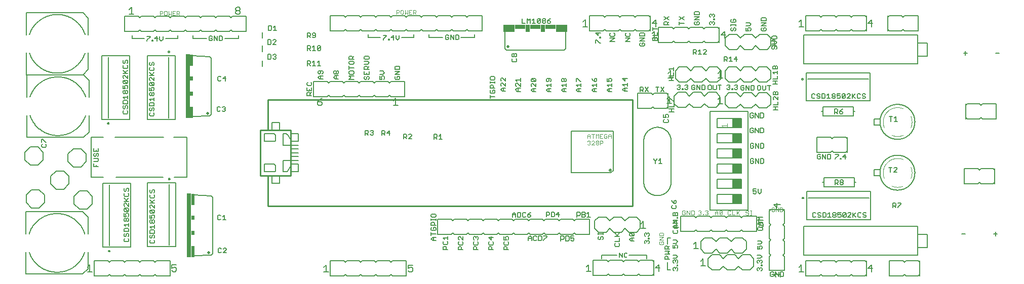
<source format=gto>
G75*
%MOIN*%
%OFA0B0*%
%FSLAX25Y25*%
%IPPOS*%
%LPD*%
%AMOC8*
5,1,8,0,0,1.08239X$1,22.5*
%
%ADD10C,0.00500*%
%ADD11C,0.00400*%
%ADD12C,0.00800*%
%ADD13C,0.02000*%
%ADD14C,0.00600*%
%ADD15R,0.03000X0.42000*%
%ADD16R,0.02000X0.07500*%
%ADD17R,0.02000X0.03000*%
%ADD18R,0.06000X0.06000*%
%ADD19C,0.00300*%
%ADD20C,0.01000*%
%ADD21C,0.00700*%
%ADD22R,0.07500X0.05000*%
%ADD23R,0.07000X0.03000*%
%ADD24R,0.03000X0.05000*%
%ADD25C,0.00200*%
D10*
X0163345Y0129583D02*
X0166347Y0129583D01*
X0164846Y0129583D02*
X0164846Y0134087D01*
X0163345Y0132586D01*
X0177675Y0146650D02*
X0177675Y0186650D01*
X0173557Y0191713D02*
X0165778Y0191713D01*
X0165778Y0218091D01*
X0173765Y0218091D01*
X0181389Y0218056D02*
X0213287Y0218092D01*
X0220217Y0218092D02*
X0228770Y0218091D01*
X0228770Y0191713D01*
X0220295Y0191713D01*
X0217085Y0187043D02*
X0217085Y0147043D01*
X0207435Y0148847D02*
X0207435Y0149881D01*
X0206918Y0150399D01*
X0206918Y0151645D02*
X0207435Y0152162D01*
X0207435Y0153196D01*
X0206918Y0153713D01*
X0206400Y0153713D01*
X0205883Y0153196D01*
X0205883Y0152162D01*
X0205366Y0151645D01*
X0204849Y0151645D01*
X0204332Y0152162D01*
X0204332Y0153196D01*
X0204849Y0153713D01*
X0204332Y0154960D02*
X0204332Y0156511D01*
X0204849Y0157028D01*
X0206918Y0157028D01*
X0207435Y0156511D01*
X0207435Y0154960D01*
X0204332Y0154960D01*
X0205366Y0158275D02*
X0204332Y0159309D01*
X0207435Y0159309D01*
X0207435Y0158275D02*
X0207435Y0160343D01*
X0206918Y0161589D02*
X0206400Y0161589D01*
X0205883Y0162107D01*
X0205883Y0163141D01*
X0206400Y0163658D01*
X0206918Y0163658D01*
X0207435Y0163141D01*
X0207435Y0162107D01*
X0206918Y0161589D01*
X0205883Y0162107D02*
X0205366Y0161589D01*
X0204849Y0161589D01*
X0204332Y0162107D01*
X0204332Y0163141D01*
X0204849Y0163658D01*
X0205366Y0163658D01*
X0205883Y0163141D01*
X0205883Y0164904D02*
X0205366Y0165938D01*
X0205366Y0166456D01*
X0205883Y0166973D01*
X0206918Y0166973D01*
X0207435Y0166456D01*
X0207435Y0165421D01*
X0206918Y0164904D01*
X0205883Y0164904D02*
X0204332Y0164904D01*
X0204332Y0166973D01*
X0204849Y0168219D02*
X0204332Y0168736D01*
X0204332Y0169770D01*
X0204849Y0170288D01*
X0206918Y0168219D01*
X0207435Y0168736D01*
X0207435Y0169770D01*
X0206918Y0170288D01*
X0204849Y0170288D01*
X0204849Y0171534D02*
X0204332Y0172051D01*
X0204332Y0173085D01*
X0204849Y0173602D01*
X0205366Y0173602D01*
X0207435Y0171534D01*
X0207435Y0173602D01*
X0207435Y0174849D02*
X0204332Y0174849D01*
X0205883Y0175366D02*
X0207435Y0176917D01*
X0206918Y0178164D02*
X0207435Y0178681D01*
X0207435Y0179715D01*
X0206918Y0180232D01*
X0206918Y0181478D02*
X0207435Y0181995D01*
X0207435Y0183030D01*
X0206918Y0183547D01*
X0206400Y0183547D01*
X0205883Y0183030D01*
X0205883Y0181995D01*
X0205366Y0181478D01*
X0204849Y0181478D01*
X0204332Y0181995D01*
X0204332Y0183030D01*
X0204849Y0183547D01*
X0204849Y0180232D02*
X0204332Y0179715D01*
X0204332Y0178681D01*
X0204849Y0178164D01*
X0206918Y0178164D01*
X0204332Y0176917D02*
X0206400Y0174849D01*
X0206918Y0168219D02*
X0204849Y0168219D01*
X0190425Y0167525D02*
X0190425Y0166491D01*
X0189908Y0165974D01*
X0188874Y0165974D02*
X0188357Y0167008D01*
X0188357Y0167525D01*
X0188874Y0168042D01*
X0189908Y0168042D01*
X0190425Y0167525D01*
X0189908Y0169289D02*
X0187840Y0171357D01*
X0189908Y0171357D01*
X0190425Y0170840D01*
X0190425Y0169806D01*
X0189908Y0169289D01*
X0187840Y0169289D01*
X0187323Y0169806D01*
X0187323Y0170840D01*
X0187840Y0171357D01*
X0187840Y0172603D02*
X0187323Y0173120D01*
X0187323Y0174155D01*
X0187840Y0174672D01*
X0188357Y0174672D01*
X0190425Y0172603D01*
X0190425Y0174672D01*
X0190425Y0175918D02*
X0187323Y0175918D01*
X0188874Y0176435D02*
X0190425Y0177987D01*
X0189908Y0179233D02*
X0190425Y0179750D01*
X0190425Y0180784D01*
X0189908Y0181301D01*
X0189908Y0182548D02*
X0190425Y0183065D01*
X0190425Y0184099D01*
X0189908Y0184616D01*
X0189391Y0184616D01*
X0188874Y0184099D01*
X0188874Y0183065D01*
X0188357Y0182548D01*
X0187840Y0182548D01*
X0187323Y0183065D01*
X0187323Y0184099D01*
X0187840Y0184616D01*
X0187840Y0181301D02*
X0187323Y0180784D01*
X0187323Y0179750D01*
X0187840Y0179233D01*
X0189908Y0179233D01*
X0187323Y0177987D02*
X0189391Y0175918D01*
X0187323Y0168042D02*
X0187323Y0165974D01*
X0188874Y0165974D01*
X0189391Y0164727D02*
X0189908Y0164727D01*
X0190425Y0164210D01*
X0190425Y0163176D01*
X0189908Y0162659D01*
X0189391Y0162659D01*
X0188874Y0163176D01*
X0188874Y0164210D01*
X0189391Y0164727D01*
X0188874Y0164210D02*
X0188357Y0164727D01*
X0187840Y0164727D01*
X0187323Y0164210D01*
X0187323Y0163176D01*
X0187840Y0162659D01*
X0188357Y0162659D01*
X0188874Y0163176D01*
X0190425Y0161413D02*
X0190425Y0159344D01*
X0190425Y0160378D02*
X0187323Y0160378D01*
X0188357Y0159344D01*
X0187840Y0158098D02*
X0187323Y0157581D01*
X0187323Y0156029D01*
X0190425Y0156029D01*
X0190425Y0157581D01*
X0189908Y0158098D01*
X0187840Y0158098D01*
X0187840Y0154783D02*
X0187323Y0154266D01*
X0187323Y0153232D01*
X0187840Y0152714D01*
X0188357Y0152714D01*
X0188874Y0153232D01*
X0188874Y0154266D01*
X0189391Y0154783D01*
X0189908Y0154783D01*
X0190425Y0154266D01*
X0190425Y0153232D01*
X0189908Y0152714D01*
X0189908Y0151468D02*
X0190425Y0150951D01*
X0190425Y0149917D01*
X0189908Y0149400D01*
X0187840Y0149400D01*
X0187323Y0149917D01*
X0187323Y0150951D01*
X0187840Y0151468D01*
X0204332Y0149881D02*
X0204332Y0148847D01*
X0204849Y0148330D01*
X0206918Y0148330D01*
X0207435Y0148847D01*
X0204849Y0150399D02*
X0204332Y0149881D01*
X0218845Y0134087D02*
X0218845Y0131835D01*
X0220346Y0132586D01*
X0221097Y0132586D01*
X0221847Y0131835D01*
X0221847Y0130334D01*
X0221097Y0129583D01*
X0219596Y0129583D01*
X0218845Y0130334D01*
X0218845Y0134087D02*
X0221847Y0134087D01*
X0249245Y0142500D02*
X0249245Y0144569D01*
X0249762Y0145086D01*
X0250796Y0145086D01*
X0251313Y0144569D01*
X0252560Y0144569D02*
X0253077Y0145086D01*
X0254111Y0145086D01*
X0254628Y0144569D01*
X0254628Y0144052D01*
X0252560Y0141983D01*
X0254628Y0141983D01*
X0251313Y0142500D02*
X0250796Y0141983D01*
X0249762Y0141983D01*
X0249245Y0142500D01*
X0249462Y0163783D02*
X0250496Y0163783D01*
X0251013Y0164300D01*
X0252260Y0163783D02*
X0254328Y0163783D01*
X0253294Y0163783D02*
X0253294Y0166886D01*
X0252260Y0165852D01*
X0251013Y0166369D02*
X0250496Y0166886D01*
X0249462Y0166886D01*
X0248945Y0166369D01*
X0248945Y0164300D01*
X0249462Y0163783D01*
X0284600Y0187862D02*
X0289600Y0187862D01*
X0289600Y0192862D01*
X0292100Y0195362D02*
X0293931Y0195362D01*
X0294971Y0195919D02*
X0297100Y0199112D01*
X0297100Y0200362D02*
X0302100Y0200362D01*
X0302100Y0195362D01*
X0297100Y0195362D01*
X0294971Y0195919D02*
X0294932Y0195863D01*
X0294889Y0195809D01*
X0294844Y0195758D01*
X0294796Y0195710D01*
X0294746Y0195664D01*
X0294693Y0195621D01*
X0294637Y0195581D01*
X0294580Y0195544D01*
X0294521Y0195510D01*
X0294460Y0195479D01*
X0294397Y0195452D01*
X0294333Y0195428D01*
X0294268Y0195408D01*
X0294202Y0195392D01*
X0294135Y0195379D01*
X0294067Y0195369D01*
X0293999Y0195364D01*
X0293931Y0195362D01*
X0292100Y0195362D02*
X0292100Y0202862D01*
X0297100Y0202862D01*
X0302100Y0202862D01*
X0302100Y0205362D02*
X0297100Y0205362D01*
X0297100Y0207862D02*
X0302100Y0207862D01*
X0302100Y0210362D02*
X0297100Y0210362D01*
X0297100Y0212862D02*
X0292100Y0212862D01*
X0292100Y0220362D01*
X0293931Y0220362D01*
X0294971Y0219806D02*
X0297100Y0216612D01*
X0297100Y0215362D02*
X0302100Y0215362D01*
X0302100Y0220362D01*
X0297100Y0220362D01*
X0294971Y0219805D02*
X0294932Y0219861D01*
X0294889Y0219915D01*
X0294844Y0219966D01*
X0294796Y0220014D01*
X0294746Y0220060D01*
X0294693Y0220103D01*
X0294637Y0220143D01*
X0294580Y0220180D01*
X0294521Y0220214D01*
X0294460Y0220245D01*
X0294397Y0220272D01*
X0294333Y0220296D01*
X0294268Y0220316D01*
X0294202Y0220332D01*
X0294135Y0220345D01*
X0294067Y0220355D01*
X0293999Y0220360D01*
X0293931Y0220362D01*
X0289600Y0222862D02*
X0289600Y0227862D01*
X0284600Y0227862D01*
X0284600Y0222862D01*
X0285850Y0220362D02*
X0279600Y0220362D01*
X0279600Y0215362D01*
X0285850Y0215362D01*
X0285918Y0215364D01*
X0285985Y0215369D01*
X0286052Y0215378D01*
X0286119Y0215391D01*
X0286184Y0215408D01*
X0286249Y0215427D01*
X0286313Y0215451D01*
X0286375Y0215478D01*
X0286436Y0215508D01*
X0286494Y0215541D01*
X0286551Y0215577D01*
X0286606Y0215617D01*
X0286659Y0215659D01*
X0286710Y0215705D01*
X0286757Y0215752D01*
X0286803Y0215803D01*
X0286845Y0215856D01*
X0286885Y0215911D01*
X0286921Y0215968D01*
X0286954Y0216026D01*
X0286984Y0216087D01*
X0287011Y0216149D01*
X0287035Y0216213D01*
X0287054Y0216278D01*
X0287071Y0216343D01*
X0287084Y0216410D01*
X0287093Y0216477D01*
X0287098Y0216544D01*
X0287100Y0216612D01*
X0287100Y0219112D01*
X0287098Y0219180D01*
X0287093Y0219247D01*
X0287084Y0219314D01*
X0287071Y0219381D01*
X0287054Y0219446D01*
X0287035Y0219511D01*
X0287011Y0219575D01*
X0286984Y0219637D01*
X0286954Y0219698D01*
X0286921Y0219756D01*
X0286885Y0219813D01*
X0286845Y0219868D01*
X0286803Y0219921D01*
X0286757Y0219972D01*
X0286710Y0220019D01*
X0286659Y0220065D01*
X0286606Y0220107D01*
X0286551Y0220147D01*
X0286494Y0220183D01*
X0286436Y0220216D01*
X0286375Y0220246D01*
X0286313Y0220273D01*
X0286249Y0220297D01*
X0286184Y0220316D01*
X0286119Y0220333D01*
X0286052Y0220346D01*
X0285985Y0220355D01*
X0285918Y0220360D01*
X0285850Y0220362D01*
X0297100Y0212862D02*
X0302100Y0212862D01*
X0287100Y0199112D02*
X0287100Y0196612D01*
X0287098Y0196544D01*
X0287093Y0196477D01*
X0287084Y0196410D01*
X0287071Y0196343D01*
X0287054Y0196278D01*
X0287035Y0196213D01*
X0287011Y0196149D01*
X0286984Y0196087D01*
X0286954Y0196026D01*
X0286921Y0195968D01*
X0286885Y0195911D01*
X0286845Y0195856D01*
X0286803Y0195803D01*
X0286757Y0195752D01*
X0286710Y0195705D01*
X0286659Y0195659D01*
X0286606Y0195617D01*
X0286551Y0195577D01*
X0286494Y0195541D01*
X0286436Y0195508D01*
X0286375Y0195478D01*
X0286313Y0195451D01*
X0286249Y0195427D01*
X0286184Y0195408D01*
X0286119Y0195391D01*
X0286052Y0195378D01*
X0285985Y0195369D01*
X0285918Y0195364D01*
X0285850Y0195362D01*
X0279600Y0195362D01*
X0279600Y0200362D01*
X0285850Y0200362D01*
X0285918Y0200360D01*
X0285985Y0200355D01*
X0286052Y0200346D01*
X0286119Y0200333D01*
X0286184Y0200316D01*
X0286249Y0200297D01*
X0286313Y0200273D01*
X0286375Y0200246D01*
X0286436Y0200216D01*
X0286494Y0200183D01*
X0286551Y0200147D01*
X0286606Y0200107D01*
X0286659Y0200065D01*
X0286710Y0200019D01*
X0286757Y0199972D01*
X0286803Y0199921D01*
X0286845Y0199868D01*
X0286885Y0199813D01*
X0286921Y0199756D01*
X0286954Y0199698D01*
X0286984Y0199637D01*
X0287011Y0199575D01*
X0287035Y0199511D01*
X0287054Y0199446D01*
X0287071Y0199381D01*
X0287084Y0199314D01*
X0287093Y0199247D01*
X0287098Y0199180D01*
X0287100Y0199112D01*
X0284600Y0192862D02*
X0284600Y0187862D01*
X0346145Y0219483D02*
X0346145Y0222586D01*
X0347696Y0222586D01*
X0348213Y0222069D01*
X0348213Y0221034D01*
X0347696Y0220517D01*
X0346145Y0220517D01*
X0347179Y0220517D02*
X0348213Y0219483D01*
X0349460Y0220000D02*
X0349977Y0219483D01*
X0351011Y0219483D01*
X0351528Y0220000D01*
X0351528Y0220517D01*
X0351011Y0221034D01*
X0350494Y0221034D01*
X0351011Y0221034D02*
X0351528Y0221552D01*
X0351528Y0222069D01*
X0351011Y0222586D01*
X0349977Y0222586D01*
X0349460Y0222069D01*
X0357145Y0222486D02*
X0357145Y0219383D01*
X0357145Y0220417D02*
X0358696Y0220417D01*
X0359213Y0220934D01*
X0359213Y0221969D01*
X0358696Y0222486D01*
X0357145Y0222486D01*
X0358179Y0220417D02*
X0359213Y0219383D01*
X0360460Y0220934D02*
X0362528Y0220934D01*
X0362011Y0219383D02*
X0362011Y0222486D01*
X0360460Y0220934D01*
X0371245Y0220186D02*
X0371245Y0217083D01*
X0371245Y0218117D02*
X0372796Y0218117D01*
X0373313Y0218634D01*
X0373313Y0219669D01*
X0372796Y0220186D01*
X0371245Y0220186D01*
X0372279Y0218117D02*
X0373313Y0217083D01*
X0374560Y0217083D02*
X0376628Y0219152D01*
X0376628Y0219669D01*
X0376111Y0220186D01*
X0375077Y0220186D01*
X0374560Y0219669D01*
X0374560Y0217083D02*
X0376628Y0217083D01*
X0391245Y0216883D02*
X0391245Y0219986D01*
X0392796Y0219986D01*
X0393313Y0219469D01*
X0393313Y0218434D01*
X0392796Y0217917D01*
X0391245Y0217917D01*
X0392279Y0217917D02*
X0393313Y0216883D01*
X0394560Y0216883D02*
X0396628Y0216883D01*
X0395594Y0216883D02*
X0395594Y0219986D01*
X0394560Y0218952D01*
X0367714Y0239167D02*
X0364711Y0239167D01*
X0366212Y0239167D02*
X0366212Y0243671D01*
X0364711Y0242170D01*
X0366159Y0256183D02*
X0368228Y0256183D01*
X0368745Y0256700D01*
X0368745Y0257734D01*
X0368228Y0258252D01*
X0367194Y0258252D01*
X0367194Y0257217D01*
X0366159Y0256183D02*
X0365642Y0256700D01*
X0365642Y0257734D01*
X0366159Y0258252D01*
X0365642Y0259498D02*
X0368745Y0261566D01*
X0365642Y0261566D01*
X0365642Y0262813D02*
X0365642Y0264364D01*
X0366159Y0264881D01*
X0368228Y0264881D01*
X0368745Y0264364D01*
X0368745Y0262813D01*
X0365642Y0262813D01*
X0365642Y0259498D02*
X0368745Y0259498D01*
X0358745Y0260632D02*
X0357711Y0261666D01*
X0355642Y0261666D01*
X0355642Y0259598D02*
X0357711Y0259598D01*
X0358745Y0260632D01*
X0358228Y0258352D02*
X0358745Y0257834D01*
X0358745Y0256800D01*
X0358228Y0256283D01*
X0357194Y0256283D02*
X0356676Y0257317D01*
X0356676Y0257834D01*
X0357194Y0258352D01*
X0358228Y0258352D01*
X0357194Y0256283D02*
X0355642Y0256283D01*
X0355642Y0258352D01*
X0348645Y0257734D02*
X0348645Y0256700D01*
X0348128Y0256183D01*
X0347094Y0256700D02*
X0347094Y0257734D01*
X0347611Y0258252D01*
X0348128Y0258252D01*
X0348645Y0257734D01*
X0348645Y0259498D02*
X0348645Y0261566D01*
X0348645Y0262813D02*
X0345542Y0262813D01*
X0345542Y0264364D01*
X0346059Y0264881D01*
X0347094Y0264881D01*
X0347611Y0264364D01*
X0347611Y0262813D01*
X0347611Y0263847D02*
X0348645Y0264881D01*
X0347611Y0266128D02*
X0348645Y0267162D01*
X0347611Y0268196D01*
X0345542Y0268196D01*
X0346059Y0269442D02*
X0345542Y0269959D01*
X0345542Y0270994D01*
X0346059Y0271511D01*
X0348128Y0271511D01*
X0348645Y0270994D01*
X0348645Y0269959D01*
X0348128Y0269442D01*
X0346059Y0269442D01*
X0345542Y0266128D02*
X0347611Y0266128D01*
X0345542Y0261566D02*
X0345542Y0259498D01*
X0348645Y0259498D01*
X0347094Y0259498D02*
X0347094Y0260532D01*
X0346059Y0258252D02*
X0345542Y0257734D01*
X0345542Y0256700D01*
X0346059Y0256183D01*
X0346576Y0256183D01*
X0347094Y0256700D01*
X0338645Y0256283D02*
X0335542Y0256283D01*
X0336576Y0257317D01*
X0335542Y0258352D01*
X0338645Y0258352D01*
X0338128Y0259598D02*
X0338645Y0260115D01*
X0338645Y0261149D01*
X0338128Y0261666D01*
X0336059Y0261666D01*
X0335542Y0261149D01*
X0335542Y0260115D01*
X0336059Y0259598D01*
X0338128Y0259598D01*
X0335542Y0262913D02*
X0335542Y0264981D01*
X0335542Y0263947D02*
X0338645Y0263947D01*
X0338128Y0266228D02*
X0338645Y0266745D01*
X0338645Y0267779D01*
X0338128Y0268296D01*
X0336059Y0268296D01*
X0335542Y0267779D01*
X0335542Y0266745D01*
X0336059Y0266228D01*
X0338128Y0266228D01*
X0338645Y0269542D02*
X0335542Y0269542D01*
X0335542Y0271094D01*
X0336059Y0271611D01*
X0337094Y0271611D01*
X0337611Y0271094D01*
X0337611Y0269542D01*
X0337611Y0270577D02*
X0338645Y0271611D01*
X0328445Y0261449D02*
X0328445Y0260415D01*
X0327928Y0259898D01*
X0327411Y0259898D01*
X0326894Y0260415D01*
X0326894Y0261449D01*
X0327411Y0261966D01*
X0327928Y0261966D01*
X0328445Y0261449D01*
X0326894Y0261449D02*
X0326376Y0261966D01*
X0325859Y0261966D01*
X0325342Y0261449D01*
X0325342Y0260415D01*
X0325859Y0259898D01*
X0326376Y0259898D01*
X0326894Y0260415D01*
X0326894Y0258652D02*
X0326894Y0256583D01*
X0326376Y0256583D02*
X0325342Y0257617D01*
X0326376Y0258652D01*
X0328445Y0258652D01*
X0328445Y0256583D02*
X0326376Y0256583D01*
X0318245Y0256483D02*
X0316176Y0256483D01*
X0315142Y0257517D01*
X0316176Y0258552D01*
X0318245Y0258552D01*
X0317728Y0259798D02*
X0318245Y0260315D01*
X0318245Y0261349D01*
X0317728Y0261866D01*
X0315659Y0261866D01*
X0315142Y0261349D01*
X0315142Y0260315D01*
X0315659Y0259798D01*
X0316176Y0259798D01*
X0316694Y0260315D01*
X0316694Y0261866D01*
X0316694Y0258552D02*
X0316694Y0256483D01*
X0310845Y0253764D02*
X0310845Y0252730D01*
X0310328Y0252213D01*
X0308259Y0252213D01*
X0307742Y0252730D01*
X0307742Y0253764D01*
X0308259Y0254281D01*
X0310328Y0254281D02*
X0310845Y0253764D01*
X0310845Y0250966D02*
X0310845Y0248898D01*
X0307742Y0248898D01*
X0307742Y0250966D01*
X0309294Y0249932D02*
X0309294Y0248898D01*
X0309294Y0247652D02*
X0309811Y0247134D01*
X0309811Y0245583D01*
X0310845Y0245583D02*
X0307742Y0245583D01*
X0307742Y0247134D01*
X0308259Y0247652D01*
X0309294Y0247652D01*
X0309811Y0246617D02*
X0310845Y0247652D01*
X0316212Y0242921D02*
X0314711Y0241419D01*
X0316963Y0241419D01*
X0317714Y0240669D01*
X0317714Y0239918D01*
X0316963Y0239167D01*
X0315462Y0239167D01*
X0314711Y0239918D01*
X0314711Y0241419D01*
X0316212Y0242921D02*
X0317714Y0243671D01*
X0316643Y0265283D02*
X0314575Y0265283D01*
X0315609Y0265283D02*
X0315609Y0268386D01*
X0314575Y0267352D01*
X0313328Y0265283D02*
X0311260Y0265283D01*
X0312294Y0265283D02*
X0312294Y0268386D01*
X0311260Y0267352D01*
X0310013Y0267869D02*
X0310013Y0266834D01*
X0309496Y0266317D01*
X0307945Y0266317D01*
X0307945Y0265283D02*
X0307945Y0268386D01*
X0309496Y0268386D01*
X0310013Y0267869D01*
X0308979Y0266317D02*
X0310013Y0265283D01*
X0310113Y0275283D02*
X0309079Y0276317D01*
X0309596Y0276317D02*
X0308045Y0276317D01*
X0308045Y0275283D02*
X0308045Y0278386D01*
X0309596Y0278386D01*
X0310113Y0277869D01*
X0310113Y0276834D01*
X0309596Y0276317D01*
X0311360Y0275283D02*
X0313428Y0275283D01*
X0312394Y0275283D02*
X0312394Y0278386D01*
X0311360Y0277352D01*
X0314675Y0277869D02*
X0315192Y0278386D01*
X0316226Y0278386D01*
X0316743Y0277869D01*
X0314675Y0275800D01*
X0315192Y0275283D01*
X0316226Y0275283D01*
X0316743Y0275800D01*
X0316743Y0277869D01*
X0314675Y0277869D02*
X0314675Y0275800D01*
X0312811Y0283683D02*
X0313328Y0284200D01*
X0313328Y0286269D01*
X0312811Y0286786D01*
X0311777Y0286786D01*
X0311260Y0286269D01*
X0311260Y0285752D01*
X0311777Y0285234D01*
X0313328Y0285234D01*
X0312811Y0283683D02*
X0311777Y0283683D01*
X0311260Y0284200D01*
X0310013Y0283683D02*
X0308979Y0284717D01*
X0309496Y0284717D02*
X0307945Y0284717D01*
X0307945Y0283683D02*
X0307945Y0286786D01*
X0309496Y0286786D01*
X0310013Y0286269D01*
X0310013Y0285234D01*
X0309496Y0284717D01*
X0287728Y0288483D02*
X0285660Y0288483D01*
X0286694Y0288483D02*
X0286694Y0291586D01*
X0285660Y0290552D01*
X0284413Y0291069D02*
X0283896Y0291586D01*
X0282345Y0291586D01*
X0282345Y0288483D01*
X0283896Y0288483D01*
X0284413Y0289000D01*
X0284413Y0291069D01*
X0278236Y0287225D02*
X0278236Y0283475D01*
X0282045Y0282386D02*
X0283596Y0282386D01*
X0284113Y0281869D01*
X0284113Y0279800D01*
X0283596Y0279283D01*
X0282045Y0279283D01*
X0282045Y0282386D01*
X0285360Y0281869D02*
X0285877Y0282386D01*
X0286911Y0282386D01*
X0287428Y0281869D01*
X0287428Y0281352D01*
X0285360Y0279283D01*
X0287428Y0279283D01*
X0278236Y0278367D02*
X0278236Y0274617D01*
X0282145Y0272686D02*
X0283696Y0272686D01*
X0284213Y0272169D01*
X0284213Y0270100D01*
X0283696Y0269583D01*
X0282145Y0269583D01*
X0282145Y0272686D01*
X0285460Y0272169D02*
X0285977Y0272686D01*
X0287011Y0272686D01*
X0287528Y0272169D01*
X0287528Y0271652D01*
X0287011Y0271134D01*
X0287528Y0270617D01*
X0287528Y0270100D01*
X0287011Y0269583D01*
X0285977Y0269583D01*
X0285460Y0270100D01*
X0286494Y0271134D02*
X0287011Y0271134D01*
X0278236Y0268525D02*
X0278236Y0264775D01*
X0254428Y0256734D02*
X0252360Y0256734D01*
X0253911Y0258286D01*
X0253911Y0255183D01*
X0251113Y0255700D02*
X0250596Y0255183D01*
X0249562Y0255183D01*
X0249045Y0255700D01*
X0249045Y0257769D01*
X0249562Y0258286D01*
X0250596Y0258286D01*
X0251113Y0257769D01*
X0216793Y0270941D02*
X0216793Y0230941D01*
X0207143Y0232745D02*
X0207143Y0233779D01*
X0206626Y0234296D01*
X0206626Y0235543D02*
X0207143Y0236060D01*
X0207143Y0237094D01*
X0206626Y0237611D01*
X0206109Y0237611D01*
X0205592Y0237094D01*
X0205592Y0236060D01*
X0205075Y0235543D01*
X0204558Y0235543D01*
X0204041Y0236060D01*
X0204041Y0237094D01*
X0204558Y0237611D01*
X0204041Y0238857D02*
X0207143Y0238857D01*
X0207143Y0240409D01*
X0206626Y0240926D01*
X0204558Y0240926D01*
X0204041Y0240409D01*
X0204041Y0238857D01*
X0205075Y0242172D02*
X0204041Y0243206D01*
X0207143Y0243206D01*
X0207143Y0242172D02*
X0207143Y0244241D01*
X0206626Y0245487D02*
X0206109Y0245487D01*
X0205592Y0246004D01*
X0205592Y0247038D01*
X0206109Y0247556D01*
X0206626Y0247556D01*
X0207143Y0247038D01*
X0207143Y0246004D01*
X0206626Y0245487D01*
X0205592Y0246004D02*
X0205075Y0245487D01*
X0204558Y0245487D01*
X0204041Y0246004D01*
X0204041Y0247038D01*
X0204558Y0247556D01*
X0205075Y0247556D01*
X0205592Y0247038D01*
X0205592Y0248802D02*
X0205075Y0249836D01*
X0205075Y0250353D01*
X0205592Y0250870D01*
X0206626Y0250870D01*
X0207143Y0250353D01*
X0207143Y0249319D01*
X0206626Y0248802D01*
X0205592Y0248802D02*
X0204041Y0248802D01*
X0204041Y0250870D01*
X0204558Y0252117D02*
X0204041Y0252634D01*
X0204041Y0253668D01*
X0204558Y0254185D01*
X0206626Y0252117D01*
X0207143Y0252634D01*
X0207143Y0253668D01*
X0206626Y0254185D01*
X0204558Y0254185D01*
X0204558Y0255432D02*
X0204041Y0255949D01*
X0204041Y0256983D01*
X0204558Y0257500D01*
X0205075Y0257500D01*
X0207143Y0255432D01*
X0207143Y0257500D01*
X0207143Y0258746D02*
X0204041Y0258746D01*
X0205592Y0259263D02*
X0207143Y0260815D01*
X0206626Y0262061D02*
X0207143Y0262578D01*
X0207143Y0263613D01*
X0206626Y0264130D01*
X0206626Y0265376D02*
X0207143Y0265893D01*
X0207143Y0266927D01*
X0206626Y0267444D01*
X0206109Y0267444D01*
X0205592Y0266927D01*
X0205592Y0265893D01*
X0205075Y0265376D01*
X0204558Y0265376D01*
X0204041Y0265893D01*
X0204041Y0266927D01*
X0204558Y0267444D01*
X0204558Y0264130D02*
X0204041Y0263613D01*
X0204041Y0262578D01*
X0204558Y0262061D01*
X0206626Y0262061D01*
X0204041Y0260815D02*
X0206109Y0258746D01*
X0206626Y0252117D02*
X0204558Y0252117D01*
X0189748Y0251738D02*
X0189748Y0250703D01*
X0189231Y0250186D01*
X0188197Y0250186D02*
X0187680Y0251221D01*
X0187680Y0251738D01*
X0188197Y0252255D01*
X0189231Y0252255D01*
X0189748Y0251738D01*
X0189231Y0253501D02*
X0187162Y0255570D01*
X0189231Y0255570D01*
X0189748Y0255052D01*
X0189748Y0254018D01*
X0189231Y0253501D01*
X0187162Y0253501D01*
X0186645Y0254018D01*
X0186645Y0255052D01*
X0187162Y0255570D01*
X0187162Y0256816D02*
X0186645Y0257333D01*
X0186645Y0258367D01*
X0187162Y0258884D01*
X0187680Y0258884D01*
X0189748Y0256816D01*
X0189748Y0258884D01*
X0189748Y0260131D02*
X0186645Y0260131D01*
X0188197Y0260648D02*
X0189748Y0262199D01*
X0189231Y0263446D02*
X0189748Y0263963D01*
X0189748Y0264997D01*
X0189231Y0265514D01*
X0189231Y0266760D02*
X0189748Y0267278D01*
X0189748Y0268312D01*
X0189231Y0268829D01*
X0188714Y0268829D01*
X0188197Y0268312D01*
X0188197Y0267278D01*
X0187680Y0266760D01*
X0187162Y0266760D01*
X0186645Y0267278D01*
X0186645Y0268312D01*
X0187162Y0268829D01*
X0187162Y0265514D02*
X0186645Y0264997D01*
X0186645Y0263963D01*
X0187162Y0263446D01*
X0189231Y0263446D01*
X0186645Y0262199D02*
X0188714Y0260131D01*
X0186645Y0252255D02*
X0186645Y0250186D01*
X0188197Y0250186D01*
X0188714Y0248940D02*
X0188197Y0248423D01*
X0188197Y0247389D01*
X0187680Y0246872D01*
X0187162Y0246872D01*
X0186645Y0247389D01*
X0186645Y0248423D01*
X0187162Y0248940D01*
X0187680Y0248940D01*
X0188197Y0248423D01*
X0188714Y0248940D02*
X0189231Y0248940D01*
X0189748Y0248423D01*
X0189748Y0247389D01*
X0189231Y0246872D01*
X0188714Y0246872D01*
X0188197Y0247389D01*
X0189748Y0245625D02*
X0189748Y0243557D01*
X0189748Y0244591D02*
X0186645Y0244591D01*
X0187680Y0243557D01*
X0187162Y0242310D02*
X0186645Y0241793D01*
X0186645Y0240242D01*
X0189748Y0240242D01*
X0189748Y0241793D01*
X0189231Y0242310D01*
X0187162Y0242310D01*
X0187162Y0238995D02*
X0186645Y0238478D01*
X0186645Y0237444D01*
X0187162Y0236927D01*
X0187680Y0236927D01*
X0188197Y0237444D01*
X0188197Y0238478D01*
X0188714Y0238995D01*
X0189231Y0238995D01*
X0189748Y0238478D01*
X0189748Y0237444D01*
X0189231Y0236927D01*
X0189231Y0235681D02*
X0189748Y0235164D01*
X0189748Y0234129D01*
X0189231Y0233612D01*
X0187162Y0233612D01*
X0186645Y0234129D01*
X0186645Y0235164D01*
X0187162Y0235681D01*
X0176998Y0230862D02*
X0176998Y0270862D01*
X0202545Y0281483D02*
X0202545Y0282000D01*
X0204613Y0284069D01*
X0204613Y0284586D01*
X0202545Y0284586D01*
X0205860Y0282000D02*
X0206377Y0282000D01*
X0206377Y0281483D01*
X0205860Y0281483D01*
X0205860Y0282000D01*
X0207517Y0283034D02*
X0209586Y0283034D01*
X0210832Y0282517D02*
X0211866Y0281483D01*
X0212900Y0282517D01*
X0212900Y0284586D01*
X0210832Y0284586D02*
X0210832Y0282517D01*
X0209068Y0281483D02*
X0209068Y0284586D01*
X0207517Y0283034D01*
X0243345Y0282200D02*
X0243862Y0281683D01*
X0244896Y0281683D01*
X0245413Y0282200D01*
X0245413Y0283234D01*
X0244379Y0283234D01*
X0243345Y0282200D02*
X0243345Y0284269D01*
X0243862Y0284786D01*
X0244896Y0284786D01*
X0245413Y0284269D01*
X0246660Y0284786D02*
X0248728Y0281683D01*
X0248728Y0284786D01*
X0249975Y0284786D02*
X0251526Y0284786D01*
X0252043Y0284269D01*
X0252043Y0282200D01*
X0251526Y0281683D01*
X0249975Y0281683D01*
X0249975Y0284786D01*
X0246660Y0284786D02*
X0246660Y0281683D01*
X0261596Y0299183D02*
X0260845Y0299934D01*
X0260845Y0300684D01*
X0261596Y0301435D01*
X0263097Y0301435D01*
X0263847Y0300684D01*
X0263847Y0299934D01*
X0263097Y0299183D01*
X0261596Y0299183D01*
X0261596Y0301435D02*
X0260845Y0302186D01*
X0260845Y0302936D01*
X0261596Y0303687D01*
X0263097Y0303687D01*
X0263847Y0302936D01*
X0263847Y0302186D01*
X0263097Y0301435D01*
X0193847Y0299183D02*
X0190845Y0299183D01*
X0192346Y0299183D02*
X0192346Y0303687D01*
X0190845Y0302186D01*
X0249162Y0238286D02*
X0248645Y0237769D01*
X0248645Y0235700D01*
X0249162Y0235183D01*
X0250196Y0235183D01*
X0250713Y0235700D01*
X0251960Y0235700D02*
X0252477Y0235183D01*
X0253511Y0235183D01*
X0254028Y0235700D01*
X0254028Y0236217D01*
X0253511Y0236734D01*
X0252994Y0236734D01*
X0253511Y0236734D02*
X0254028Y0237252D01*
X0254028Y0237769D01*
X0253511Y0238286D01*
X0252477Y0238286D01*
X0251960Y0237769D01*
X0250713Y0237769D02*
X0250196Y0238286D01*
X0249162Y0238286D01*
X0207143Y0232745D02*
X0206626Y0232228D01*
X0204558Y0232228D01*
X0204041Y0232745D01*
X0204041Y0233779D01*
X0204558Y0234296D01*
X0170545Y0210896D02*
X0170545Y0208828D01*
X0167442Y0208828D01*
X0167442Y0210896D01*
X0168994Y0209862D02*
X0168994Y0208828D01*
X0169511Y0207581D02*
X0170028Y0207581D01*
X0170545Y0207064D01*
X0170545Y0206030D01*
X0170028Y0205513D01*
X0168994Y0206030D02*
X0168994Y0207064D01*
X0169511Y0207581D01*
X0167959Y0207581D02*
X0167442Y0207064D01*
X0167442Y0206030D01*
X0167959Y0205513D01*
X0168476Y0205513D01*
X0168994Y0206030D01*
X0170028Y0204266D02*
X0167442Y0204266D01*
X0167442Y0202198D02*
X0170028Y0202198D01*
X0170545Y0202715D01*
X0170545Y0203749D01*
X0170028Y0204266D01*
X0167442Y0200952D02*
X0167442Y0198883D01*
X0170545Y0198883D01*
X0168994Y0198883D02*
X0168994Y0199917D01*
X0182082Y0191765D02*
X0213209Y0191695D01*
X0136145Y0212000D02*
X0136145Y0213034D01*
X0135628Y0213552D01*
X0135628Y0214798D02*
X0136145Y0214798D01*
X0135628Y0214798D02*
X0133559Y0216866D01*
X0133042Y0216866D01*
X0133042Y0214798D01*
X0133559Y0213552D02*
X0133042Y0213034D01*
X0133042Y0212000D01*
X0133559Y0211483D01*
X0135628Y0211483D01*
X0136145Y0212000D01*
X0318886Y0132445D02*
X0320387Y0133947D01*
X0320387Y0129443D01*
X0318886Y0129443D02*
X0321888Y0129443D01*
X0374386Y0130194D02*
X0375136Y0129443D01*
X0376638Y0129443D01*
X0377388Y0130194D01*
X0377388Y0131695D01*
X0376638Y0132445D01*
X0375887Y0132445D01*
X0374386Y0131695D01*
X0374386Y0133947D01*
X0377388Y0133947D01*
X0397342Y0144183D02*
X0397342Y0145734D01*
X0397859Y0146252D01*
X0398894Y0146252D01*
X0399411Y0145734D01*
X0399411Y0144183D01*
X0400445Y0144183D02*
X0397342Y0144183D01*
X0397859Y0147498D02*
X0399928Y0147498D01*
X0400445Y0148015D01*
X0400445Y0149049D01*
X0399928Y0149566D01*
X0400445Y0150813D02*
X0400445Y0152881D01*
X0400445Y0151847D02*
X0397342Y0151847D01*
X0398376Y0150813D01*
X0397859Y0149566D02*
X0397342Y0149049D01*
X0397342Y0148015D01*
X0397859Y0147498D01*
X0392645Y0150083D02*
X0390576Y0150083D01*
X0389542Y0151117D01*
X0390576Y0152152D01*
X0392645Y0152152D01*
X0391094Y0152152D02*
X0391094Y0150083D01*
X0389542Y0153398D02*
X0389542Y0155466D01*
X0389542Y0154432D02*
X0392645Y0154432D01*
X0392128Y0156713D02*
X0392645Y0157230D01*
X0392645Y0158264D01*
X0392128Y0158781D01*
X0391094Y0158781D01*
X0391094Y0157747D01*
X0392128Y0156713D02*
X0390059Y0156713D01*
X0389542Y0157230D01*
X0389542Y0158264D01*
X0390059Y0158781D01*
X0389542Y0160028D02*
X0389542Y0161579D01*
X0390059Y0162096D01*
X0391094Y0162096D01*
X0391611Y0161579D01*
X0391611Y0160028D01*
X0392645Y0160028D02*
X0389542Y0160028D01*
X0389542Y0163342D02*
X0389542Y0164377D01*
X0389542Y0163859D02*
X0392645Y0163859D01*
X0392645Y0163342D02*
X0392645Y0164377D01*
X0392128Y0165552D02*
X0392645Y0166069D01*
X0392645Y0167104D01*
X0392128Y0167621D01*
X0390059Y0167621D01*
X0389542Y0167104D01*
X0389542Y0166069D01*
X0390059Y0165552D01*
X0392128Y0165552D01*
X0407442Y0152164D02*
X0407442Y0151130D01*
X0407959Y0150613D01*
X0407959Y0149366D02*
X0407442Y0148849D01*
X0407442Y0147815D01*
X0407959Y0147298D01*
X0410028Y0147298D01*
X0410545Y0147815D01*
X0410545Y0148849D01*
X0410028Y0149366D01*
X0410545Y0150613D02*
X0408476Y0152681D01*
X0407959Y0152681D01*
X0407442Y0152164D01*
X0410545Y0152681D02*
X0410545Y0150613D01*
X0408994Y0146052D02*
X0407959Y0146052D01*
X0407442Y0145534D01*
X0407442Y0143983D01*
X0410545Y0143983D01*
X0409511Y0143983D02*
X0409511Y0145534D01*
X0408994Y0146052D01*
X0417342Y0145534D02*
X0417342Y0143983D01*
X0420445Y0143983D01*
X0419411Y0143983D02*
X0419411Y0145534D01*
X0418894Y0146052D01*
X0417859Y0146052D01*
X0417342Y0145534D01*
X0417859Y0147298D02*
X0419928Y0147298D01*
X0420445Y0147815D01*
X0420445Y0148849D01*
X0419928Y0149366D01*
X0419928Y0150613D02*
X0420445Y0151130D01*
X0420445Y0152164D01*
X0419928Y0152681D01*
X0419411Y0152681D01*
X0418894Y0152164D01*
X0418894Y0151647D01*
X0418894Y0152164D02*
X0418376Y0152681D01*
X0417859Y0152681D01*
X0417342Y0152164D01*
X0417342Y0151130D01*
X0417859Y0150613D01*
X0417859Y0149366D02*
X0417342Y0148849D01*
X0417342Y0147815D01*
X0417859Y0147298D01*
X0427342Y0147815D02*
X0427859Y0147298D01*
X0429928Y0147298D01*
X0430445Y0147815D01*
X0430445Y0148849D01*
X0429928Y0149366D01*
X0428894Y0150613D02*
X0428894Y0152681D01*
X0430445Y0152164D02*
X0427342Y0152164D01*
X0428894Y0150613D01*
X0427859Y0149366D02*
X0427342Y0148849D01*
X0427342Y0147815D01*
X0427859Y0146052D02*
X0428894Y0146052D01*
X0429411Y0145534D01*
X0429411Y0143983D01*
X0430445Y0143983D02*
X0427342Y0143983D01*
X0427342Y0145534D01*
X0427859Y0146052D01*
X0437342Y0145534D02*
X0437342Y0143983D01*
X0440445Y0143983D01*
X0439411Y0143983D02*
X0439411Y0145534D01*
X0438894Y0146052D01*
X0437859Y0146052D01*
X0437342Y0145534D01*
X0437859Y0147298D02*
X0439928Y0147298D01*
X0440445Y0147815D01*
X0440445Y0148849D01*
X0439928Y0149366D01*
X0439928Y0150613D02*
X0440445Y0151130D01*
X0440445Y0152164D01*
X0439928Y0152681D01*
X0438894Y0152681D01*
X0438376Y0152164D01*
X0438376Y0151647D01*
X0438894Y0150613D01*
X0437342Y0150613D01*
X0437342Y0152681D01*
X0437859Y0149366D02*
X0437342Y0148849D01*
X0437342Y0147815D01*
X0437859Y0147298D01*
X0453545Y0149983D02*
X0453545Y0152052D01*
X0454579Y0153086D01*
X0455613Y0152052D01*
X0455613Y0149983D01*
X0456860Y0150500D02*
X0457377Y0149983D01*
X0458411Y0149983D01*
X0458928Y0150500D01*
X0460175Y0149983D02*
X0461726Y0149983D01*
X0462243Y0150500D01*
X0462243Y0152569D01*
X0461726Y0153086D01*
X0460175Y0153086D01*
X0460175Y0149983D01*
X0458928Y0152569D02*
X0458411Y0153086D01*
X0457377Y0153086D01*
X0456860Y0152569D01*
X0456860Y0150500D01*
X0455613Y0151534D02*
X0453545Y0151534D01*
X0463489Y0150500D02*
X0463489Y0149983D01*
X0463489Y0150500D02*
X0465558Y0152569D01*
X0465558Y0153086D01*
X0463489Y0153086D01*
X0474845Y0152986D02*
X0474845Y0149883D01*
X0474845Y0150917D02*
X0476396Y0150917D01*
X0476913Y0151434D01*
X0476913Y0152469D01*
X0476396Y0152986D01*
X0474845Y0152986D01*
X0478160Y0152986D02*
X0479711Y0152986D01*
X0480228Y0152469D01*
X0480228Y0150400D01*
X0479711Y0149883D01*
X0478160Y0149883D01*
X0478160Y0152986D01*
X0481475Y0152986D02*
X0481475Y0151434D01*
X0482509Y0151952D01*
X0483026Y0151952D01*
X0483543Y0151434D01*
X0483543Y0150400D01*
X0483026Y0149883D01*
X0481992Y0149883D01*
X0481475Y0150400D01*
X0481475Y0152986D02*
X0483543Y0152986D01*
X0499542Y0152234D02*
X0499542Y0151200D01*
X0500059Y0150683D01*
X0500576Y0150683D01*
X0501094Y0151200D01*
X0501094Y0152234D01*
X0501611Y0152752D01*
X0502128Y0152752D01*
X0502645Y0152234D01*
X0502645Y0151200D01*
X0502128Y0150683D01*
X0500059Y0152752D02*
X0499542Y0152234D01*
X0499542Y0153998D02*
X0499542Y0155032D01*
X0499542Y0154515D02*
X0502645Y0154515D01*
X0502645Y0153998D02*
X0502645Y0155032D01*
X0510342Y0154981D02*
X0512411Y0152913D01*
X0511894Y0153430D02*
X0513445Y0154981D01*
X0513445Y0152913D02*
X0510342Y0152913D01*
X0510342Y0149598D02*
X0513445Y0149598D01*
X0513445Y0151666D01*
X0512928Y0148352D02*
X0513445Y0147834D01*
X0513445Y0146800D01*
X0512928Y0146283D01*
X0510859Y0146283D01*
X0510342Y0146800D01*
X0510342Y0147834D01*
X0510859Y0148352D01*
X0520042Y0150717D02*
X0521076Y0151752D01*
X0523145Y0151752D01*
X0522628Y0152998D02*
X0520559Y0155066D01*
X0522628Y0155066D01*
X0523145Y0154549D01*
X0523145Y0153515D01*
X0522628Y0152998D01*
X0520559Y0152998D01*
X0520042Y0153515D01*
X0520042Y0154549D01*
X0520559Y0155066D01*
X0521594Y0151752D02*
X0521594Y0149683D01*
X0521076Y0149683D02*
X0520042Y0150717D01*
X0521076Y0149683D02*
X0523145Y0149683D01*
X0529942Y0149534D02*
X0530459Y0150052D01*
X0530976Y0150052D01*
X0531494Y0149534D01*
X0532011Y0150052D01*
X0532528Y0150052D01*
X0533045Y0149534D01*
X0533045Y0148500D01*
X0532528Y0147983D01*
X0531494Y0149017D02*
X0531494Y0149534D01*
X0529942Y0149534D02*
X0529942Y0148500D01*
X0530459Y0147983D01*
X0532528Y0151298D02*
X0532528Y0151815D01*
X0533045Y0151815D01*
X0533045Y0151298D01*
X0532528Y0151298D01*
X0532528Y0152955D02*
X0533045Y0153472D01*
X0533045Y0154507D01*
X0532528Y0155024D01*
X0532011Y0155024D01*
X0531494Y0154507D01*
X0531494Y0153990D01*
X0531494Y0154507D02*
X0530976Y0155024D01*
X0530459Y0155024D01*
X0529942Y0154507D01*
X0529942Y0153472D01*
X0530459Y0152955D01*
X0530721Y0158240D02*
X0527718Y0158240D01*
X0529219Y0158240D02*
X0529219Y0162744D01*
X0527718Y0161242D01*
X0548642Y0161513D02*
X0549676Y0162547D01*
X0548642Y0163581D01*
X0551745Y0163581D01*
X0550919Y0163392D02*
X0550919Y0158888D01*
X0550194Y0158198D02*
X0550194Y0160266D01*
X0549676Y0160266D02*
X0551745Y0160266D01*
X0551745Y0161513D02*
X0548642Y0161513D01*
X0549417Y0161890D02*
X0550919Y0163392D01*
X0551228Y0164828D02*
X0551228Y0165345D01*
X0551745Y0165345D01*
X0551745Y0164828D01*
X0551228Y0164828D01*
X0551745Y0166485D02*
X0548642Y0166485D01*
X0548642Y0168036D01*
X0549159Y0168553D01*
X0549676Y0168553D01*
X0550194Y0168036D01*
X0550194Y0166485D01*
X0551745Y0166485D02*
X0551745Y0168036D01*
X0551228Y0168553D01*
X0550711Y0168553D01*
X0550194Y0168036D01*
X0550328Y0171183D02*
X0548259Y0171183D01*
X0547742Y0171700D01*
X0547742Y0172734D01*
X0548259Y0173252D01*
X0549294Y0174498D02*
X0549294Y0176049D01*
X0549811Y0176566D01*
X0550328Y0176566D01*
X0550845Y0176049D01*
X0550845Y0175015D01*
X0550328Y0174498D01*
X0549294Y0174498D01*
X0548259Y0175532D01*
X0547742Y0176566D01*
X0550328Y0173252D02*
X0550845Y0172734D01*
X0550845Y0171700D01*
X0550328Y0171183D01*
X0572989Y0170134D02*
X0598189Y0170134D01*
X0598189Y0235134D01*
X0572989Y0235134D01*
X0572989Y0170134D01*
X0552420Y0158888D02*
X0549417Y0158888D01*
X0549676Y0158198D02*
X0548642Y0159232D01*
X0549676Y0160266D01*
X0549676Y0158198D02*
X0551745Y0158198D01*
X0551228Y0156952D02*
X0551745Y0156434D01*
X0551745Y0155400D01*
X0551228Y0154883D01*
X0549159Y0154883D01*
X0548642Y0155400D01*
X0548642Y0156434D01*
X0549159Y0156952D01*
X0548642Y0150366D02*
X0550711Y0150366D01*
X0551745Y0149332D01*
X0550711Y0148298D01*
X0548642Y0148298D01*
X0548642Y0147052D02*
X0548642Y0144983D01*
X0550194Y0144983D01*
X0549676Y0146017D01*
X0549676Y0146534D01*
X0550194Y0147052D01*
X0551228Y0147052D01*
X0551745Y0146534D01*
X0551745Y0145500D01*
X0551228Y0144983D01*
X0546345Y0144313D02*
X0543242Y0144313D01*
X0543242Y0145864D01*
X0543759Y0146381D01*
X0544794Y0146381D01*
X0545311Y0145864D01*
X0545311Y0144313D01*
X0545311Y0145347D02*
X0546345Y0146381D01*
X0546345Y0143066D02*
X0543242Y0143066D01*
X0543242Y0140998D02*
X0546345Y0140998D01*
X0545311Y0142032D01*
X0546345Y0143066D01*
X0548742Y0140639D02*
X0550811Y0140639D01*
X0551845Y0139604D01*
X0550811Y0138570D01*
X0548742Y0138570D01*
X0549259Y0137324D02*
X0549776Y0137324D01*
X0550294Y0136807D01*
X0550811Y0137324D01*
X0551328Y0137324D01*
X0551845Y0136807D01*
X0551845Y0135772D01*
X0551328Y0135255D01*
X0551328Y0134115D02*
X0551845Y0134115D01*
X0551845Y0133598D01*
X0551328Y0133598D01*
X0551328Y0134115D01*
X0551328Y0132352D02*
X0551845Y0131834D01*
X0551845Y0130800D01*
X0551328Y0130283D01*
X0550294Y0131317D02*
X0550294Y0131834D01*
X0550811Y0132352D01*
X0551328Y0132352D01*
X0550294Y0131834D02*
X0549776Y0132352D01*
X0549259Y0132352D01*
X0548742Y0131834D01*
X0548742Y0130800D01*
X0549259Y0130283D01*
X0549259Y0135255D02*
X0548742Y0135772D01*
X0548742Y0136807D01*
X0549259Y0137324D01*
X0550294Y0136807D02*
X0550294Y0136290D01*
X0546345Y0137683D02*
X0543242Y0137683D01*
X0543242Y0139234D01*
X0543759Y0139752D01*
X0544794Y0139752D01*
X0545311Y0139234D01*
X0545311Y0137683D01*
X0539440Y0134261D02*
X0537188Y0132009D01*
X0540191Y0132009D01*
X0539440Y0129757D02*
X0539440Y0134261D01*
X0535938Y0137007D02*
X0535938Y0127007D01*
X0518511Y0139467D02*
X0518027Y0138983D01*
X0517059Y0138983D01*
X0516576Y0139467D01*
X0516576Y0141402D01*
X0517059Y0141886D01*
X0518027Y0141886D01*
X0518511Y0141402D01*
X0515380Y0141886D02*
X0515380Y0138983D01*
X0513445Y0141886D01*
X0513445Y0138983D01*
X0493189Y0134261D02*
X0493189Y0129757D01*
X0491688Y0129757D02*
X0494691Y0129757D01*
X0491688Y0132760D02*
X0493189Y0134261D01*
X0493209Y0165583D02*
X0493209Y0168686D01*
X0492175Y0167652D01*
X0490928Y0167652D02*
X0490411Y0167134D01*
X0488860Y0167134D01*
X0487613Y0167134D02*
X0487096Y0166617D01*
X0485545Y0166617D01*
X0485545Y0165583D02*
X0485545Y0168686D01*
X0487096Y0168686D01*
X0487613Y0168169D01*
X0487613Y0167134D01*
X0488860Y0165583D02*
X0490411Y0165583D01*
X0490928Y0166100D01*
X0490928Y0166617D01*
X0490411Y0167134D01*
X0490928Y0167652D02*
X0490928Y0168169D01*
X0490411Y0168686D01*
X0488860Y0168686D01*
X0488860Y0165583D01*
X0492175Y0165583D02*
X0494243Y0165583D01*
X0473943Y0167234D02*
X0471875Y0167234D01*
X0473426Y0168786D01*
X0473426Y0165683D01*
X0470628Y0166200D02*
X0470628Y0168269D01*
X0470111Y0168786D01*
X0468560Y0168786D01*
X0468560Y0165683D01*
X0470111Y0165683D01*
X0470628Y0166200D01*
X0467313Y0167234D02*
X0466796Y0166717D01*
X0465245Y0166717D01*
X0465245Y0165683D02*
X0465245Y0168786D01*
X0466796Y0168786D01*
X0467313Y0168269D01*
X0467313Y0167234D01*
X0455058Y0166517D02*
X0454541Y0167034D01*
X0452989Y0167034D01*
X0452989Y0166000D01*
X0453506Y0165483D01*
X0454541Y0165483D01*
X0455058Y0166000D01*
X0455058Y0166517D01*
X0454024Y0168069D02*
X0452989Y0167034D01*
X0454024Y0168069D02*
X0455058Y0168586D01*
X0451743Y0168069D02*
X0451226Y0168586D01*
X0450192Y0168586D01*
X0449675Y0168069D01*
X0449675Y0166000D01*
X0450192Y0165483D01*
X0451226Y0165483D01*
X0451743Y0166000D01*
X0448428Y0166000D02*
X0448428Y0168069D01*
X0447911Y0168586D01*
X0446360Y0168586D01*
X0446360Y0165483D01*
X0447911Y0165483D01*
X0448428Y0166000D01*
X0445113Y0165483D02*
X0445113Y0167552D01*
X0444079Y0168586D01*
X0443045Y0167552D01*
X0443045Y0165483D01*
X0443045Y0167034D02*
X0445113Y0167034D01*
X0536045Y0203469D02*
X0537079Y0202434D01*
X0537079Y0200883D01*
X0537079Y0202434D02*
X0538113Y0203469D01*
X0538113Y0203986D01*
X0539360Y0202952D02*
X0540394Y0203986D01*
X0540394Y0200883D01*
X0539360Y0200883D02*
X0541428Y0200883D01*
X0536045Y0203469D02*
X0536045Y0203986D01*
X0543059Y0227783D02*
X0545128Y0227783D01*
X0545645Y0228300D01*
X0545645Y0229334D01*
X0545128Y0229852D01*
X0545128Y0231098D02*
X0545645Y0231615D01*
X0545645Y0232649D01*
X0545128Y0233166D01*
X0544094Y0233166D01*
X0543576Y0232649D01*
X0543576Y0232132D01*
X0544094Y0231098D01*
X0542542Y0231098D01*
X0542542Y0233166D01*
X0543059Y0229852D02*
X0542542Y0229334D01*
X0542542Y0228300D01*
X0543059Y0227783D01*
X0546142Y0234883D02*
X0549245Y0234883D01*
X0547694Y0234883D02*
X0547694Y0236952D01*
X0549245Y0236952D02*
X0546142Y0236952D01*
X0545234Y0237043D02*
X0545234Y0247043D01*
X0546261Y0244935D02*
X0546261Y0240431D01*
X0546659Y0241513D02*
X0546142Y0242030D01*
X0546142Y0243064D01*
X0546659Y0243581D01*
X0547176Y0243581D01*
X0549245Y0241513D01*
X0549245Y0243581D01*
X0546261Y0244935D02*
X0544760Y0243434D01*
X0544760Y0240431D02*
X0547762Y0240431D01*
X0549245Y0240266D02*
X0549245Y0238198D01*
X0546142Y0238198D01*
X0542828Y0247983D02*
X0540760Y0251086D01*
X0539513Y0251086D02*
X0537445Y0251086D01*
X0538479Y0251086D02*
X0538479Y0247983D01*
X0540760Y0247983D02*
X0542828Y0251086D01*
X0546071Y0255315D02*
X0549173Y0255315D01*
X0547622Y0255315D02*
X0547622Y0257384D01*
X0547049Y0257124D02*
X0547049Y0261628D01*
X0545547Y0260127D01*
X0546071Y0258630D02*
X0549173Y0258630D01*
X0549173Y0260699D01*
X0549173Y0261945D02*
X0549173Y0264013D01*
X0549173Y0262979D02*
X0546071Y0262979D01*
X0547105Y0261945D01*
X0546071Y0257384D02*
X0549173Y0257384D01*
X0548550Y0257124D02*
X0545547Y0257124D01*
X0551445Y0252069D02*
X0551962Y0252586D01*
X0552996Y0252586D01*
X0553513Y0252069D01*
X0553513Y0251552D01*
X0552996Y0251034D01*
X0553513Y0250517D01*
X0553513Y0250000D01*
X0552996Y0249483D01*
X0551962Y0249483D01*
X0551445Y0250000D01*
X0552479Y0251034D02*
X0552996Y0251034D01*
X0554760Y0250000D02*
X0555277Y0250000D01*
X0555277Y0249483D01*
X0554760Y0249483D01*
X0554760Y0250000D01*
X0556417Y0250000D02*
X0556934Y0249483D01*
X0557968Y0249483D01*
X0558486Y0250000D01*
X0558486Y0250517D01*
X0557968Y0251034D01*
X0557451Y0251034D01*
X0557968Y0251034D02*
X0558486Y0251552D01*
X0558486Y0252069D01*
X0557968Y0252586D01*
X0556934Y0252586D01*
X0556417Y0252069D01*
X0561045Y0251969D02*
X0561045Y0249900D01*
X0561562Y0249383D01*
X0562596Y0249383D01*
X0563113Y0249900D01*
X0563113Y0250934D01*
X0562079Y0250934D01*
X0561045Y0251969D02*
X0561562Y0252486D01*
X0562596Y0252486D01*
X0563113Y0251969D01*
X0564360Y0252486D02*
X0566428Y0249383D01*
X0566428Y0252486D01*
X0567675Y0252486D02*
X0569226Y0252486D01*
X0569743Y0251969D01*
X0569743Y0249900D01*
X0569226Y0249383D01*
X0567675Y0249383D01*
X0567675Y0252486D01*
X0564360Y0252486D02*
X0564360Y0249383D01*
X0571845Y0249900D02*
X0572362Y0249383D01*
X0573396Y0249383D01*
X0573913Y0249900D01*
X0573913Y0251969D01*
X0573396Y0252486D01*
X0572362Y0252486D01*
X0571845Y0251969D01*
X0571845Y0249900D01*
X0575160Y0249900D02*
X0575677Y0249383D01*
X0576711Y0249383D01*
X0577228Y0249900D01*
X0577228Y0252486D01*
X0578475Y0252486D02*
X0580543Y0252486D01*
X0579509Y0252486D02*
X0579509Y0249383D01*
X0575160Y0249900D02*
X0575160Y0252486D01*
X0584145Y0252069D02*
X0584662Y0252586D01*
X0585696Y0252586D01*
X0586213Y0252069D01*
X0586213Y0251552D01*
X0585696Y0251034D01*
X0586213Y0250517D01*
X0586213Y0250000D01*
X0585696Y0249483D01*
X0584662Y0249483D01*
X0584145Y0250000D01*
X0585179Y0251034D02*
X0585696Y0251034D01*
X0587460Y0250000D02*
X0587977Y0250000D01*
X0587977Y0249483D01*
X0587460Y0249483D01*
X0587460Y0250000D01*
X0589117Y0250000D02*
X0589634Y0249483D01*
X0590668Y0249483D01*
X0591186Y0250000D01*
X0591186Y0250517D01*
X0590668Y0251034D01*
X0590151Y0251034D01*
X0590668Y0251034D02*
X0591186Y0251552D01*
X0591186Y0252069D01*
X0590668Y0252586D01*
X0589634Y0252586D01*
X0589117Y0252069D01*
X0593445Y0251769D02*
X0593445Y0249700D01*
X0593962Y0249183D01*
X0594996Y0249183D01*
X0595513Y0249700D01*
X0595513Y0250734D01*
X0594479Y0250734D01*
X0593445Y0251769D02*
X0593962Y0252286D01*
X0594996Y0252286D01*
X0595513Y0251769D01*
X0596760Y0252286D02*
X0598828Y0249183D01*
X0598828Y0252286D01*
X0600075Y0252286D02*
X0601626Y0252286D01*
X0602143Y0251769D01*
X0602143Y0249700D01*
X0601626Y0249183D01*
X0600075Y0249183D01*
X0600075Y0252286D01*
X0596760Y0252286D02*
X0596760Y0249183D01*
X0604245Y0249700D02*
X0604245Y0251769D01*
X0604762Y0252286D01*
X0605796Y0252286D01*
X0606313Y0251769D01*
X0606313Y0249700D01*
X0605796Y0249183D01*
X0604762Y0249183D01*
X0604245Y0249700D01*
X0607560Y0249700D02*
X0607560Y0252286D01*
X0609628Y0252286D02*
X0609628Y0249700D01*
X0609111Y0249183D01*
X0608077Y0249183D01*
X0607560Y0249700D01*
X0610875Y0252286D02*
X0612943Y0252286D01*
X0611909Y0252286D02*
X0611909Y0249183D01*
X0614642Y0247579D02*
X0614642Y0246028D01*
X0617745Y0246028D01*
X0617745Y0247579D01*
X0617228Y0248096D01*
X0616711Y0248096D01*
X0616194Y0247579D01*
X0616194Y0246028D01*
X0615676Y0244781D02*
X0615159Y0244781D01*
X0614642Y0244264D01*
X0614642Y0243230D01*
X0615159Y0242713D01*
X0615676Y0244781D02*
X0617745Y0242713D01*
X0617745Y0244781D01*
X0616194Y0247579D02*
X0615676Y0248096D01*
X0615159Y0248096D01*
X0614642Y0247579D01*
X0614442Y0253083D02*
X0617545Y0253083D01*
X0615994Y0253083D02*
X0615994Y0255152D01*
X0617545Y0255152D02*
X0614442Y0255152D01*
X0614442Y0256398D02*
X0617545Y0256398D01*
X0617545Y0258466D01*
X0617545Y0259713D02*
X0617545Y0261781D01*
X0617545Y0260747D02*
X0614442Y0260747D01*
X0615476Y0259713D01*
X0615994Y0263028D02*
X0615994Y0264579D01*
X0616511Y0265096D01*
X0617028Y0265096D01*
X0617545Y0264579D01*
X0617545Y0263028D01*
X0614442Y0263028D01*
X0614442Y0264579D01*
X0614959Y0265096D01*
X0615476Y0265096D01*
X0615994Y0264579D01*
X0634880Y0266335D02*
X0709880Y0266335D01*
X0709880Y0285350D01*
X0634880Y0285350D01*
X0634880Y0266335D01*
X0637360Y0256394D02*
X0677360Y0256394D01*
X0674810Y0246746D02*
X0673776Y0246746D01*
X0673258Y0246229D01*
X0673258Y0245712D01*
X0673776Y0245195D01*
X0674810Y0245195D01*
X0675327Y0244678D01*
X0675327Y0244161D01*
X0674810Y0243644D01*
X0673776Y0243644D01*
X0673258Y0244161D01*
X0672012Y0244161D02*
X0671495Y0243644D01*
X0670461Y0243644D01*
X0669944Y0244161D01*
X0669944Y0246229D01*
X0670461Y0246746D01*
X0671495Y0246746D01*
X0672012Y0246229D01*
X0674810Y0246746D02*
X0675327Y0246229D01*
X0668697Y0246746D02*
X0666629Y0244678D01*
X0667146Y0245195D02*
X0668697Y0243644D01*
X0666629Y0243644D02*
X0666629Y0246746D01*
X0665382Y0246229D02*
X0664865Y0246746D01*
X0663831Y0246746D01*
X0663314Y0246229D01*
X0662068Y0246229D02*
X0659999Y0244161D01*
X0660516Y0243644D01*
X0661551Y0243644D01*
X0662068Y0244161D01*
X0662068Y0246229D01*
X0661551Y0246746D01*
X0660516Y0246746D01*
X0659999Y0246229D01*
X0659999Y0244161D01*
X0658753Y0244161D02*
X0658236Y0243644D01*
X0657201Y0243644D01*
X0656684Y0244161D01*
X0656684Y0245195D02*
X0657719Y0245712D01*
X0658236Y0245712D01*
X0658753Y0245195D01*
X0658753Y0244161D01*
X0656684Y0245195D02*
X0656684Y0246746D01*
X0658753Y0246746D01*
X0655438Y0246229D02*
X0654921Y0246746D01*
X0653887Y0246746D01*
X0653370Y0246229D01*
X0653370Y0245712D01*
X0653887Y0245195D01*
X0654921Y0245195D01*
X0655438Y0244678D01*
X0655438Y0244161D01*
X0654921Y0243644D01*
X0653887Y0243644D01*
X0653370Y0244161D01*
X0653370Y0244678D01*
X0653887Y0245195D01*
X0654921Y0245195D02*
X0655438Y0245712D01*
X0655438Y0246229D01*
X0652123Y0243644D02*
X0650055Y0243644D01*
X0651089Y0243644D02*
X0651089Y0246746D01*
X0650055Y0245712D01*
X0648808Y0246229D02*
X0648291Y0246746D01*
X0646740Y0246746D01*
X0646740Y0243644D01*
X0648291Y0243644D01*
X0648808Y0244161D01*
X0648808Y0246229D01*
X0645493Y0246229D02*
X0644976Y0246746D01*
X0643942Y0246746D01*
X0643425Y0246229D01*
X0643425Y0245712D01*
X0643942Y0245195D01*
X0644976Y0245195D01*
X0645493Y0244678D01*
X0645493Y0244161D01*
X0644976Y0243644D01*
X0643942Y0243644D01*
X0643425Y0244161D01*
X0642179Y0244161D02*
X0641662Y0243644D01*
X0640627Y0243644D01*
X0640110Y0244161D01*
X0640110Y0246229D01*
X0640627Y0246746D01*
X0641662Y0246746D01*
X0642179Y0246229D01*
X0655045Y0236686D02*
X0656596Y0236686D01*
X0657113Y0236169D01*
X0657113Y0235134D01*
X0656596Y0234617D01*
X0655045Y0234617D01*
X0655045Y0233583D02*
X0655045Y0236686D01*
X0656079Y0234617D02*
X0657113Y0233583D01*
X0658360Y0234100D02*
X0658877Y0233583D01*
X0659911Y0233583D01*
X0660428Y0234100D01*
X0660428Y0234617D01*
X0659911Y0235134D01*
X0658360Y0235134D01*
X0658360Y0234100D01*
X0658360Y0235134D02*
X0659394Y0236169D01*
X0660428Y0236686D01*
X0663314Y0243644D02*
X0665382Y0245712D01*
X0665382Y0246229D01*
X0665382Y0243644D02*
X0663314Y0243644D01*
X0680896Y0230264D02*
X0685071Y0230264D01*
X0685071Y0226264D02*
X0680896Y0226264D01*
X0680896Y0230264D01*
X0691045Y0231686D02*
X0693113Y0231686D01*
X0692079Y0231686D02*
X0692079Y0228583D01*
X0694360Y0228583D02*
X0696428Y0228583D01*
X0684896Y0228264D02*
X0684899Y0228546D01*
X0684910Y0228828D01*
X0684927Y0229110D01*
X0684951Y0229391D01*
X0684982Y0229672D01*
X0685020Y0229951D01*
X0685065Y0230230D01*
X0685117Y0230508D01*
X0685175Y0230784D01*
X0685241Y0231058D01*
X0685313Y0231331D01*
X0685391Y0231602D01*
X0685476Y0231871D01*
X0685568Y0232138D01*
X0685667Y0232403D01*
X0685771Y0232665D01*
X0685883Y0232924D01*
X0686000Y0233181D01*
X0686124Y0233435D01*
X0686254Y0233685D01*
X0686390Y0233932D01*
X0686532Y0234176D01*
X0686680Y0234416D01*
X0686834Y0234653D01*
X0686994Y0234886D01*
X0687159Y0235115D01*
X0687330Y0235339D01*
X0687506Y0235560D01*
X0687688Y0235775D01*
X0687875Y0235987D01*
X0688067Y0236194D01*
X0688264Y0236396D01*
X0688466Y0236593D01*
X0688673Y0236785D01*
X0688885Y0236972D01*
X0689100Y0237154D01*
X0689321Y0237330D01*
X0689545Y0237501D01*
X0689774Y0237666D01*
X0690007Y0237826D01*
X0690244Y0237980D01*
X0690484Y0238128D01*
X0690728Y0238270D01*
X0690975Y0238406D01*
X0691225Y0238536D01*
X0691479Y0238660D01*
X0691736Y0238777D01*
X0691995Y0238889D01*
X0692257Y0238993D01*
X0692522Y0239092D01*
X0692789Y0239184D01*
X0693058Y0239269D01*
X0693329Y0239347D01*
X0693602Y0239419D01*
X0693876Y0239485D01*
X0694152Y0239543D01*
X0694430Y0239595D01*
X0694709Y0239640D01*
X0694988Y0239678D01*
X0695269Y0239709D01*
X0695550Y0239733D01*
X0695832Y0239750D01*
X0696114Y0239761D01*
X0696396Y0239764D01*
X0696678Y0239761D01*
X0696960Y0239750D01*
X0697242Y0239733D01*
X0697523Y0239709D01*
X0697804Y0239678D01*
X0698083Y0239640D01*
X0698362Y0239595D01*
X0698640Y0239543D01*
X0698916Y0239485D01*
X0699190Y0239419D01*
X0699463Y0239347D01*
X0699734Y0239269D01*
X0700003Y0239184D01*
X0700270Y0239092D01*
X0700535Y0238993D01*
X0700797Y0238889D01*
X0701056Y0238777D01*
X0701313Y0238660D01*
X0701567Y0238536D01*
X0701817Y0238406D01*
X0702064Y0238270D01*
X0702308Y0238128D01*
X0702548Y0237980D01*
X0702785Y0237826D01*
X0703018Y0237666D01*
X0703247Y0237501D01*
X0703471Y0237330D01*
X0703692Y0237154D01*
X0703907Y0236972D01*
X0704119Y0236785D01*
X0704326Y0236593D01*
X0704528Y0236396D01*
X0704725Y0236194D01*
X0704917Y0235987D01*
X0705104Y0235775D01*
X0705286Y0235560D01*
X0705462Y0235339D01*
X0705633Y0235115D01*
X0705798Y0234886D01*
X0705958Y0234653D01*
X0706112Y0234416D01*
X0706260Y0234176D01*
X0706402Y0233932D01*
X0706538Y0233685D01*
X0706668Y0233435D01*
X0706792Y0233181D01*
X0706909Y0232924D01*
X0707021Y0232665D01*
X0707125Y0232403D01*
X0707224Y0232138D01*
X0707316Y0231871D01*
X0707401Y0231602D01*
X0707479Y0231331D01*
X0707551Y0231058D01*
X0707617Y0230784D01*
X0707675Y0230508D01*
X0707727Y0230230D01*
X0707772Y0229951D01*
X0707810Y0229672D01*
X0707841Y0229391D01*
X0707865Y0229110D01*
X0707882Y0228828D01*
X0707893Y0228546D01*
X0707896Y0228264D01*
X0707893Y0227982D01*
X0707882Y0227700D01*
X0707865Y0227418D01*
X0707841Y0227137D01*
X0707810Y0226856D01*
X0707772Y0226577D01*
X0707727Y0226298D01*
X0707675Y0226020D01*
X0707617Y0225744D01*
X0707551Y0225470D01*
X0707479Y0225197D01*
X0707401Y0224926D01*
X0707316Y0224657D01*
X0707224Y0224390D01*
X0707125Y0224125D01*
X0707021Y0223863D01*
X0706909Y0223604D01*
X0706792Y0223347D01*
X0706668Y0223093D01*
X0706538Y0222843D01*
X0706402Y0222596D01*
X0706260Y0222352D01*
X0706112Y0222112D01*
X0705958Y0221875D01*
X0705798Y0221642D01*
X0705633Y0221413D01*
X0705462Y0221189D01*
X0705286Y0220968D01*
X0705104Y0220753D01*
X0704917Y0220541D01*
X0704725Y0220334D01*
X0704528Y0220132D01*
X0704326Y0219935D01*
X0704119Y0219743D01*
X0703907Y0219556D01*
X0703692Y0219374D01*
X0703471Y0219198D01*
X0703247Y0219027D01*
X0703018Y0218862D01*
X0702785Y0218702D01*
X0702548Y0218548D01*
X0702308Y0218400D01*
X0702064Y0218258D01*
X0701817Y0218122D01*
X0701567Y0217992D01*
X0701313Y0217868D01*
X0701056Y0217751D01*
X0700797Y0217639D01*
X0700535Y0217535D01*
X0700270Y0217436D01*
X0700003Y0217344D01*
X0699734Y0217259D01*
X0699463Y0217181D01*
X0699190Y0217109D01*
X0698916Y0217043D01*
X0698640Y0216985D01*
X0698362Y0216933D01*
X0698083Y0216888D01*
X0697804Y0216850D01*
X0697523Y0216819D01*
X0697242Y0216795D01*
X0696960Y0216778D01*
X0696678Y0216767D01*
X0696396Y0216764D01*
X0696114Y0216767D01*
X0695832Y0216778D01*
X0695550Y0216795D01*
X0695269Y0216819D01*
X0694988Y0216850D01*
X0694709Y0216888D01*
X0694430Y0216933D01*
X0694152Y0216985D01*
X0693876Y0217043D01*
X0693602Y0217109D01*
X0693329Y0217181D01*
X0693058Y0217259D01*
X0692789Y0217344D01*
X0692522Y0217436D01*
X0692257Y0217535D01*
X0691995Y0217639D01*
X0691736Y0217751D01*
X0691479Y0217868D01*
X0691225Y0217992D01*
X0690975Y0218122D01*
X0690728Y0218258D01*
X0690484Y0218400D01*
X0690244Y0218548D01*
X0690007Y0218702D01*
X0689774Y0218862D01*
X0689545Y0219027D01*
X0689321Y0219198D01*
X0689100Y0219374D01*
X0688885Y0219556D01*
X0688673Y0219743D01*
X0688466Y0219935D01*
X0688264Y0220132D01*
X0688067Y0220334D01*
X0687875Y0220541D01*
X0687688Y0220753D01*
X0687506Y0220968D01*
X0687330Y0221189D01*
X0687159Y0221413D01*
X0686994Y0221642D01*
X0686834Y0221875D01*
X0686680Y0222112D01*
X0686532Y0222352D01*
X0686390Y0222596D01*
X0686254Y0222843D01*
X0686124Y0223093D01*
X0686000Y0223347D01*
X0685883Y0223604D01*
X0685771Y0223863D01*
X0685667Y0224125D01*
X0685568Y0224390D01*
X0685476Y0224657D01*
X0685391Y0224926D01*
X0685313Y0225197D01*
X0685241Y0225470D01*
X0685175Y0225744D01*
X0685117Y0226020D01*
X0685065Y0226298D01*
X0685020Y0226577D01*
X0684982Y0226856D01*
X0684951Y0227137D01*
X0684927Y0227418D01*
X0684910Y0227700D01*
X0684899Y0227982D01*
X0684896Y0228264D01*
X0694360Y0230652D02*
X0695394Y0231686D01*
X0695394Y0228583D01*
X0663344Y0218008D02*
X0663344Y0208008D01*
X0662068Y0206786D02*
X0660517Y0205234D01*
X0662586Y0205234D01*
X0662068Y0203683D02*
X0662068Y0206786D01*
X0659377Y0204200D02*
X0659377Y0203683D01*
X0658860Y0203683D01*
X0658860Y0204200D01*
X0659377Y0204200D01*
X0657613Y0206269D02*
X0655545Y0204200D01*
X0655545Y0203683D01*
X0655545Y0206786D02*
X0657613Y0206786D01*
X0657613Y0206269D01*
X0652443Y0206369D02*
X0651926Y0206886D01*
X0650375Y0206886D01*
X0650375Y0203783D01*
X0651926Y0203783D01*
X0652443Y0204300D01*
X0652443Y0206369D01*
X0649128Y0206886D02*
X0649128Y0203783D01*
X0647060Y0206886D01*
X0647060Y0203783D01*
X0645813Y0204300D02*
X0645296Y0203783D01*
X0644262Y0203783D01*
X0643745Y0204300D01*
X0643745Y0206369D01*
X0644262Y0206886D01*
X0645296Y0206886D01*
X0645813Y0206369D01*
X0645813Y0205334D02*
X0644779Y0205334D01*
X0645813Y0205334D02*
X0645813Y0204300D01*
X0655245Y0189986D02*
X0656796Y0189986D01*
X0657313Y0189469D01*
X0657313Y0188434D01*
X0656796Y0187917D01*
X0655245Y0187917D01*
X0655245Y0186883D02*
X0655245Y0189986D01*
X0656279Y0187917D02*
X0657313Y0186883D01*
X0658560Y0187400D02*
X0658560Y0187917D01*
X0659077Y0188434D01*
X0660111Y0188434D01*
X0660628Y0187917D01*
X0660628Y0187400D01*
X0660111Y0186883D01*
X0659077Y0186883D01*
X0658560Y0187400D01*
X0659077Y0188434D02*
X0658560Y0188952D01*
X0658560Y0189469D01*
X0659077Y0189986D01*
X0660111Y0189986D01*
X0660628Y0189469D01*
X0660628Y0188952D01*
X0660111Y0188434D01*
X0680896Y0192799D02*
X0680896Y0196799D01*
X0685071Y0196799D01*
X0685071Y0192799D02*
X0680896Y0192799D01*
X0691779Y0195083D02*
X0691779Y0198186D01*
X0690745Y0198186D02*
X0692813Y0198186D01*
X0694060Y0197669D02*
X0694577Y0198186D01*
X0695611Y0198186D01*
X0696128Y0197669D01*
X0696128Y0197152D01*
X0694060Y0195083D01*
X0696128Y0195083D01*
X0684896Y0194799D02*
X0684899Y0195081D01*
X0684910Y0195363D01*
X0684927Y0195645D01*
X0684951Y0195926D01*
X0684982Y0196207D01*
X0685020Y0196486D01*
X0685065Y0196765D01*
X0685117Y0197043D01*
X0685175Y0197319D01*
X0685241Y0197593D01*
X0685313Y0197866D01*
X0685391Y0198137D01*
X0685476Y0198406D01*
X0685568Y0198673D01*
X0685667Y0198938D01*
X0685771Y0199200D01*
X0685883Y0199459D01*
X0686000Y0199716D01*
X0686124Y0199970D01*
X0686254Y0200220D01*
X0686390Y0200467D01*
X0686532Y0200711D01*
X0686680Y0200951D01*
X0686834Y0201188D01*
X0686994Y0201421D01*
X0687159Y0201650D01*
X0687330Y0201874D01*
X0687506Y0202095D01*
X0687688Y0202310D01*
X0687875Y0202522D01*
X0688067Y0202729D01*
X0688264Y0202931D01*
X0688466Y0203128D01*
X0688673Y0203320D01*
X0688885Y0203507D01*
X0689100Y0203689D01*
X0689321Y0203865D01*
X0689545Y0204036D01*
X0689774Y0204201D01*
X0690007Y0204361D01*
X0690244Y0204515D01*
X0690484Y0204663D01*
X0690728Y0204805D01*
X0690975Y0204941D01*
X0691225Y0205071D01*
X0691479Y0205195D01*
X0691736Y0205312D01*
X0691995Y0205424D01*
X0692257Y0205528D01*
X0692522Y0205627D01*
X0692789Y0205719D01*
X0693058Y0205804D01*
X0693329Y0205882D01*
X0693602Y0205954D01*
X0693876Y0206020D01*
X0694152Y0206078D01*
X0694430Y0206130D01*
X0694709Y0206175D01*
X0694988Y0206213D01*
X0695269Y0206244D01*
X0695550Y0206268D01*
X0695832Y0206285D01*
X0696114Y0206296D01*
X0696396Y0206299D01*
X0696678Y0206296D01*
X0696960Y0206285D01*
X0697242Y0206268D01*
X0697523Y0206244D01*
X0697804Y0206213D01*
X0698083Y0206175D01*
X0698362Y0206130D01*
X0698640Y0206078D01*
X0698916Y0206020D01*
X0699190Y0205954D01*
X0699463Y0205882D01*
X0699734Y0205804D01*
X0700003Y0205719D01*
X0700270Y0205627D01*
X0700535Y0205528D01*
X0700797Y0205424D01*
X0701056Y0205312D01*
X0701313Y0205195D01*
X0701567Y0205071D01*
X0701817Y0204941D01*
X0702064Y0204805D01*
X0702308Y0204663D01*
X0702548Y0204515D01*
X0702785Y0204361D01*
X0703018Y0204201D01*
X0703247Y0204036D01*
X0703471Y0203865D01*
X0703692Y0203689D01*
X0703907Y0203507D01*
X0704119Y0203320D01*
X0704326Y0203128D01*
X0704528Y0202931D01*
X0704725Y0202729D01*
X0704917Y0202522D01*
X0705104Y0202310D01*
X0705286Y0202095D01*
X0705462Y0201874D01*
X0705633Y0201650D01*
X0705798Y0201421D01*
X0705958Y0201188D01*
X0706112Y0200951D01*
X0706260Y0200711D01*
X0706402Y0200467D01*
X0706538Y0200220D01*
X0706668Y0199970D01*
X0706792Y0199716D01*
X0706909Y0199459D01*
X0707021Y0199200D01*
X0707125Y0198938D01*
X0707224Y0198673D01*
X0707316Y0198406D01*
X0707401Y0198137D01*
X0707479Y0197866D01*
X0707551Y0197593D01*
X0707617Y0197319D01*
X0707675Y0197043D01*
X0707727Y0196765D01*
X0707772Y0196486D01*
X0707810Y0196207D01*
X0707841Y0195926D01*
X0707865Y0195645D01*
X0707882Y0195363D01*
X0707893Y0195081D01*
X0707896Y0194799D01*
X0707893Y0194517D01*
X0707882Y0194235D01*
X0707865Y0193953D01*
X0707841Y0193672D01*
X0707810Y0193391D01*
X0707772Y0193112D01*
X0707727Y0192833D01*
X0707675Y0192555D01*
X0707617Y0192279D01*
X0707551Y0192005D01*
X0707479Y0191732D01*
X0707401Y0191461D01*
X0707316Y0191192D01*
X0707224Y0190925D01*
X0707125Y0190660D01*
X0707021Y0190398D01*
X0706909Y0190139D01*
X0706792Y0189882D01*
X0706668Y0189628D01*
X0706538Y0189378D01*
X0706402Y0189131D01*
X0706260Y0188887D01*
X0706112Y0188647D01*
X0705958Y0188410D01*
X0705798Y0188177D01*
X0705633Y0187948D01*
X0705462Y0187724D01*
X0705286Y0187503D01*
X0705104Y0187288D01*
X0704917Y0187076D01*
X0704725Y0186869D01*
X0704528Y0186667D01*
X0704326Y0186470D01*
X0704119Y0186278D01*
X0703907Y0186091D01*
X0703692Y0185909D01*
X0703471Y0185733D01*
X0703247Y0185562D01*
X0703018Y0185397D01*
X0702785Y0185237D01*
X0702548Y0185083D01*
X0702308Y0184935D01*
X0702064Y0184793D01*
X0701817Y0184657D01*
X0701567Y0184527D01*
X0701313Y0184403D01*
X0701056Y0184286D01*
X0700797Y0184174D01*
X0700535Y0184070D01*
X0700270Y0183971D01*
X0700003Y0183879D01*
X0699734Y0183794D01*
X0699463Y0183716D01*
X0699190Y0183644D01*
X0698916Y0183578D01*
X0698640Y0183520D01*
X0698362Y0183468D01*
X0698083Y0183423D01*
X0697804Y0183385D01*
X0697523Y0183354D01*
X0697242Y0183330D01*
X0696960Y0183313D01*
X0696678Y0183302D01*
X0696396Y0183299D01*
X0696114Y0183302D01*
X0695832Y0183313D01*
X0695550Y0183330D01*
X0695269Y0183354D01*
X0694988Y0183385D01*
X0694709Y0183423D01*
X0694430Y0183468D01*
X0694152Y0183520D01*
X0693876Y0183578D01*
X0693602Y0183644D01*
X0693329Y0183716D01*
X0693058Y0183794D01*
X0692789Y0183879D01*
X0692522Y0183971D01*
X0692257Y0184070D01*
X0691995Y0184174D01*
X0691736Y0184286D01*
X0691479Y0184403D01*
X0691225Y0184527D01*
X0690975Y0184657D01*
X0690728Y0184793D01*
X0690484Y0184935D01*
X0690244Y0185083D01*
X0690007Y0185237D01*
X0689774Y0185397D01*
X0689545Y0185562D01*
X0689321Y0185733D01*
X0689100Y0185909D01*
X0688885Y0186091D01*
X0688673Y0186278D01*
X0688466Y0186470D01*
X0688264Y0186667D01*
X0688067Y0186869D01*
X0687875Y0187076D01*
X0687688Y0187288D01*
X0687506Y0187503D01*
X0687330Y0187724D01*
X0687159Y0187948D01*
X0686994Y0188177D01*
X0686834Y0188410D01*
X0686680Y0188647D01*
X0686532Y0188887D01*
X0686390Y0189131D01*
X0686254Y0189378D01*
X0686124Y0189628D01*
X0686000Y0189882D01*
X0685883Y0190139D01*
X0685771Y0190398D01*
X0685667Y0190660D01*
X0685568Y0190925D01*
X0685476Y0191192D01*
X0685391Y0191461D01*
X0685313Y0191732D01*
X0685241Y0192005D01*
X0685175Y0192279D01*
X0685117Y0192555D01*
X0685065Y0192833D01*
X0685020Y0193112D01*
X0684982Y0193391D01*
X0684951Y0193672D01*
X0684927Y0193953D01*
X0684910Y0194235D01*
X0684899Y0194517D01*
X0684896Y0194799D01*
X0677852Y0178146D02*
X0637852Y0178146D01*
X0622163Y0170429D02*
X0612163Y0170429D01*
X0614910Y0173931D02*
X0617161Y0171679D01*
X0617161Y0174682D01*
X0614910Y0173931D02*
X0619413Y0173931D01*
X0607645Y0165381D02*
X0604542Y0165381D01*
X0605576Y0164347D01*
X0604542Y0163313D01*
X0607645Y0163313D01*
X0607920Y0163392D02*
X0604917Y0163392D01*
X0604917Y0161140D01*
X0606419Y0161890D01*
X0607169Y0161890D01*
X0607920Y0161140D01*
X0607920Y0159638D01*
X0607169Y0158888D01*
X0605668Y0158888D01*
X0604917Y0159638D01*
X0605576Y0159998D02*
X0604542Y0161032D01*
X0605576Y0162066D01*
X0607645Y0162066D01*
X0606094Y0162066D02*
X0606094Y0159998D01*
X0605576Y0159998D02*
X0607645Y0159998D01*
X0607128Y0158752D02*
X0607645Y0158234D01*
X0607645Y0157200D01*
X0607128Y0156683D01*
X0605059Y0156683D01*
X0604542Y0157200D01*
X0604542Y0158234D01*
X0605059Y0158752D01*
X0604242Y0149866D02*
X0606311Y0149866D01*
X0607345Y0148832D01*
X0606311Y0147798D01*
X0604242Y0147798D01*
X0604242Y0146552D02*
X0604242Y0144483D01*
X0605794Y0144483D01*
X0605276Y0145517D01*
X0605276Y0146034D01*
X0605794Y0146552D01*
X0606828Y0146552D01*
X0607345Y0146034D01*
X0607345Y0145000D01*
X0606828Y0144483D01*
X0606211Y0140539D02*
X0604142Y0140539D01*
X0606211Y0140539D02*
X0607245Y0139504D01*
X0606211Y0138470D01*
X0604142Y0138470D01*
X0604659Y0137224D02*
X0605176Y0137224D01*
X0605694Y0136707D01*
X0606211Y0137224D01*
X0606728Y0137224D01*
X0607245Y0136707D01*
X0607245Y0135672D01*
X0606728Y0135155D01*
X0606728Y0134015D02*
X0607245Y0134015D01*
X0607245Y0133498D01*
X0606728Y0133498D01*
X0606728Y0134015D01*
X0606728Y0132252D02*
X0607245Y0131734D01*
X0607245Y0130700D01*
X0606728Y0130183D01*
X0605694Y0131217D02*
X0605694Y0131734D01*
X0606211Y0132252D01*
X0606728Y0132252D01*
X0605694Y0131734D02*
X0605176Y0132252D01*
X0604659Y0132252D01*
X0604142Y0131734D01*
X0604142Y0130700D01*
X0604659Y0130183D01*
X0604659Y0135155D02*
X0604142Y0135672D01*
X0604142Y0136707D01*
X0604659Y0137224D01*
X0605694Y0136707D02*
X0605694Y0136190D01*
X0612845Y0128969D02*
X0612845Y0126900D01*
X0613362Y0126383D01*
X0614396Y0126383D01*
X0614913Y0126900D01*
X0614913Y0127934D01*
X0613879Y0127934D01*
X0614910Y0127680D02*
X0619413Y0127680D01*
X0619475Y0126383D02*
X0619475Y0129486D01*
X0621026Y0129486D01*
X0621543Y0128969D01*
X0621543Y0126900D01*
X0621026Y0126383D01*
X0619475Y0126383D01*
X0619413Y0126179D02*
X0619413Y0129182D01*
X0618228Y0129486D02*
X0618228Y0126383D01*
X0616160Y0129486D01*
X0616160Y0126383D01*
X0616411Y0126179D02*
X0614910Y0127680D01*
X0614913Y0128969D02*
X0614396Y0129486D01*
X0613362Y0129486D01*
X0612845Y0128969D01*
X0631713Y0129557D02*
X0634715Y0129557D01*
X0633214Y0129557D02*
X0633214Y0134061D01*
X0631713Y0132560D01*
X0634880Y0140350D02*
X0709880Y0140350D01*
X0709880Y0159366D01*
X0634880Y0159366D01*
X0634880Y0140350D01*
X0675963Y0136807D02*
X0675963Y0126807D01*
X0679465Y0129557D02*
X0679465Y0134061D01*
X0677213Y0131809D01*
X0680215Y0131809D01*
X0711081Y0136807D02*
X0711081Y0126807D01*
X0710077Y0145587D02*
X0715982Y0145587D01*
X0715982Y0154248D01*
X0710077Y0154248D01*
X0738830Y0154495D02*
X0741180Y0154495D01*
X0759780Y0154445D02*
X0762130Y0154445D01*
X0761030Y0153245D02*
X0761030Y0155845D01*
X0698828Y0174269D02*
X0696760Y0172200D01*
X0696760Y0171683D01*
X0695513Y0171683D02*
X0694479Y0172717D01*
X0694996Y0172717D02*
X0693445Y0172717D01*
X0693445Y0171683D02*
X0693445Y0174786D01*
X0694996Y0174786D01*
X0695513Y0174269D01*
X0695513Y0173234D01*
X0694996Y0172717D01*
X0696760Y0174786D02*
X0698828Y0174786D01*
X0698828Y0174269D01*
X0675819Y0167981D02*
X0675302Y0168498D01*
X0674268Y0168498D01*
X0673751Y0167981D01*
X0673751Y0167464D01*
X0674268Y0166947D01*
X0675302Y0166947D01*
X0675819Y0166430D01*
X0675819Y0165913D01*
X0675302Y0165396D01*
X0674268Y0165396D01*
X0673751Y0165913D01*
X0672504Y0165913D02*
X0671987Y0165396D01*
X0670953Y0165396D01*
X0670436Y0165913D01*
X0670436Y0167981D01*
X0670953Y0168498D01*
X0671987Y0168498D01*
X0672504Y0167981D01*
X0669189Y0168498D02*
X0667121Y0166430D01*
X0667638Y0166947D02*
X0669189Y0165396D01*
X0667121Y0165396D02*
X0667121Y0168498D01*
X0665875Y0167981D02*
X0665357Y0168498D01*
X0664323Y0168498D01*
X0663806Y0167981D01*
X0662560Y0167981D02*
X0660491Y0165913D01*
X0661008Y0165396D01*
X0662043Y0165396D01*
X0662560Y0165913D01*
X0662560Y0167981D01*
X0662043Y0168498D01*
X0661008Y0168498D01*
X0660491Y0167981D01*
X0660491Y0165913D01*
X0659245Y0165913D02*
X0658728Y0165396D01*
X0657694Y0165396D01*
X0657176Y0165913D01*
X0657176Y0166947D02*
X0658211Y0167464D01*
X0658728Y0167464D01*
X0659245Y0166947D01*
X0659245Y0165913D01*
X0657176Y0166947D02*
X0657176Y0168498D01*
X0659245Y0168498D01*
X0655930Y0167981D02*
X0655930Y0167464D01*
X0655413Y0166947D01*
X0654379Y0166947D01*
X0653862Y0167464D01*
X0653862Y0167981D01*
X0654379Y0168498D01*
X0655413Y0168498D01*
X0655930Y0167981D01*
X0655413Y0166947D02*
X0655930Y0166430D01*
X0655930Y0165913D01*
X0655413Y0165396D01*
X0654379Y0165396D01*
X0653862Y0165913D01*
X0653862Y0166430D01*
X0654379Y0166947D01*
X0652615Y0165396D02*
X0650547Y0165396D01*
X0651581Y0165396D02*
X0651581Y0168498D01*
X0650547Y0167464D01*
X0649300Y0167981D02*
X0648783Y0168498D01*
X0647232Y0168498D01*
X0647232Y0165396D01*
X0648783Y0165396D01*
X0649300Y0165913D01*
X0649300Y0167981D01*
X0645986Y0167981D02*
X0645469Y0168498D01*
X0644434Y0168498D01*
X0643917Y0167981D01*
X0643917Y0167464D01*
X0644434Y0166947D01*
X0645469Y0166947D01*
X0645986Y0166430D01*
X0645986Y0165913D01*
X0645469Y0165396D01*
X0644434Y0165396D01*
X0643917Y0165913D01*
X0642671Y0165913D02*
X0642154Y0165396D01*
X0641119Y0165396D01*
X0640602Y0165913D01*
X0640602Y0167981D01*
X0641119Y0168498D01*
X0642154Y0168498D01*
X0642671Y0167981D01*
X0663806Y0165396D02*
X0665875Y0167464D01*
X0665875Y0167981D01*
X0665875Y0165396D02*
X0663806Y0165396D01*
X0606828Y0181917D02*
X0606828Y0183986D01*
X0604760Y0183986D02*
X0604760Y0181917D01*
X0605794Y0180883D01*
X0606828Y0181917D01*
X0603513Y0181400D02*
X0602996Y0180883D01*
X0601962Y0180883D01*
X0601445Y0181400D01*
X0601445Y0182434D02*
X0602479Y0182952D01*
X0602996Y0182952D01*
X0603513Y0182434D01*
X0603513Y0181400D01*
X0601445Y0182434D02*
X0601445Y0183986D01*
X0603513Y0183986D01*
X0602960Y0200883D02*
X0602960Y0203986D01*
X0605028Y0200883D01*
X0605028Y0203986D01*
X0606275Y0203986D02*
X0607826Y0203986D01*
X0608343Y0203469D01*
X0608343Y0201400D01*
X0607826Y0200883D01*
X0606275Y0200883D01*
X0606275Y0203986D01*
X0601713Y0203469D02*
X0601196Y0203986D01*
X0600162Y0203986D01*
X0599645Y0203469D01*
X0599645Y0201400D01*
X0600162Y0200883D01*
X0601196Y0200883D01*
X0601713Y0201400D01*
X0601713Y0202434D01*
X0600679Y0202434D01*
X0600162Y0210883D02*
X0601196Y0210883D01*
X0601713Y0211400D01*
X0601713Y0212434D01*
X0600679Y0212434D01*
X0599645Y0211400D02*
X0600162Y0210883D01*
X0599645Y0211400D02*
X0599645Y0213469D01*
X0600162Y0213986D01*
X0601196Y0213986D01*
X0601713Y0213469D01*
X0602960Y0213986D02*
X0605028Y0210883D01*
X0605028Y0213986D01*
X0606275Y0213986D02*
X0607826Y0213986D01*
X0608343Y0213469D01*
X0608343Y0211400D01*
X0607826Y0210883D01*
X0606275Y0210883D01*
X0606275Y0213986D01*
X0602960Y0213986D02*
X0602960Y0210883D01*
X0602860Y0220983D02*
X0602860Y0224086D01*
X0604928Y0220983D01*
X0604928Y0224086D01*
X0606175Y0224086D02*
X0607726Y0224086D01*
X0608243Y0223569D01*
X0608243Y0221500D01*
X0607726Y0220983D01*
X0606175Y0220983D01*
X0606175Y0224086D01*
X0601613Y0223569D02*
X0601096Y0224086D01*
X0600062Y0224086D01*
X0599545Y0223569D01*
X0599545Y0221500D01*
X0600062Y0220983D01*
X0601096Y0220983D01*
X0601613Y0221500D01*
X0601613Y0222534D01*
X0600579Y0222534D01*
X0600062Y0230883D02*
X0601096Y0230883D01*
X0601613Y0231400D01*
X0601613Y0232434D01*
X0600579Y0232434D01*
X0599545Y0231400D02*
X0599545Y0233469D01*
X0600062Y0233986D01*
X0601096Y0233986D01*
X0601613Y0233469D01*
X0602860Y0233986D02*
X0604928Y0230883D01*
X0604928Y0233986D01*
X0606175Y0233986D02*
X0607726Y0233986D01*
X0608243Y0233469D01*
X0608243Y0231400D01*
X0607726Y0230883D01*
X0606175Y0230883D01*
X0606175Y0233986D01*
X0602860Y0233986D02*
X0602860Y0230883D01*
X0600062Y0230883D02*
X0599545Y0231400D01*
X0614642Y0236083D02*
X0617745Y0236083D01*
X0616194Y0236083D02*
X0616194Y0238152D01*
X0617745Y0238152D02*
X0614642Y0238152D01*
X0614642Y0239398D02*
X0617745Y0239398D01*
X0617745Y0241466D01*
X0581227Y0240116D02*
X0578224Y0240116D01*
X0579726Y0240116D02*
X0579726Y0244620D01*
X0578224Y0243119D01*
X0578224Y0257203D02*
X0581227Y0257203D01*
X0579726Y0257203D02*
X0579726Y0261707D01*
X0578224Y0260205D01*
X0582328Y0268052D02*
X0582328Y0271155D01*
X0583880Y0271155D01*
X0584397Y0270638D01*
X0584397Y0269604D01*
X0583880Y0269087D01*
X0582328Y0269087D01*
X0583363Y0269087D02*
X0584397Y0268052D01*
X0585643Y0268052D02*
X0587712Y0268052D01*
X0586677Y0268052D02*
X0586677Y0271155D01*
X0585643Y0270121D01*
X0588958Y0269604D02*
X0591026Y0269604D01*
X0590509Y0271155D02*
X0590509Y0268052D01*
X0588958Y0269604D02*
X0590509Y0271155D01*
X0579211Y0280610D02*
X0579211Y0290610D01*
X0575945Y0292700D02*
X0575428Y0292183D01*
X0575945Y0292700D02*
X0575945Y0293734D01*
X0575428Y0294252D01*
X0574911Y0294252D01*
X0574394Y0293734D01*
X0574394Y0293217D01*
X0574394Y0293734D02*
X0573876Y0294252D01*
X0573359Y0294252D01*
X0572842Y0293734D01*
X0572842Y0292700D01*
X0573359Y0292183D01*
X0575428Y0295498D02*
X0575428Y0296015D01*
X0575945Y0296015D01*
X0575945Y0295498D01*
X0575428Y0295498D01*
X0575428Y0297155D02*
X0575945Y0297672D01*
X0575945Y0298707D01*
X0575428Y0299224D01*
X0574911Y0299224D01*
X0574394Y0298707D01*
X0574394Y0298190D01*
X0574394Y0298707D02*
X0573876Y0299224D01*
X0573359Y0299224D01*
X0572842Y0298707D01*
X0572842Y0297672D01*
X0573359Y0297155D01*
X0565945Y0297566D02*
X0562842Y0297566D01*
X0562842Y0298813D02*
X0562842Y0300364D01*
X0563359Y0300881D01*
X0565428Y0300881D01*
X0565945Y0300364D01*
X0565945Y0298813D01*
X0562842Y0298813D01*
X0562842Y0295498D02*
X0565945Y0297566D01*
X0565945Y0295498D02*
X0562842Y0295498D01*
X0563359Y0294252D02*
X0562842Y0293734D01*
X0562842Y0292700D01*
X0563359Y0292183D01*
X0565428Y0292183D01*
X0565945Y0292700D01*
X0565945Y0293734D01*
X0565428Y0294252D01*
X0564394Y0294252D01*
X0564394Y0293217D01*
X0555945Y0293217D02*
X0552842Y0293217D01*
X0552842Y0292183D02*
X0552842Y0294252D01*
X0552842Y0295498D02*
X0555945Y0297566D01*
X0555945Y0295498D02*
X0552842Y0297566D01*
X0545945Y0297566D02*
X0542842Y0295498D01*
X0543359Y0294252D02*
X0544394Y0294252D01*
X0544911Y0293734D01*
X0544911Y0292183D01*
X0545945Y0292183D02*
X0542842Y0292183D01*
X0542842Y0293734D01*
X0543359Y0294252D01*
X0544911Y0293217D02*
X0545945Y0294252D01*
X0545945Y0295498D02*
X0542842Y0297566D01*
X0537240Y0295478D02*
X0534988Y0293226D01*
X0537991Y0293226D01*
X0537240Y0290974D02*
X0537240Y0295478D01*
X0533738Y0298224D02*
X0533738Y0288224D01*
X0535242Y0288413D02*
X0535242Y0290481D01*
X0535242Y0289447D02*
X0538345Y0289447D01*
X0538345Y0287166D02*
X0538345Y0285098D01*
X0535242Y0285098D01*
X0534961Y0286363D02*
X0536462Y0287864D01*
X0536462Y0283360D01*
X0536794Y0283334D02*
X0536794Y0281783D01*
X0538345Y0281783D02*
X0538345Y0283334D01*
X0537828Y0283852D01*
X0537311Y0283852D01*
X0536794Y0283334D01*
X0536276Y0283852D01*
X0535759Y0283852D01*
X0535242Y0283334D01*
X0535242Y0281783D01*
X0538345Y0281783D01*
X0537963Y0283360D02*
X0534961Y0283360D01*
X0529945Y0283566D02*
X0526842Y0283566D01*
X0526842Y0284813D02*
X0526842Y0286364D01*
X0527359Y0286881D01*
X0529428Y0286881D01*
X0529945Y0286364D01*
X0529945Y0284813D01*
X0526842Y0284813D01*
X0526842Y0281498D02*
X0529945Y0283566D01*
X0529945Y0281498D02*
X0526842Y0281498D01*
X0527359Y0280252D02*
X0526842Y0279734D01*
X0526842Y0278700D01*
X0527359Y0278183D01*
X0529428Y0278183D01*
X0529945Y0278700D01*
X0529945Y0279734D01*
X0529428Y0280252D01*
X0528394Y0280252D01*
X0528394Y0279217D01*
X0520545Y0281283D02*
X0517442Y0281283D01*
X0520545Y0283352D01*
X0517442Y0283352D01*
X0517959Y0284598D02*
X0520028Y0284598D01*
X0520545Y0285115D01*
X0520545Y0286149D01*
X0520028Y0286666D01*
X0517959Y0286666D02*
X0517442Y0286149D01*
X0517442Y0285115D01*
X0517959Y0284598D01*
X0510245Y0285115D02*
X0510245Y0286149D01*
X0509728Y0286666D01*
X0510245Y0285115D02*
X0509728Y0284598D01*
X0507659Y0284598D01*
X0507142Y0285115D01*
X0507142Y0286149D01*
X0507659Y0286666D01*
X0507142Y0283352D02*
X0510245Y0283352D01*
X0507142Y0281283D01*
X0510245Y0281283D01*
X0500945Y0280183D02*
X0500428Y0280183D01*
X0498359Y0282252D01*
X0497842Y0282252D01*
X0497842Y0280183D01*
X0500428Y0283498D02*
X0500428Y0284015D01*
X0500945Y0284015D01*
X0500945Y0283498D01*
X0500428Y0283498D01*
X0499394Y0285155D02*
X0499394Y0287224D01*
X0500945Y0286707D02*
X0497842Y0286707D01*
X0499394Y0285155D01*
X0492491Y0290974D02*
X0489488Y0290974D01*
X0490989Y0290974D02*
X0490989Y0295478D01*
X0489488Y0293977D01*
X0468087Y0294217D02*
X0467570Y0294734D01*
X0466019Y0294734D01*
X0466019Y0293700D01*
X0466536Y0293183D01*
X0467570Y0293183D01*
X0468087Y0293700D01*
X0468087Y0294217D01*
X0467053Y0295769D02*
X0466019Y0294734D01*
X0464773Y0294217D02*
X0464773Y0293700D01*
X0464255Y0293183D01*
X0463221Y0293183D01*
X0462704Y0293700D01*
X0462704Y0294217D01*
X0463221Y0294734D01*
X0464255Y0294734D01*
X0464773Y0294217D01*
X0464255Y0294734D02*
X0464773Y0295252D01*
X0464773Y0295769D01*
X0464255Y0296286D01*
X0463221Y0296286D01*
X0462704Y0295769D01*
X0462704Y0295252D01*
X0463221Y0294734D01*
X0461458Y0293700D02*
X0460941Y0293183D01*
X0459906Y0293183D01*
X0459389Y0293700D01*
X0461458Y0295769D01*
X0461458Y0293700D01*
X0461458Y0295769D02*
X0460941Y0296286D01*
X0459906Y0296286D01*
X0459389Y0295769D01*
X0459389Y0293700D01*
X0458143Y0293183D02*
X0456075Y0293183D01*
X0457109Y0293183D02*
X0457109Y0296286D01*
X0456075Y0295252D01*
X0454828Y0296286D02*
X0454828Y0293183D01*
X0452760Y0293183D02*
X0452760Y0296286D01*
X0453794Y0295252D01*
X0454828Y0296286D01*
X0451513Y0293183D02*
X0449445Y0293183D01*
X0449445Y0296286D01*
X0467053Y0295769D02*
X0468087Y0296286D01*
X0445228Y0273166D02*
X0445745Y0272649D01*
X0445745Y0271615D01*
X0445228Y0271098D01*
X0444711Y0271098D01*
X0444194Y0271615D01*
X0444194Y0272649D01*
X0444711Y0273166D01*
X0445228Y0273166D01*
X0444194Y0272649D02*
X0443676Y0273166D01*
X0443159Y0273166D01*
X0442642Y0272649D01*
X0442642Y0271615D01*
X0443159Y0271098D01*
X0443676Y0271098D01*
X0444194Y0271615D01*
X0445228Y0269852D02*
X0445745Y0269334D01*
X0445745Y0268300D01*
X0445228Y0267783D01*
X0443159Y0267783D01*
X0442642Y0268300D01*
X0442642Y0269334D01*
X0443159Y0269852D01*
X0438445Y0257081D02*
X0438445Y0255013D01*
X0436376Y0257081D01*
X0435859Y0257081D01*
X0435342Y0256564D01*
X0435342Y0255530D01*
X0435859Y0255013D01*
X0435859Y0253766D02*
X0435342Y0253249D01*
X0435342Y0252215D01*
X0435859Y0251698D01*
X0436376Y0250452D02*
X0438445Y0250452D01*
X0438445Y0251698D02*
X0436376Y0253766D01*
X0435859Y0253766D01*
X0438445Y0253766D02*
X0438445Y0251698D01*
X0436894Y0250452D02*
X0436894Y0248383D01*
X0436376Y0248383D02*
X0435342Y0249417D01*
X0436376Y0250452D01*
X0436376Y0248383D02*
X0438445Y0248383D01*
X0445142Y0249317D02*
X0446176Y0250352D01*
X0448245Y0250352D01*
X0448245Y0251598D02*
X0446176Y0253666D01*
X0445659Y0253666D01*
X0445142Y0253149D01*
X0445142Y0252115D01*
X0445659Y0251598D01*
X0446694Y0250352D02*
X0446694Y0248283D01*
X0446176Y0248283D02*
X0445142Y0249317D01*
X0446176Y0248283D02*
X0448245Y0248283D01*
X0448245Y0251598D02*
X0448245Y0253666D01*
X0448245Y0254913D02*
X0448245Y0256981D01*
X0448245Y0255947D02*
X0445142Y0255947D01*
X0446176Y0254913D01*
X0455342Y0255230D02*
X0455342Y0256264D01*
X0455859Y0256781D01*
X0457928Y0254713D01*
X0458445Y0255230D01*
X0458445Y0256264D01*
X0457928Y0256781D01*
X0455859Y0256781D01*
X0455342Y0255230D02*
X0455859Y0254713D01*
X0457928Y0254713D01*
X0458445Y0253466D02*
X0458445Y0251398D01*
X0456376Y0253466D01*
X0455859Y0253466D01*
X0455342Y0252949D01*
X0455342Y0251915D01*
X0455859Y0251398D01*
X0456376Y0250152D02*
X0458445Y0250152D01*
X0456894Y0250152D02*
X0456894Y0248083D01*
X0456376Y0248083D02*
X0455342Y0249117D01*
X0456376Y0250152D01*
X0456376Y0248083D02*
X0458445Y0248083D01*
X0465342Y0249117D02*
X0466376Y0250152D01*
X0468445Y0250152D01*
X0468445Y0251398D02*
X0468445Y0253466D01*
X0468445Y0252432D02*
X0465342Y0252432D01*
X0466376Y0251398D01*
X0466894Y0250152D02*
X0466894Y0248083D01*
X0466376Y0248083D02*
X0465342Y0249117D01*
X0466376Y0248083D02*
X0468445Y0248083D01*
X0475342Y0249117D02*
X0476376Y0250152D01*
X0478445Y0250152D01*
X0478445Y0251398D02*
X0478445Y0253466D01*
X0478445Y0252432D02*
X0475342Y0252432D01*
X0476376Y0251398D01*
X0476894Y0250152D02*
X0476894Y0248083D01*
X0476376Y0248083D02*
X0475342Y0249117D01*
X0476376Y0248083D02*
X0478445Y0248083D01*
X0485042Y0249217D02*
X0486076Y0250252D01*
X0488145Y0250252D01*
X0488145Y0251498D02*
X0488145Y0253566D01*
X0488145Y0252532D02*
X0485042Y0252532D01*
X0486076Y0251498D01*
X0486594Y0250252D02*
X0486594Y0248183D01*
X0486076Y0248183D02*
X0485042Y0249217D01*
X0486076Y0248183D02*
X0488145Y0248183D01*
X0495342Y0249217D02*
X0496376Y0250252D01*
X0498445Y0250252D01*
X0498445Y0251498D02*
X0498445Y0253566D01*
X0498445Y0252532D02*
X0495342Y0252532D01*
X0496376Y0251498D01*
X0496894Y0250252D02*
X0496894Y0248183D01*
X0496376Y0248183D02*
X0495342Y0249217D01*
X0496376Y0248183D02*
X0498445Y0248183D01*
X0505242Y0249217D02*
X0506276Y0250252D01*
X0508345Y0250252D01*
X0508345Y0251498D02*
X0508345Y0253566D01*
X0508345Y0252532D02*
X0505242Y0252532D01*
X0506276Y0251498D01*
X0506794Y0250252D02*
X0506794Y0248183D01*
X0506276Y0248183D02*
X0505242Y0249217D01*
X0506276Y0248183D02*
X0508345Y0248183D01*
X0515542Y0249517D02*
X0516576Y0250552D01*
X0518645Y0250552D01*
X0518645Y0251798D02*
X0518645Y0253866D01*
X0518645Y0252832D02*
X0515542Y0252832D01*
X0516576Y0251798D01*
X0517094Y0250552D02*
X0517094Y0248483D01*
X0516576Y0248483D02*
X0515542Y0249517D01*
X0516576Y0248483D02*
X0518645Y0248483D01*
X0527045Y0247983D02*
X0527045Y0251086D01*
X0528596Y0251086D01*
X0529113Y0250569D01*
X0529113Y0249534D01*
X0528596Y0249017D01*
X0527045Y0249017D01*
X0528079Y0249017D02*
X0529113Y0247983D01*
X0530360Y0247983D02*
X0532428Y0251086D01*
X0530360Y0251086D02*
X0532428Y0247983D01*
X0518645Y0256664D02*
X0515542Y0256664D01*
X0517094Y0255113D01*
X0517094Y0257181D01*
X0508345Y0256364D02*
X0508345Y0255330D01*
X0507828Y0254813D01*
X0506794Y0254813D02*
X0506276Y0255847D01*
X0506276Y0256364D01*
X0506794Y0256881D01*
X0507828Y0256881D01*
X0508345Y0256364D01*
X0506794Y0254813D02*
X0505242Y0254813D01*
X0505242Y0256881D01*
X0498445Y0256364D02*
X0497928Y0256881D01*
X0497411Y0256881D01*
X0496894Y0256364D01*
X0496894Y0254813D01*
X0497928Y0254813D01*
X0498445Y0255330D01*
X0498445Y0256364D01*
X0496894Y0254813D02*
X0495859Y0255847D01*
X0495342Y0256881D01*
X0488145Y0254813D02*
X0487628Y0254813D01*
X0485559Y0256881D01*
X0485042Y0256881D01*
X0485042Y0254813D01*
X0478445Y0255230D02*
X0477928Y0254713D01*
X0477411Y0254713D01*
X0476894Y0255230D01*
X0476894Y0256264D01*
X0477411Y0256781D01*
X0477928Y0256781D01*
X0478445Y0256264D01*
X0478445Y0255230D01*
X0476894Y0255230D02*
X0476376Y0254713D01*
X0475859Y0254713D01*
X0475342Y0255230D01*
X0475342Y0256264D01*
X0475859Y0256781D01*
X0476376Y0256781D01*
X0476894Y0256264D01*
X0468445Y0256264D02*
X0467928Y0256781D01*
X0465859Y0256781D01*
X0465342Y0256264D01*
X0465342Y0255230D01*
X0465859Y0254713D01*
X0466376Y0254713D01*
X0466894Y0255230D01*
X0466894Y0256781D01*
X0468445Y0256264D02*
X0468445Y0255230D01*
X0467928Y0254713D01*
X0431445Y0254762D02*
X0431445Y0253728D01*
X0431445Y0254245D02*
X0428342Y0254245D01*
X0428342Y0253728D02*
X0428342Y0254762D01*
X0428859Y0255937D02*
X0430928Y0255937D01*
X0431445Y0256455D01*
X0431445Y0257489D01*
X0430928Y0258006D01*
X0428859Y0258006D01*
X0428342Y0257489D01*
X0428342Y0256455D01*
X0428859Y0255937D01*
X0428859Y0252481D02*
X0429894Y0252481D01*
X0430411Y0251964D01*
X0430411Y0250413D01*
X0431445Y0250413D02*
X0428342Y0250413D01*
X0428342Y0251964D01*
X0428859Y0252481D01*
X0428859Y0249166D02*
X0428342Y0248649D01*
X0428342Y0247615D01*
X0428859Y0247098D01*
X0430928Y0247098D01*
X0431445Y0247615D01*
X0431445Y0248649D01*
X0430928Y0249166D01*
X0429894Y0249166D01*
X0429894Y0248132D01*
X0428342Y0245852D02*
X0428342Y0243783D01*
X0428342Y0244817D02*
X0431445Y0244817D01*
X0407126Y0282383D02*
X0407643Y0282900D01*
X0407643Y0284969D01*
X0407126Y0285486D01*
X0405575Y0285486D01*
X0405575Y0282383D01*
X0407126Y0282383D01*
X0404328Y0282383D02*
X0404328Y0285486D01*
X0402260Y0285486D02*
X0404328Y0282383D01*
X0402260Y0282383D02*
X0402260Y0285486D01*
X0401013Y0284969D02*
X0400496Y0285486D01*
X0399462Y0285486D01*
X0398945Y0284969D01*
X0398945Y0282900D01*
X0399462Y0282383D01*
X0400496Y0282383D01*
X0401013Y0282900D01*
X0401013Y0283934D01*
X0399979Y0283934D01*
X0368500Y0283217D02*
X0368500Y0285286D01*
X0366432Y0285286D02*
X0366432Y0283217D01*
X0367466Y0282183D01*
X0368500Y0283217D01*
X0365186Y0283734D02*
X0363117Y0283734D01*
X0364668Y0285286D01*
X0364668Y0282183D01*
X0361977Y0282183D02*
X0361460Y0282183D01*
X0361460Y0282700D01*
X0361977Y0282700D01*
X0361977Y0282183D01*
X0360213Y0284769D02*
X0360213Y0285286D01*
X0358145Y0285286D01*
X0360213Y0284769D02*
X0358145Y0282700D01*
X0358145Y0282183D01*
X0561932Y0275955D02*
X0561932Y0272852D01*
X0561932Y0273887D02*
X0563484Y0273887D01*
X0564001Y0274404D01*
X0564001Y0275438D01*
X0563484Y0275955D01*
X0561932Y0275955D01*
X0562966Y0273887D02*
X0564001Y0272852D01*
X0565247Y0272852D02*
X0567316Y0272852D01*
X0566281Y0272852D02*
X0566281Y0275955D01*
X0565247Y0274921D01*
X0568562Y0275438D02*
X0569079Y0275955D01*
X0570113Y0275955D01*
X0570630Y0275438D01*
X0570630Y0274921D01*
X0568562Y0272852D01*
X0570630Y0272852D01*
X0582713Y0283360D02*
X0582713Y0287864D01*
X0580461Y0285612D01*
X0583463Y0285612D01*
X0586842Y0288700D02*
X0587359Y0288183D01*
X0587876Y0288183D01*
X0588394Y0288700D01*
X0588394Y0289734D01*
X0588911Y0290252D01*
X0589428Y0290252D01*
X0589945Y0289734D01*
X0589945Y0288700D01*
X0589428Y0288183D01*
X0586842Y0288700D02*
X0586842Y0289734D01*
X0587359Y0290252D01*
X0586842Y0291498D02*
X0586842Y0292532D01*
X0586842Y0292015D02*
X0589945Y0292015D01*
X0589945Y0291498D02*
X0589945Y0292532D01*
X0589428Y0293708D02*
X0589945Y0294225D01*
X0589945Y0295259D01*
X0589428Y0295776D01*
X0588394Y0295776D01*
X0588394Y0294742D01*
X0589428Y0293708D02*
X0587359Y0293708D01*
X0586842Y0294225D01*
X0586842Y0295259D01*
X0587359Y0295776D01*
X0596842Y0293566D02*
X0598911Y0293566D01*
X0599945Y0292532D01*
X0598911Y0291498D01*
X0596842Y0291498D01*
X0596842Y0290252D02*
X0596842Y0288183D01*
X0598394Y0288183D01*
X0597876Y0289217D01*
X0597876Y0289734D01*
X0598394Y0290252D01*
X0599428Y0290252D01*
X0599945Y0289734D01*
X0599945Y0288700D01*
X0599428Y0288183D01*
X0606842Y0288700D02*
X0607359Y0288183D01*
X0609428Y0288183D01*
X0609945Y0288700D01*
X0609945Y0289734D01*
X0609428Y0290252D01*
X0608394Y0290252D01*
X0608394Y0289217D01*
X0607359Y0290252D02*
X0606842Y0289734D01*
X0606842Y0288700D01*
X0606842Y0291498D02*
X0609945Y0293566D01*
X0606842Y0293566D01*
X0606842Y0294813D02*
X0606842Y0296364D01*
X0607359Y0296881D01*
X0609428Y0296881D01*
X0609945Y0296364D01*
X0609945Y0294813D01*
X0606842Y0294813D01*
X0606842Y0291498D02*
X0609945Y0291498D01*
X0614359Y0284781D02*
X0613842Y0284264D01*
X0613842Y0283230D01*
X0614359Y0282713D01*
X0616428Y0282713D01*
X0616945Y0283230D01*
X0616945Y0284264D01*
X0616428Y0284781D01*
X0614359Y0284781D01*
X0615248Y0283088D02*
X0615248Y0278585D01*
X0615911Y0278152D02*
X0616428Y0278152D01*
X0616945Y0277634D01*
X0616945Y0276600D01*
X0616428Y0276083D01*
X0615394Y0276600D02*
X0615394Y0277634D01*
X0615911Y0278152D01*
X0616749Y0278585D02*
X0613746Y0278585D01*
X0614359Y0278152D02*
X0613842Y0277634D01*
X0613842Y0276600D01*
X0614359Y0276083D01*
X0614876Y0276083D01*
X0615394Y0276600D01*
X0615911Y0279398D02*
X0616945Y0280432D01*
X0615911Y0281466D01*
X0613842Y0281466D01*
X0613746Y0281587D02*
X0615248Y0283088D01*
X0615911Y0279398D02*
X0613842Y0279398D01*
X0631713Y0290974D02*
X0634715Y0290974D01*
X0633214Y0290974D02*
X0633214Y0295478D01*
X0631713Y0293977D01*
X0675963Y0298224D02*
X0675963Y0288224D01*
X0679465Y0290974D02*
X0679465Y0295478D01*
X0677213Y0293226D01*
X0680215Y0293226D01*
X0690077Y0298224D02*
X0690077Y0288224D01*
X0710077Y0280232D02*
X0715982Y0280232D01*
X0715982Y0271571D01*
X0710077Y0271571D01*
X0740093Y0273472D02*
X0742443Y0273472D01*
X0741193Y0274672D02*
X0741193Y0272072D01*
X0761043Y0273422D02*
X0763393Y0273422D01*
X0741437Y0240283D02*
X0741437Y0230283D01*
X0760293Y0197339D02*
X0760293Y0187339D01*
X0570046Y0133494D02*
X0567043Y0133494D01*
X0568545Y0133494D02*
X0568545Y0137998D01*
X0567043Y0136497D01*
X0565246Y0144705D02*
X0562243Y0144705D01*
X0563745Y0144705D02*
X0563745Y0149209D01*
X0562243Y0147708D01*
D11*
X0542495Y0148000D02*
X0542028Y0147533D01*
X0540160Y0147533D01*
X0539692Y0148000D01*
X0539692Y0148934D01*
X0540160Y0149401D01*
X0541094Y0149401D02*
X0541094Y0148467D01*
X0541094Y0149401D02*
X0542028Y0149401D01*
X0542495Y0148934D01*
X0542495Y0148000D01*
X0542495Y0150480D02*
X0539692Y0150480D01*
X0542495Y0152348D01*
X0539692Y0152348D01*
X0539692Y0153426D02*
X0539692Y0154827D01*
X0540160Y0155294D01*
X0542028Y0155294D01*
X0542495Y0154827D01*
X0542495Y0153426D01*
X0539692Y0153426D01*
X0554795Y0167600D02*
X0555262Y0167133D01*
X0556196Y0167133D01*
X0556663Y0167600D01*
X0556663Y0168534D01*
X0555729Y0168534D01*
X0554795Y0169468D02*
X0554795Y0167600D01*
X0554795Y0169468D02*
X0555262Y0169935D01*
X0556196Y0169935D01*
X0556663Y0169468D01*
X0557741Y0169935D02*
X0559610Y0167133D01*
X0559610Y0169935D01*
X0560688Y0169935D02*
X0562089Y0169935D01*
X0562556Y0169468D01*
X0562556Y0167600D01*
X0562089Y0167133D01*
X0560688Y0167133D01*
X0560688Y0169935D01*
X0557741Y0169935D02*
X0557741Y0167133D01*
X0565295Y0167600D02*
X0565762Y0167133D01*
X0566696Y0167133D01*
X0567163Y0167600D01*
X0567163Y0168067D01*
X0566696Y0168534D01*
X0566229Y0168534D01*
X0566696Y0168534D02*
X0567163Y0169001D01*
X0567163Y0169468D01*
X0566696Y0169935D01*
X0565762Y0169935D01*
X0565295Y0169468D01*
X0568241Y0167600D02*
X0568708Y0167600D01*
X0568708Y0167133D01*
X0568241Y0167133D01*
X0568241Y0167600D01*
X0569715Y0167600D02*
X0570182Y0167133D01*
X0571116Y0167133D01*
X0571583Y0167600D01*
X0571583Y0168067D01*
X0571116Y0168534D01*
X0570649Y0168534D01*
X0571116Y0168534D02*
X0571583Y0169001D01*
X0571583Y0169468D01*
X0571116Y0169935D01*
X0570182Y0169935D01*
X0569715Y0169468D01*
X0576295Y0168901D02*
X0576295Y0167033D01*
X0576295Y0168434D02*
X0578163Y0168434D01*
X0578163Y0168901D02*
X0578163Y0167033D01*
X0579241Y0167500D02*
X0581110Y0169368D01*
X0581110Y0167500D01*
X0580643Y0167033D01*
X0579708Y0167033D01*
X0579241Y0167500D01*
X0579241Y0169368D01*
X0579708Y0169835D01*
X0580643Y0169835D01*
X0581110Y0169368D01*
X0578163Y0168901D02*
X0577229Y0169835D01*
X0576295Y0168901D01*
X0584695Y0169368D02*
X0584695Y0167500D01*
X0585162Y0167033D01*
X0586096Y0167033D01*
X0586563Y0167500D01*
X0587641Y0167033D02*
X0589510Y0167033D01*
X0590588Y0167033D02*
X0590588Y0169835D01*
X0591055Y0168434D02*
X0592456Y0167033D01*
X0590588Y0167967D02*
X0592456Y0169835D01*
X0596495Y0169268D02*
X0596495Y0168801D01*
X0596962Y0168334D01*
X0597896Y0168334D01*
X0598363Y0167867D01*
X0598363Y0167400D01*
X0597896Y0166933D01*
X0596962Y0166933D01*
X0596495Y0167400D01*
X0596495Y0169268D02*
X0596962Y0169735D01*
X0597896Y0169735D01*
X0598363Y0169268D01*
X0599441Y0169735D02*
X0600376Y0169735D01*
X0599908Y0169735D02*
X0599908Y0166933D01*
X0599441Y0166933D02*
X0600376Y0166933D01*
X0587641Y0167033D02*
X0587641Y0169835D01*
X0586563Y0169368D02*
X0586096Y0169835D01*
X0585162Y0169835D01*
X0584695Y0169368D01*
X0613595Y0169667D02*
X0614029Y0169233D01*
X0614896Y0169233D01*
X0615330Y0169667D01*
X0615330Y0170534D01*
X0614462Y0170534D01*
X0613595Y0171402D02*
X0613595Y0169667D01*
X0613595Y0171402D02*
X0614029Y0171835D01*
X0614896Y0171835D01*
X0615330Y0171402D01*
X0616357Y0171835D02*
X0618092Y0169233D01*
X0618092Y0171835D01*
X0619120Y0171835D02*
X0620421Y0171835D01*
X0620854Y0171402D01*
X0620854Y0169667D01*
X0620421Y0169233D01*
X0619120Y0169233D01*
X0619120Y0171835D01*
X0616357Y0171835D02*
X0616357Y0169233D01*
X0507941Y0217633D02*
X0507941Y0219368D01*
X0507074Y0220235D01*
X0506207Y0219368D01*
X0506207Y0217633D01*
X0505179Y0218067D02*
X0505179Y0218934D01*
X0504312Y0218934D01*
X0505179Y0218067D02*
X0504745Y0217633D01*
X0503878Y0217633D01*
X0503444Y0218067D01*
X0503444Y0219802D01*
X0503878Y0220235D01*
X0504745Y0220235D01*
X0505179Y0219802D01*
X0506207Y0218934D02*
X0507941Y0218934D01*
X0502417Y0217633D02*
X0500682Y0217633D01*
X0500682Y0220235D01*
X0502417Y0220235D01*
X0501549Y0218934D02*
X0500682Y0218934D01*
X0499654Y0220235D02*
X0499654Y0217633D01*
X0497920Y0217633D02*
X0497920Y0220235D01*
X0498787Y0219368D01*
X0499654Y0220235D01*
X0496892Y0220235D02*
X0495157Y0220235D01*
X0496025Y0220235D02*
X0496025Y0217633D01*
X0494130Y0217633D02*
X0494130Y0219368D01*
X0493262Y0220235D01*
X0492395Y0219368D01*
X0492395Y0217633D01*
X0492395Y0218934D02*
X0494130Y0218934D01*
X0493696Y0215735D02*
X0494130Y0215302D01*
X0494130Y0214868D01*
X0493696Y0214434D01*
X0494130Y0214000D01*
X0494130Y0213567D01*
X0493696Y0213133D01*
X0492829Y0213133D01*
X0492395Y0213567D01*
X0493262Y0214434D02*
X0493696Y0214434D01*
X0493696Y0215735D02*
X0492829Y0215735D01*
X0492395Y0215302D01*
X0495157Y0215302D02*
X0495591Y0215735D01*
X0496458Y0215735D01*
X0496892Y0215302D01*
X0496892Y0214868D01*
X0495157Y0213133D01*
X0496892Y0213133D01*
X0497920Y0213567D02*
X0497920Y0214000D01*
X0498353Y0214434D01*
X0499221Y0214434D01*
X0499654Y0214000D01*
X0499654Y0213567D01*
X0499221Y0213133D01*
X0498353Y0213133D01*
X0497920Y0213567D01*
X0498353Y0214434D02*
X0497920Y0214868D01*
X0497920Y0215302D01*
X0498353Y0215735D01*
X0499221Y0215735D01*
X0499654Y0215302D01*
X0499654Y0214868D01*
X0499221Y0214434D01*
X0500682Y0214000D02*
X0501983Y0214000D01*
X0502417Y0214434D01*
X0502417Y0215302D01*
X0501983Y0215735D01*
X0500682Y0215735D01*
X0500682Y0213133D01*
X0379479Y0299233D02*
X0378612Y0300100D01*
X0379045Y0300100D02*
X0377744Y0300100D01*
X0377744Y0299233D02*
X0377744Y0301835D01*
X0379045Y0301835D01*
X0379479Y0301402D01*
X0379479Y0300534D01*
X0379045Y0300100D01*
X0376717Y0299233D02*
X0374982Y0299233D01*
X0374982Y0301835D01*
X0376717Y0301835D01*
X0375849Y0300534D02*
X0374982Y0300534D01*
X0373954Y0299233D02*
X0373954Y0301835D01*
X0372220Y0301835D02*
X0372220Y0299233D01*
X0373087Y0300100D01*
X0373954Y0299233D01*
X0371192Y0299667D02*
X0371192Y0301402D01*
X0370758Y0301835D01*
X0369891Y0301835D01*
X0369457Y0301402D01*
X0369457Y0299667D01*
X0369891Y0299233D01*
X0370758Y0299233D01*
X0371192Y0299667D01*
X0368430Y0300534D02*
X0367996Y0300100D01*
X0366695Y0300100D01*
X0366695Y0299233D02*
X0366695Y0301835D01*
X0367996Y0301835D01*
X0368430Y0301402D01*
X0368430Y0300534D01*
X0223879Y0300702D02*
X0223879Y0299834D01*
X0223445Y0299400D01*
X0222144Y0299400D01*
X0222144Y0298533D02*
X0222144Y0301135D01*
X0223445Y0301135D01*
X0223879Y0300702D01*
X0223012Y0299400D02*
X0223879Y0298533D01*
X0221117Y0298533D02*
X0219382Y0298533D01*
X0219382Y0301135D01*
X0221117Y0301135D01*
X0220249Y0299834D02*
X0219382Y0299834D01*
X0218354Y0298533D02*
X0218354Y0301135D01*
X0216620Y0301135D02*
X0216620Y0298533D01*
X0217487Y0299400D01*
X0218354Y0298533D01*
X0215592Y0298967D02*
X0215592Y0300702D01*
X0215158Y0301135D01*
X0214291Y0301135D01*
X0213857Y0300702D01*
X0213857Y0298967D01*
X0214291Y0298533D01*
X0215158Y0298533D01*
X0215592Y0298967D01*
X0212830Y0299834D02*
X0212396Y0299400D01*
X0211095Y0299400D01*
X0211095Y0298533D02*
X0211095Y0301135D01*
X0212396Y0301135D01*
X0212830Y0300702D01*
X0212830Y0299834D01*
D12*
X0122738Y0142634D02*
X0122738Y0128067D01*
X0160140Y0128067D01*
X0163683Y0131610D01*
X0163683Y0142634D01*
X0161518Y0154641D02*
X0161363Y0155088D01*
X0161197Y0155530D01*
X0161020Y0155969D01*
X0160833Y0156403D01*
X0160635Y0156832D01*
X0160427Y0157256D01*
X0160208Y0157675D01*
X0159980Y0158088D01*
X0159741Y0158496D01*
X0159492Y0158898D01*
X0159233Y0159294D01*
X0158965Y0159683D01*
X0158687Y0160065D01*
X0158401Y0160441D01*
X0158105Y0160809D01*
X0157800Y0161170D01*
X0157486Y0161524D01*
X0157164Y0161869D01*
X0156833Y0162207D01*
X0156494Y0162536D01*
X0156147Y0162858D01*
X0155793Y0163170D01*
X0155431Y0163474D01*
X0155062Y0163769D01*
X0154685Y0164054D01*
X0154302Y0164331D01*
X0153912Y0164597D01*
X0153515Y0164855D01*
X0153112Y0165102D01*
X0152704Y0165340D01*
X0152290Y0165567D01*
X0151870Y0165784D01*
X0151445Y0165991D01*
X0151015Y0166187D01*
X0150581Y0166373D01*
X0150142Y0166548D01*
X0149699Y0166713D01*
X0149252Y0166866D01*
X0148801Y0167009D01*
X0148347Y0167140D01*
X0147890Y0167260D01*
X0147430Y0167369D01*
X0146968Y0167467D01*
X0146503Y0167553D01*
X0146036Y0167628D01*
X0145568Y0167691D01*
X0145098Y0167743D01*
X0144628Y0167784D01*
X0144156Y0167813D01*
X0143684Y0167830D01*
X0143211Y0167836D01*
X0142738Y0167830D01*
X0142266Y0167813D01*
X0141794Y0167784D01*
X0141324Y0167743D01*
X0140854Y0167691D01*
X0140386Y0167628D01*
X0139919Y0167553D01*
X0139454Y0167467D01*
X0138992Y0167369D01*
X0138532Y0167260D01*
X0138075Y0167140D01*
X0137621Y0167009D01*
X0137170Y0166866D01*
X0136723Y0166713D01*
X0136280Y0166548D01*
X0135841Y0166373D01*
X0135407Y0166187D01*
X0134977Y0165991D01*
X0134552Y0165784D01*
X0134132Y0165567D01*
X0133718Y0165340D01*
X0133310Y0165102D01*
X0132907Y0164855D01*
X0132510Y0164597D01*
X0132120Y0164331D01*
X0131737Y0164054D01*
X0131360Y0163769D01*
X0130991Y0163474D01*
X0130629Y0163170D01*
X0130275Y0162858D01*
X0129928Y0162536D01*
X0129589Y0162207D01*
X0129258Y0161869D01*
X0128936Y0161524D01*
X0128622Y0161170D01*
X0128317Y0160809D01*
X0128021Y0160441D01*
X0127735Y0160065D01*
X0127457Y0159683D01*
X0127189Y0159294D01*
X0126930Y0158898D01*
X0126681Y0158496D01*
X0126442Y0158088D01*
X0126214Y0157675D01*
X0125995Y0157256D01*
X0125787Y0156832D01*
X0125589Y0156403D01*
X0125402Y0155969D01*
X0125225Y0155530D01*
X0125059Y0155088D01*
X0124904Y0154641D01*
X0122738Y0154445D02*
X0122738Y0169012D01*
X0160140Y0169012D01*
X0163683Y0165469D01*
X0163683Y0154445D01*
X0161518Y0142437D02*
X0161363Y0141990D01*
X0161197Y0141548D01*
X0161020Y0141109D01*
X0160833Y0140675D01*
X0160635Y0140246D01*
X0160427Y0139822D01*
X0160208Y0139403D01*
X0159980Y0138990D01*
X0159741Y0138582D01*
X0159492Y0138180D01*
X0159233Y0137784D01*
X0158965Y0137395D01*
X0158687Y0137013D01*
X0158401Y0136637D01*
X0158105Y0136269D01*
X0157800Y0135908D01*
X0157486Y0135554D01*
X0157164Y0135209D01*
X0156833Y0134871D01*
X0156494Y0134542D01*
X0156147Y0134220D01*
X0155793Y0133908D01*
X0155431Y0133604D01*
X0155062Y0133309D01*
X0154685Y0133024D01*
X0154302Y0132747D01*
X0153912Y0132481D01*
X0153515Y0132223D01*
X0153112Y0131976D01*
X0152704Y0131738D01*
X0152290Y0131511D01*
X0151870Y0131294D01*
X0151445Y0131087D01*
X0151015Y0130891D01*
X0150581Y0130705D01*
X0150142Y0130530D01*
X0149699Y0130365D01*
X0149252Y0130212D01*
X0148801Y0130069D01*
X0148347Y0129938D01*
X0147890Y0129818D01*
X0147430Y0129709D01*
X0146968Y0129611D01*
X0146503Y0129525D01*
X0146036Y0129450D01*
X0145568Y0129387D01*
X0145098Y0129335D01*
X0144628Y0129294D01*
X0144156Y0129265D01*
X0143684Y0129248D01*
X0143211Y0129242D01*
X0142738Y0129248D01*
X0142266Y0129265D01*
X0141794Y0129294D01*
X0141324Y0129335D01*
X0140854Y0129387D01*
X0140386Y0129450D01*
X0139919Y0129525D01*
X0139454Y0129611D01*
X0138992Y0129709D01*
X0138532Y0129818D01*
X0138075Y0129938D01*
X0137621Y0130069D01*
X0137170Y0130212D01*
X0136723Y0130365D01*
X0136280Y0130530D01*
X0135841Y0130705D01*
X0135407Y0130891D01*
X0134977Y0131087D01*
X0134552Y0131294D01*
X0134132Y0131511D01*
X0133718Y0131738D01*
X0133310Y0131976D01*
X0132907Y0132223D01*
X0132510Y0132481D01*
X0132120Y0132747D01*
X0131737Y0133024D01*
X0131360Y0133309D01*
X0130991Y0133604D01*
X0130629Y0133908D01*
X0130275Y0134220D01*
X0129928Y0134542D01*
X0129589Y0134871D01*
X0129258Y0135209D01*
X0128936Y0135554D01*
X0128622Y0135908D01*
X0128317Y0136269D01*
X0128021Y0136637D01*
X0127735Y0137013D01*
X0127457Y0137395D01*
X0127189Y0137784D01*
X0126930Y0138180D01*
X0126681Y0138582D01*
X0126442Y0138990D01*
X0126214Y0139403D01*
X0125995Y0139822D01*
X0125787Y0140246D01*
X0125589Y0140675D01*
X0125402Y0141109D01*
X0125225Y0141548D01*
X0125059Y0141990D01*
X0124904Y0142437D01*
X0123297Y0218075D02*
X0123297Y0232642D01*
X0123297Y0244453D02*
X0123297Y0259020D01*
X0160699Y0259020D01*
X0164242Y0255476D01*
X0164242Y0244453D01*
X0162077Y0244649D02*
X0161922Y0245096D01*
X0161756Y0245538D01*
X0161579Y0245977D01*
X0161392Y0246411D01*
X0161194Y0246840D01*
X0160986Y0247264D01*
X0160767Y0247683D01*
X0160539Y0248096D01*
X0160300Y0248504D01*
X0160051Y0248906D01*
X0159792Y0249302D01*
X0159524Y0249691D01*
X0159246Y0250073D01*
X0158960Y0250449D01*
X0158664Y0250817D01*
X0158359Y0251178D01*
X0158045Y0251532D01*
X0157723Y0251877D01*
X0157392Y0252215D01*
X0157053Y0252544D01*
X0156706Y0252866D01*
X0156352Y0253178D01*
X0155990Y0253482D01*
X0155621Y0253777D01*
X0155244Y0254062D01*
X0154861Y0254339D01*
X0154471Y0254605D01*
X0154074Y0254863D01*
X0153671Y0255110D01*
X0153263Y0255348D01*
X0152849Y0255575D01*
X0152429Y0255792D01*
X0152004Y0255999D01*
X0151574Y0256195D01*
X0151140Y0256381D01*
X0150701Y0256556D01*
X0150258Y0256721D01*
X0149811Y0256874D01*
X0149360Y0257017D01*
X0148906Y0257148D01*
X0148449Y0257268D01*
X0147989Y0257377D01*
X0147527Y0257475D01*
X0147062Y0257561D01*
X0146595Y0257636D01*
X0146127Y0257699D01*
X0145657Y0257751D01*
X0145187Y0257792D01*
X0144715Y0257821D01*
X0144243Y0257838D01*
X0143770Y0257844D01*
X0143297Y0257838D01*
X0142825Y0257821D01*
X0142353Y0257792D01*
X0141883Y0257751D01*
X0141413Y0257699D01*
X0140945Y0257636D01*
X0140478Y0257561D01*
X0140013Y0257475D01*
X0139551Y0257377D01*
X0139091Y0257268D01*
X0138634Y0257148D01*
X0138180Y0257017D01*
X0137729Y0256874D01*
X0137282Y0256721D01*
X0136839Y0256556D01*
X0136400Y0256381D01*
X0135966Y0256195D01*
X0135536Y0255999D01*
X0135111Y0255792D01*
X0134691Y0255575D01*
X0134277Y0255348D01*
X0133869Y0255110D01*
X0133466Y0254863D01*
X0133069Y0254605D01*
X0132679Y0254339D01*
X0132296Y0254062D01*
X0131919Y0253777D01*
X0131550Y0253482D01*
X0131188Y0253178D01*
X0130834Y0252866D01*
X0130487Y0252544D01*
X0130148Y0252215D01*
X0129817Y0251877D01*
X0129495Y0251532D01*
X0129181Y0251178D01*
X0128876Y0250817D01*
X0128580Y0250449D01*
X0128294Y0250073D01*
X0128016Y0249691D01*
X0127748Y0249302D01*
X0127489Y0248906D01*
X0127240Y0248504D01*
X0127001Y0248096D01*
X0126773Y0247683D01*
X0126554Y0247264D01*
X0126346Y0246840D01*
X0126148Y0246411D01*
X0125961Y0245977D01*
X0125784Y0245538D01*
X0125618Y0245096D01*
X0125463Y0244649D01*
X0125463Y0232445D02*
X0125618Y0231998D01*
X0125784Y0231556D01*
X0125961Y0231117D01*
X0126148Y0230683D01*
X0126346Y0230254D01*
X0126554Y0229830D01*
X0126773Y0229411D01*
X0127001Y0228998D01*
X0127240Y0228590D01*
X0127489Y0228188D01*
X0127748Y0227792D01*
X0128016Y0227403D01*
X0128294Y0227021D01*
X0128580Y0226645D01*
X0128876Y0226277D01*
X0129181Y0225916D01*
X0129495Y0225562D01*
X0129817Y0225217D01*
X0130148Y0224879D01*
X0130487Y0224550D01*
X0130834Y0224228D01*
X0131188Y0223916D01*
X0131550Y0223612D01*
X0131919Y0223317D01*
X0132296Y0223032D01*
X0132679Y0222755D01*
X0133069Y0222489D01*
X0133466Y0222231D01*
X0133869Y0221984D01*
X0134277Y0221746D01*
X0134691Y0221519D01*
X0135111Y0221302D01*
X0135536Y0221095D01*
X0135966Y0220899D01*
X0136400Y0220713D01*
X0136839Y0220538D01*
X0137282Y0220373D01*
X0137729Y0220220D01*
X0138180Y0220077D01*
X0138634Y0219946D01*
X0139091Y0219826D01*
X0139551Y0219717D01*
X0140013Y0219619D01*
X0140478Y0219533D01*
X0140945Y0219458D01*
X0141413Y0219395D01*
X0141883Y0219343D01*
X0142353Y0219302D01*
X0142825Y0219273D01*
X0143297Y0219256D01*
X0143770Y0219250D01*
X0144243Y0219256D01*
X0144715Y0219273D01*
X0145187Y0219302D01*
X0145657Y0219343D01*
X0146127Y0219395D01*
X0146595Y0219458D01*
X0147062Y0219533D01*
X0147527Y0219619D01*
X0147989Y0219717D01*
X0148449Y0219826D01*
X0148906Y0219946D01*
X0149360Y0220077D01*
X0149811Y0220220D01*
X0150258Y0220373D01*
X0150701Y0220538D01*
X0151140Y0220713D01*
X0151574Y0220899D01*
X0152004Y0221095D01*
X0152429Y0221302D01*
X0152849Y0221519D01*
X0153263Y0221746D01*
X0153671Y0221984D01*
X0154074Y0222231D01*
X0154471Y0222489D01*
X0154861Y0222755D01*
X0155244Y0223032D01*
X0155621Y0223317D01*
X0155990Y0223612D01*
X0156352Y0223916D01*
X0156706Y0224228D01*
X0157053Y0224550D01*
X0157392Y0224879D01*
X0157723Y0225217D01*
X0158045Y0225562D01*
X0158359Y0225916D01*
X0158664Y0226277D01*
X0158960Y0226645D01*
X0159246Y0227021D01*
X0159524Y0227403D01*
X0159792Y0227792D01*
X0160051Y0228188D01*
X0160300Y0228590D01*
X0160539Y0228998D01*
X0160767Y0229411D01*
X0160986Y0229830D01*
X0161194Y0230254D01*
X0161392Y0230683D01*
X0161579Y0231117D01*
X0161756Y0231556D01*
X0161922Y0231998D01*
X0162077Y0232445D01*
X0164242Y0232642D02*
X0164242Y0221618D01*
X0160699Y0218075D01*
X0123297Y0218075D01*
X0122935Y0259169D02*
X0122935Y0273736D01*
X0125100Y0285744D02*
X0125255Y0286191D01*
X0125421Y0286633D01*
X0125598Y0287072D01*
X0125785Y0287506D01*
X0125983Y0287935D01*
X0126191Y0288359D01*
X0126410Y0288778D01*
X0126638Y0289191D01*
X0126877Y0289599D01*
X0127126Y0290001D01*
X0127385Y0290397D01*
X0127653Y0290786D01*
X0127931Y0291168D01*
X0128217Y0291544D01*
X0128513Y0291912D01*
X0128818Y0292273D01*
X0129132Y0292627D01*
X0129454Y0292972D01*
X0129785Y0293310D01*
X0130124Y0293639D01*
X0130471Y0293961D01*
X0130825Y0294273D01*
X0131187Y0294577D01*
X0131556Y0294872D01*
X0131933Y0295157D01*
X0132316Y0295434D01*
X0132706Y0295700D01*
X0133103Y0295958D01*
X0133506Y0296205D01*
X0133914Y0296443D01*
X0134328Y0296670D01*
X0134748Y0296887D01*
X0135173Y0297094D01*
X0135603Y0297290D01*
X0136037Y0297476D01*
X0136476Y0297651D01*
X0136919Y0297816D01*
X0137366Y0297969D01*
X0137817Y0298112D01*
X0138271Y0298243D01*
X0138728Y0298363D01*
X0139188Y0298472D01*
X0139650Y0298570D01*
X0140115Y0298656D01*
X0140582Y0298731D01*
X0141050Y0298794D01*
X0141520Y0298846D01*
X0141990Y0298887D01*
X0142462Y0298916D01*
X0142934Y0298933D01*
X0143407Y0298939D01*
X0143880Y0298933D01*
X0144352Y0298916D01*
X0144824Y0298887D01*
X0145294Y0298846D01*
X0145764Y0298794D01*
X0146232Y0298731D01*
X0146699Y0298656D01*
X0147164Y0298570D01*
X0147626Y0298472D01*
X0148086Y0298363D01*
X0148543Y0298243D01*
X0148997Y0298112D01*
X0149448Y0297969D01*
X0149895Y0297816D01*
X0150338Y0297651D01*
X0150777Y0297476D01*
X0151211Y0297290D01*
X0151641Y0297094D01*
X0152066Y0296887D01*
X0152486Y0296670D01*
X0152900Y0296443D01*
X0153308Y0296205D01*
X0153711Y0295958D01*
X0154108Y0295700D01*
X0154498Y0295434D01*
X0154881Y0295157D01*
X0155258Y0294872D01*
X0155627Y0294577D01*
X0155989Y0294273D01*
X0156343Y0293961D01*
X0156690Y0293639D01*
X0157029Y0293310D01*
X0157360Y0292972D01*
X0157682Y0292627D01*
X0157996Y0292273D01*
X0158301Y0291912D01*
X0158597Y0291544D01*
X0158883Y0291168D01*
X0159161Y0290786D01*
X0159429Y0290397D01*
X0159688Y0290001D01*
X0159937Y0289599D01*
X0160176Y0289191D01*
X0160404Y0288778D01*
X0160623Y0288359D01*
X0160831Y0287935D01*
X0161029Y0287506D01*
X0161216Y0287072D01*
X0161393Y0286633D01*
X0161559Y0286191D01*
X0161714Y0285744D01*
X0163880Y0285547D02*
X0163880Y0296571D01*
X0160337Y0300114D01*
X0122935Y0300114D01*
X0122935Y0285547D01*
X0125100Y0273540D02*
X0125255Y0273093D01*
X0125421Y0272651D01*
X0125598Y0272212D01*
X0125785Y0271778D01*
X0125983Y0271349D01*
X0126191Y0270925D01*
X0126410Y0270506D01*
X0126638Y0270093D01*
X0126877Y0269685D01*
X0127126Y0269283D01*
X0127385Y0268887D01*
X0127653Y0268498D01*
X0127931Y0268116D01*
X0128217Y0267740D01*
X0128513Y0267372D01*
X0128818Y0267011D01*
X0129132Y0266657D01*
X0129454Y0266312D01*
X0129785Y0265974D01*
X0130124Y0265645D01*
X0130471Y0265323D01*
X0130825Y0265011D01*
X0131187Y0264707D01*
X0131556Y0264412D01*
X0131933Y0264127D01*
X0132316Y0263850D01*
X0132706Y0263584D01*
X0133103Y0263326D01*
X0133506Y0263079D01*
X0133914Y0262841D01*
X0134328Y0262614D01*
X0134748Y0262397D01*
X0135173Y0262190D01*
X0135603Y0261994D01*
X0136037Y0261808D01*
X0136476Y0261633D01*
X0136919Y0261468D01*
X0137366Y0261315D01*
X0137817Y0261172D01*
X0138271Y0261041D01*
X0138728Y0260921D01*
X0139188Y0260812D01*
X0139650Y0260714D01*
X0140115Y0260628D01*
X0140582Y0260553D01*
X0141050Y0260490D01*
X0141520Y0260438D01*
X0141990Y0260397D01*
X0142462Y0260368D01*
X0142934Y0260351D01*
X0143407Y0260345D01*
X0143880Y0260351D01*
X0144352Y0260368D01*
X0144824Y0260397D01*
X0145294Y0260438D01*
X0145764Y0260490D01*
X0146232Y0260553D01*
X0146699Y0260628D01*
X0147164Y0260714D01*
X0147626Y0260812D01*
X0148086Y0260921D01*
X0148543Y0261041D01*
X0148997Y0261172D01*
X0149448Y0261315D01*
X0149895Y0261468D01*
X0150338Y0261633D01*
X0150777Y0261808D01*
X0151211Y0261994D01*
X0151641Y0262190D01*
X0152066Y0262397D01*
X0152486Y0262614D01*
X0152900Y0262841D01*
X0153308Y0263079D01*
X0153711Y0263326D01*
X0154108Y0263584D01*
X0154498Y0263850D01*
X0154881Y0264127D01*
X0155258Y0264412D01*
X0155627Y0264707D01*
X0155989Y0265011D01*
X0156343Y0265323D01*
X0156690Y0265645D01*
X0157029Y0265974D01*
X0157360Y0266312D01*
X0157682Y0266657D01*
X0157996Y0267011D01*
X0158301Y0267372D01*
X0158597Y0267740D01*
X0158883Y0268116D01*
X0159161Y0268498D01*
X0159429Y0268887D01*
X0159688Y0269283D01*
X0159937Y0269685D01*
X0160176Y0270093D01*
X0160404Y0270506D01*
X0160623Y0270925D01*
X0160831Y0271349D01*
X0161029Y0271778D01*
X0161216Y0272212D01*
X0161393Y0272651D01*
X0161559Y0273093D01*
X0161714Y0273540D01*
X0163880Y0273736D02*
X0163880Y0262713D01*
X0160337Y0259169D01*
X0122935Y0259169D01*
X0192595Y0283233D02*
X0200595Y0283233D01*
X0192595Y0283233D02*
X0192595Y0285233D01*
X0214595Y0283233D02*
X0222595Y0283233D01*
X0222595Y0285233D01*
X0232595Y0285233D02*
X0232595Y0283233D01*
X0241595Y0283233D01*
X0253595Y0283233D02*
X0262595Y0283233D01*
X0262595Y0285233D01*
X0348195Y0285933D02*
X0348195Y0283933D01*
X0356195Y0283933D01*
X0370195Y0283933D02*
X0378195Y0283933D01*
X0378195Y0285933D01*
X0388195Y0285933D02*
X0388195Y0283933D01*
X0397195Y0283933D01*
X0409195Y0283933D02*
X0418195Y0283933D01*
X0418195Y0285933D01*
X0481624Y0222307D02*
X0509222Y0222307D01*
X0509222Y0196106D01*
X0507825Y0194709D01*
X0481624Y0194709D01*
X0481624Y0222307D01*
X0529435Y0215685D02*
X0529435Y0188685D01*
X0529438Y0188466D01*
X0529446Y0188247D01*
X0529459Y0188028D01*
X0529478Y0187810D01*
X0529502Y0187592D01*
X0529531Y0187375D01*
X0529565Y0187158D01*
X0529605Y0186943D01*
X0529650Y0186728D01*
X0529701Y0186515D01*
X0529756Y0186303D01*
X0529817Y0186092D01*
X0529882Y0185883D01*
X0529953Y0185676D01*
X0530029Y0185470D01*
X0530110Y0185266D01*
X0530195Y0185064D01*
X0530286Y0184865D01*
X0530381Y0184668D01*
X0530482Y0184473D01*
X0530587Y0184280D01*
X0530696Y0184090D01*
X0530810Y0183903D01*
X0530929Y0183719D01*
X0531052Y0183538D01*
X0531180Y0183360D01*
X0531312Y0183184D01*
X0531448Y0183013D01*
X0531588Y0182844D01*
X0531732Y0182679D01*
X0531880Y0182518D01*
X0532032Y0182360D01*
X0532188Y0182206D01*
X0532348Y0182056D01*
X0532511Y0181909D01*
X0532678Y0181767D01*
X0532848Y0181629D01*
X0533022Y0181495D01*
X0533198Y0181365D01*
X0533378Y0181240D01*
X0533561Y0181119D01*
X0533747Y0181003D01*
X0533935Y0180891D01*
X0534126Y0180784D01*
X0534320Y0180681D01*
X0534516Y0180583D01*
X0534714Y0180490D01*
X0534915Y0180402D01*
X0535118Y0180319D01*
X0535323Y0180240D01*
X0535529Y0180167D01*
X0535737Y0180099D01*
X0535947Y0180036D01*
X0536159Y0179978D01*
X0536371Y0179925D01*
X0536585Y0179877D01*
X0536800Y0179835D01*
X0537016Y0179798D01*
X0537233Y0179766D01*
X0537451Y0179739D01*
X0537669Y0179718D01*
X0537887Y0179702D01*
X0538106Y0179691D01*
X0538325Y0179686D01*
X0538545Y0179686D01*
X0538764Y0179691D01*
X0538983Y0179702D01*
X0539201Y0179718D01*
X0539419Y0179739D01*
X0539637Y0179766D01*
X0539854Y0179798D01*
X0540070Y0179835D01*
X0540285Y0179877D01*
X0540499Y0179925D01*
X0540711Y0179978D01*
X0540923Y0180036D01*
X0541133Y0180099D01*
X0541341Y0180167D01*
X0541547Y0180240D01*
X0541752Y0180319D01*
X0541955Y0180402D01*
X0542156Y0180490D01*
X0542354Y0180583D01*
X0542550Y0180681D01*
X0542744Y0180784D01*
X0542935Y0180891D01*
X0543123Y0181003D01*
X0543309Y0181119D01*
X0543492Y0181240D01*
X0543672Y0181365D01*
X0543848Y0181495D01*
X0544022Y0181629D01*
X0544192Y0181767D01*
X0544359Y0181909D01*
X0544522Y0182056D01*
X0544682Y0182206D01*
X0544838Y0182360D01*
X0544990Y0182518D01*
X0545138Y0182679D01*
X0545282Y0182844D01*
X0545422Y0183013D01*
X0545558Y0183184D01*
X0545690Y0183360D01*
X0545818Y0183538D01*
X0545941Y0183719D01*
X0546060Y0183903D01*
X0546174Y0184090D01*
X0546283Y0184280D01*
X0546388Y0184473D01*
X0546489Y0184668D01*
X0546584Y0184865D01*
X0546675Y0185064D01*
X0546760Y0185266D01*
X0546841Y0185470D01*
X0546917Y0185676D01*
X0546988Y0185883D01*
X0547053Y0186092D01*
X0547114Y0186303D01*
X0547169Y0186515D01*
X0547220Y0186728D01*
X0547265Y0186943D01*
X0547305Y0187158D01*
X0547339Y0187375D01*
X0547368Y0187592D01*
X0547392Y0187810D01*
X0547411Y0188028D01*
X0547424Y0188247D01*
X0547432Y0188466D01*
X0547435Y0188685D01*
X0547435Y0215685D01*
X0547432Y0215904D01*
X0547424Y0216123D01*
X0547411Y0216342D01*
X0547392Y0216560D01*
X0547368Y0216778D01*
X0547339Y0216995D01*
X0547305Y0217212D01*
X0547265Y0217427D01*
X0547220Y0217642D01*
X0547169Y0217855D01*
X0547114Y0218067D01*
X0547053Y0218278D01*
X0546988Y0218487D01*
X0546917Y0218694D01*
X0546841Y0218900D01*
X0546760Y0219104D01*
X0546675Y0219306D01*
X0546584Y0219505D01*
X0546489Y0219702D01*
X0546388Y0219897D01*
X0546283Y0220090D01*
X0546174Y0220280D01*
X0546060Y0220467D01*
X0545941Y0220651D01*
X0545818Y0220832D01*
X0545690Y0221010D01*
X0545558Y0221186D01*
X0545422Y0221357D01*
X0545282Y0221526D01*
X0545138Y0221691D01*
X0544990Y0221852D01*
X0544838Y0222010D01*
X0544682Y0222164D01*
X0544522Y0222314D01*
X0544359Y0222461D01*
X0544192Y0222603D01*
X0544022Y0222741D01*
X0543848Y0222875D01*
X0543672Y0223005D01*
X0543492Y0223130D01*
X0543309Y0223251D01*
X0543123Y0223367D01*
X0542935Y0223479D01*
X0542744Y0223586D01*
X0542550Y0223689D01*
X0542354Y0223787D01*
X0542156Y0223880D01*
X0541955Y0223968D01*
X0541752Y0224051D01*
X0541547Y0224130D01*
X0541341Y0224203D01*
X0541133Y0224271D01*
X0540923Y0224334D01*
X0540711Y0224392D01*
X0540499Y0224445D01*
X0540285Y0224493D01*
X0540070Y0224535D01*
X0539854Y0224572D01*
X0539637Y0224604D01*
X0539419Y0224631D01*
X0539201Y0224652D01*
X0538983Y0224668D01*
X0538764Y0224679D01*
X0538545Y0224684D01*
X0538325Y0224684D01*
X0538106Y0224679D01*
X0537887Y0224668D01*
X0537669Y0224652D01*
X0537451Y0224631D01*
X0537233Y0224604D01*
X0537016Y0224572D01*
X0536800Y0224535D01*
X0536585Y0224493D01*
X0536371Y0224445D01*
X0536159Y0224392D01*
X0535947Y0224334D01*
X0535737Y0224271D01*
X0535529Y0224203D01*
X0535323Y0224130D01*
X0535118Y0224051D01*
X0534915Y0223968D01*
X0534714Y0223880D01*
X0534516Y0223787D01*
X0534320Y0223689D01*
X0534126Y0223586D01*
X0533935Y0223479D01*
X0533747Y0223367D01*
X0533561Y0223251D01*
X0533378Y0223130D01*
X0533198Y0223005D01*
X0533022Y0222875D01*
X0532848Y0222741D01*
X0532678Y0222603D01*
X0532511Y0222461D01*
X0532348Y0222314D01*
X0532188Y0222164D01*
X0532032Y0222010D01*
X0531880Y0221852D01*
X0531732Y0221691D01*
X0531588Y0221526D01*
X0531448Y0221357D01*
X0531312Y0221186D01*
X0531180Y0221010D01*
X0531052Y0220832D01*
X0530929Y0220651D01*
X0530810Y0220467D01*
X0530696Y0220280D01*
X0530587Y0220090D01*
X0530482Y0219897D01*
X0530381Y0219702D01*
X0530286Y0219505D01*
X0530195Y0219306D01*
X0530110Y0219104D01*
X0530029Y0218900D01*
X0529953Y0218694D01*
X0529882Y0218487D01*
X0529817Y0218278D01*
X0529756Y0218067D01*
X0529701Y0217855D01*
X0529650Y0217642D01*
X0529605Y0217427D01*
X0529565Y0217212D01*
X0529531Y0216995D01*
X0529502Y0216778D01*
X0529478Y0216560D01*
X0529459Y0216342D01*
X0529446Y0216123D01*
X0529438Y0215904D01*
X0529435Y0215685D01*
X0506723Y0196508D02*
X0506725Y0196557D01*
X0506731Y0196605D01*
X0506741Y0196653D01*
X0506755Y0196700D01*
X0506772Y0196746D01*
X0506793Y0196790D01*
X0506818Y0196832D01*
X0506846Y0196872D01*
X0506878Y0196910D01*
X0506912Y0196945D01*
X0506949Y0196977D01*
X0506988Y0197006D01*
X0507030Y0197032D01*
X0507074Y0197054D01*
X0507119Y0197072D01*
X0507166Y0197087D01*
X0507213Y0197098D01*
X0507262Y0197105D01*
X0507311Y0197108D01*
X0507360Y0197107D01*
X0507408Y0197102D01*
X0507457Y0197093D01*
X0507504Y0197080D01*
X0507550Y0197063D01*
X0507594Y0197043D01*
X0507637Y0197019D01*
X0507678Y0196992D01*
X0507716Y0196961D01*
X0507752Y0196928D01*
X0507784Y0196892D01*
X0507814Y0196853D01*
X0507841Y0196812D01*
X0507864Y0196768D01*
X0507883Y0196723D01*
X0507899Y0196677D01*
X0507911Y0196630D01*
X0507919Y0196581D01*
X0507923Y0196532D01*
X0507923Y0196484D01*
X0507919Y0196435D01*
X0507911Y0196386D01*
X0507899Y0196339D01*
X0507883Y0196293D01*
X0507864Y0196248D01*
X0507841Y0196204D01*
X0507814Y0196163D01*
X0507784Y0196124D01*
X0507752Y0196088D01*
X0507716Y0196055D01*
X0507678Y0196024D01*
X0507637Y0195997D01*
X0507594Y0195973D01*
X0507550Y0195953D01*
X0507504Y0195936D01*
X0507457Y0195923D01*
X0507408Y0195914D01*
X0507360Y0195909D01*
X0507311Y0195908D01*
X0507262Y0195911D01*
X0507213Y0195918D01*
X0507166Y0195929D01*
X0507119Y0195944D01*
X0507074Y0195962D01*
X0507030Y0195984D01*
X0506988Y0196010D01*
X0506949Y0196039D01*
X0506912Y0196071D01*
X0506878Y0196106D01*
X0506846Y0196144D01*
X0506818Y0196184D01*
X0506793Y0196226D01*
X0506772Y0196270D01*
X0506755Y0196316D01*
X0506741Y0196363D01*
X0506731Y0196411D01*
X0506725Y0196459D01*
X0506723Y0196508D01*
X0545195Y0151933D02*
X0547195Y0151933D01*
X0545195Y0151933D02*
X0545195Y0147933D01*
X0531295Y0140533D02*
X0519695Y0140533D01*
X0511695Y0140533D02*
X0501695Y0140533D01*
X0501695Y0138233D01*
X0531295Y0138233D02*
X0531295Y0140533D01*
X0545195Y0135933D02*
X0545195Y0130933D01*
X0547195Y0130933D01*
X0648010Y0185402D02*
X0648010Y0188402D01*
X0647010Y0188402D01*
X0648010Y0188402D02*
X0648010Y0191402D01*
X0668010Y0191402D01*
X0668010Y0188402D01*
X0669010Y0188402D01*
X0668010Y0188402D02*
X0668010Y0185402D01*
X0648010Y0185402D01*
X0647518Y0232154D02*
X0647518Y0235154D01*
X0646518Y0235154D01*
X0647518Y0235154D02*
X0647518Y0238154D01*
X0667518Y0238154D01*
X0667518Y0235154D01*
X0668518Y0235154D01*
X0667518Y0235154D02*
X0667518Y0232154D01*
X0647518Y0232154D01*
D13*
X0439912Y0277782D03*
X0242393Y0233950D03*
X0243181Y0142288D03*
D14*
X0244581Y0140488D02*
X0233081Y0139988D01*
X0244581Y0140488D02*
X0245581Y0141488D01*
X0245581Y0178488D01*
X0244581Y0179488D01*
X0233081Y0179988D01*
X0221285Y0188043D02*
X0202885Y0188043D01*
X0202885Y0146043D01*
X0221285Y0146043D01*
X0221285Y0188043D01*
X0217085Y0190043D02*
X0217129Y0190045D01*
X0217172Y0190051D01*
X0217214Y0190060D01*
X0217256Y0190073D01*
X0217296Y0190090D01*
X0217335Y0190110D01*
X0217372Y0190133D01*
X0217406Y0190160D01*
X0217439Y0190189D01*
X0217468Y0190222D01*
X0217495Y0190256D01*
X0217518Y0190293D01*
X0217538Y0190332D01*
X0217555Y0190372D01*
X0217568Y0190414D01*
X0217577Y0190456D01*
X0217583Y0190499D01*
X0217585Y0190543D01*
X0217583Y0190587D01*
X0217577Y0190630D01*
X0217568Y0190672D01*
X0217555Y0190714D01*
X0217538Y0190754D01*
X0217518Y0190793D01*
X0217495Y0190830D01*
X0217468Y0190864D01*
X0217439Y0190897D01*
X0217406Y0190926D01*
X0217372Y0190953D01*
X0217335Y0190976D01*
X0217296Y0190996D01*
X0217256Y0191013D01*
X0217214Y0191026D01*
X0217172Y0191035D01*
X0217129Y0191041D01*
X0217085Y0191043D01*
X0217041Y0191041D01*
X0216998Y0191035D01*
X0216956Y0191026D01*
X0216914Y0191013D01*
X0216874Y0190996D01*
X0216835Y0190976D01*
X0216798Y0190953D01*
X0216764Y0190926D01*
X0216731Y0190897D01*
X0216702Y0190864D01*
X0216675Y0190830D01*
X0216652Y0190793D01*
X0216632Y0190754D01*
X0216615Y0190714D01*
X0216602Y0190672D01*
X0216593Y0190630D01*
X0216587Y0190587D01*
X0216585Y0190543D01*
X0216587Y0190499D01*
X0216593Y0190456D01*
X0216602Y0190414D01*
X0216615Y0190372D01*
X0216632Y0190332D01*
X0216652Y0190293D01*
X0216675Y0190256D01*
X0216702Y0190222D01*
X0216731Y0190189D01*
X0216764Y0190160D01*
X0216798Y0190133D01*
X0216835Y0190110D01*
X0216874Y0190090D01*
X0216914Y0190073D01*
X0216956Y0190060D01*
X0216998Y0190051D01*
X0217041Y0190045D01*
X0217085Y0190043D01*
X0191875Y0187650D02*
X0173475Y0187650D01*
X0173475Y0145650D01*
X0191875Y0145650D01*
X0191875Y0187650D01*
X0166510Y0179307D02*
X0166510Y0174307D01*
X0163010Y0170807D01*
X0158010Y0170807D01*
X0154510Y0174307D01*
X0154510Y0179307D01*
X0158010Y0182807D01*
X0163010Y0182807D01*
X0166510Y0179307D01*
X0151116Y0187378D02*
X0151116Y0192378D01*
X0147616Y0195878D01*
X0142616Y0195878D01*
X0139116Y0192378D01*
X0139116Y0187378D01*
X0142616Y0183878D01*
X0147616Y0183878D01*
X0151116Y0187378D01*
X0135014Y0180016D02*
X0135014Y0175016D01*
X0131514Y0171516D01*
X0126514Y0171516D01*
X0123014Y0175016D01*
X0123014Y0180016D01*
X0126514Y0183516D01*
X0131514Y0183516D01*
X0135014Y0180016D01*
X0130569Y0199665D02*
X0125569Y0199665D01*
X0122069Y0203165D01*
X0122069Y0208165D01*
X0125569Y0211665D01*
X0130569Y0211665D01*
X0134069Y0208165D01*
X0134069Y0203165D01*
X0130569Y0199665D01*
X0150415Y0201984D02*
X0153915Y0198484D01*
X0158915Y0198484D01*
X0162415Y0201984D01*
X0162415Y0206984D01*
X0158915Y0210484D01*
X0153915Y0210484D01*
X0150415Y0206984D01*
X0150415Y0201984D01*
X0176998Y0226862D02*
X0176954Y0226864D01*
X0176911Y0226870D01*
X0176869Y0226879D01*
X0176827Y0226892D01*
X0176787Y0226909D01*
X0176748Y0226929D01*
X0176711Y0226952D01*
X0176677Y0226979D01*
X0176644Y0227008D01*
X0176615Y0227041D01*
X0176588Y0227075D01*
X0176565Y0227112D01*
X0176545Y0227151D01*
X0176528Y0227191D01*
X0176515Y0227233D01*
X0176506Y0227275D01*
X0176500Y0227318D01*
X0176498Y0227362D01*
X0176500Y0227406D01*
X0176506Y0227449D01*
X0176515Y0227491D01*
X0176528Y0227533D01*
X0176545Y0227573D01*
X0176565Y0227612D01*
X0176588Y0227649D01*
X0176615Y0227683D01*
X0176644Y0227716D01*
X0176677Y0227745D01*
X0176711Y0227772D01*
X0176748Y0227795D01*
X0176787Y0227815D01*
X0176827Y0227832D01*
X0176869Y0227845D01*
X0176911Y0227854D01*
X0176954Y0227860D01*
X0176998Y0227862D01*
X0177042Y0227860D01*
X0177085Y0227854D01*
X0177127Y0227845D01*
X0177169Y0227832D01*
X0177209Y0227815D01*
X0177248Y0227795D01*
X0177285Y0227772D01*
X0177319Y0227745D01*
X0177352Y0227716D01*
X0177381Y0227683D01*
X0177408Y0227649D01*
X0177431Y0227612D01*
X0177451Y0227573D01*
X0177468Y0227533D01*
X0177481Y0227491D01*
X0177490Y0227449D01*
X0177496Y0227406D01*
X0177498Y0227362D01*
X0177496Y0227318D01*
X0177490Y0227275D01*
X0177481Y0227233D01*
X0177468Y0227191D01*
X0177451Y0227151D01*
X0177431Y0227112D01*
X0177408Y0227075D01*
X0177381Y0227041D01*
X0177352Y0227008D01*
X0177319Y0226979D01*
X0177285Y0226952D01*
X0177248Y0226929D01*
X0177209Y0226909D01*
X0177169Y0226892D01*
X0177127Y0226879D01*
X0177085Y0226870D01*
X0177042Y0226864D01*
X0176998Y0226862D01*
X0172798Y0229862D02*
X0191198Y0229862D01*
X0191198Y0271862D01*
X0172798Y0271862D01*
X0172798Y0229862D01*
X0202593Y0229941D02*
X0220993Y0229941D01*
X0220993Y0271941D01*
X0202593Y0271941D01*
X0202593Y0229941D01*
X0232293Y0231650D02*
X0243793Y0232150D01*
X0244793Y0233150D01*
X0244793Y0270150D01*
X0243793Y0271150D01*
X0232293Y0271650D01*
X0216793Y0273941D02*
X0216837Y0273943D01*
X0216880Y0273949D01*
X0216922Y0273958D01*
X0216964Y0273971D01*
X0217004Y0273988D01*
X0217043Y0274008D01*
X0217080Y0274031D01*
X0217114Y0274058D01*
X0217147Y0274087D01*
X0217176Y0274120D01*
X0217203Y0274154D01*
X0217226Y0274191D01*
X0217246Y0274230D01*
X0217263Y0274270D01*
X0217276Y0274312D01*
X0217285Y0274354D01*
X0217291Y0274397D01*
X0217293Y0274441D01*
X0217291Y0274485D01*
X0217285Y0274528D01*
X0217276Y0274570D01*
X0217263Y0274612D01*
X0217246Y0274652D01*
X0217226Y0274691D01*
X0217203Y0274728D01*
X0217176Y0274762D01*
X0217147Y0274795D01*
X0217114Y0274824D01*
X0217080Y0274851D01*
X0217043Y0274874D01*
X0217004Y0274894D01*
X0216964Y0274911D01*
X0216922Y0274924D01*
X0216880Y0274933D01*
X0216837Y0274939D01*
X0216793Y0274941D01*
X0216749Y0274939D01*
X0216706Y0274933D01*
X0216664Y0274924D01*
X0216622Y0274911D01*
X0216582Y0274894D01*
X0216543Y0274874D01*
X0216506Y0274851D01*
X0216472Y0274824D01*
X0216439Y0274795D01*
X0216410Y0274762D01*
X0216383Y0274728D01*
X0216360Y0274691D01*
X0216340Y0274652D01*
X0216323Y0274612D01*
X0216310Y0274570D01*
X0216301Y0274528D01*
X0216295Y0274485D01*
X0216293Y0274441D01*
X0216295Y0274397D01*
X0216301Y0274354D01*
X0216310Y0274312D01*
X0216323Y0274270D01*
X0216340Y0274230D01*
X0216360Y0274191D01*
X0216383Y0274154D01*
X0216410Y0274120D01*
X0216439Y0274087D01*
X0216472Y0274058D01*
X0216506Y0274031D01*
X0216543Y0274008D01*
X0216582Y0273988D01*
X0216622Y0273971D01*
X0216664Y0273958D01*
X0216706Y0273949D01*
X0216749Y0273943D01*
X0216793Y0273941D01*
X0216595Y0287933D02*
X0208595Y0287933D01*
X0207595Y0288933D01*
X0206595Y0287933D01*
X0198595Y0287933D01*
X0197595Y0288933D01*
X0196595Y0287933D01*
X0187595Y0287933D01*
X0187595Y0297933D01*
X0196595Y0297933D01*
X0197595Y0296933D01*
X0198595Y0297933D01*
X0206595Y0297933D01*
X0207595Y0296933D01*
X0208595Y0297933D01*
X0216595Y0297933D01*
X0217595Y0296933D01*
X0218595Y0297933D01*
X0226595Y0297933D01*
X0227595Y0296933D01*
X0228595Y0297933D01*
X0236595Y0297933D01*
X0237595Y0296933D01*
X0238595Y0297933D01*
X0246595Y0297933D01*
X0247595Y0296933D01*
X0248595Y0297933D01*
X0256595Y0297933D01*
X0257595Y0296933D01*
X0258595Y0297933D01*
X0267595Y0297933D01*
X0267595Y0287933D01*
X0258595Y0287933D01*
X0257595Y0288933D01*
X0256595Y0287933D01*
X0248595Y0287933D01*
X0247595Y0288933D01*
X0246595Y0287933D01*
X0238595Y0287933D01*
X0237595Y0288933D01*
X0236595Y0287933D01*
X0228595Y0287933D01*
X0227595Y0288933D01*
X0226595Y0287933D01*
X0218595Y0287933D01*
X0217595Y0288933D01*
X0216595Y0287933D01*
X0312065Y0254917D02*
X0312065Y0244917D01*
X0321065Y0244917D01*
X0322065Y0245917D01*
X0323065Y0244917D01*
X0331065Y0244917D01*
X0332065Y0245917D01*
X0333065Y0244917D01*
X0341065Y0244917D01*
X0342065Y0245917D01*
X0343065Y0244917D01*
X0351065Y0244917D01*
X0352065Y0245917D01*
X0353065Y0244917D01*
X0361065Y0244917D01*
X0362065Y0245917D01*
X0363065Y0244917D01*
X0372065Y0244917D01*
X0372065Y0254917D01*
X0363065Y0254917D01*
X0362065Y0253917D01*
X0361065Y0254917D01*
X0353065Y0254917D01*
X0352065Y0253917D01*
X0351065Y0254917D01*
X0343065Y0254917D01*
X0342065Y0253917D01*
X0341065Y0254917D01*
X0333065Y0254917D01*
X0332065Y0253917D01*
X0331065Y0254917D01*
X0323065Y0254917D01*
X0322065Y0253917D01*
X0321065Y0254917D01*
X0312065Y0254917D01*
X0323069Y0288224D02*
X0332069Y0288224D01*
X0333069Y0289224D01*
X0334069Y0288224D01*
X0342069Y0288224D01*
X0343069Y0289224D01*
X0344069Y0288224D01*
X0352069Y0288224D01*
X0353069Y0289224D01*
X0354069Y0288224D01*
X0362069Y0288224D01*
X0363069Y0289224D01*
X0364069Y0288224D01*
X0372069Y0288224D01*
X0373069Y0289224D01*
X0374069Y0288224D01*
X0382069Y0288224D01*
X0383069Y0289224D01*
X0384069Y0288224D01*
X0392069Y0288224D01*
X0393069Y0289224D01*
X0394069Y0288224D01*
X0402069Y0288224D01*
X0403069Y0289224D01*
X0404069Y0288224D01*
X0412069Y0288224D01*
X0413069Y0289224D01*
X0414069Y0288224D01*
X0423069Y0288224D01*
X0423069Y0298224D01*
X0414069Y0298224D01*
X0413069Y0297224D01*
X0412069Y0298224D01*
X0404069Y0298224D01*
X0403069Y0297224D01*
X0402069Y0298224D01*
X0394069Y0298224D01*
X0393069Y0297224D01*
X0392069Y0298224D01*
X0384069Y0298224D01*
X0383069Y0297224D01*
X0382069Y0298224D01*
X0374069Y0298224D01*
X0373069Y0297224D01*
X0372069Y0298224D01*
X0364069Y0298224D01*
X0363069Y0297224D01*
X0362069Y0298224D01*
X0354069Y0298224D01*
X0353069Y0297224D01*
X0352069Y0298224D01*
X0344069Y0298224D01*
X0343069Y0297224D01*
X0342069Y0298224D01*
X0334069Y0298224D01*
X0333069Y0297224D01*
X0332069Y0298224D01*
X0323069Y0298224D01*
X0323069Y0288224D01*
X0493738Y0288224D02*
X0502738Y0288224D01*
X0503738Y0289224D01*
X0504738Y0288224D01*
X0512738Y0288224D01*
X0513738Y0289224D01*
X0514738Y0288224D01*
X0522738Y0288224D01*
X0523738Y0289224D01*
X0524738Y0288224D01*
X0532738Y0288224D01*
X0533738Y0289224D01*
X0539211Y0290610D02*
X0548211Y0290610D01*
X0549211Y0289610D01*
X0550211Y0290610D01*
X0558211Y0290610D01*
X0559211Y0289610D01*
X0560211Y0290610D01*
X0568211Y0290610D01*
X0569211Y0289610D01*
X0570211Y0290610D01*
X0578211Y0290610D01*
X0579211Y0289610D01*
X0583100Y0283335D02*
X0585600Y0285835D01*
X0590600Y0285835D01*
X0593100Y0283335D01*
X0595600Y0285835D01*
X0600600Y0285835D01*
X0603100Y0283335D01*
X0605600Y0285835D01*
X0610600Y0285835D01*
X0613100Y0283335D01*
X0613100Y0278335D01*
X0610600Y0275835D01*
X0605600Y0275835D01*
X0603100Y0278335D01*
X0600600Y0275835D01*
X0595600Y0275835D01*
X0593100Y0278335D01*
X0590600Y0275835D01*
X0585600Y0275835D01*
X0583100Y0278335D01*
X0583100Y0283335D01*
X0579211Y0281610D02*
X0578211Y0280610D01*
X0570211Y0280610D01*
X0569211Y0281610D01*
X0568211Y0280610D01*
X0560211Y0280610D01*
X0559211Y0281610D01*
X0558211Y0280610D01*
X0550211Y0280610D01*
X0549211Y0281610D01*
X0548211Y0280610D01*
X0539211Y0280610D01*
X0539211Y0290610D01*
X0533738Y0297224D02*
X0532738Y0298224D01*
X0524738Y0298224D01*
X0523738Y0297224D01*
X0522738Y0298224D01*
X0514738Y0298224D01*
X0513738Y0297224D01*
X0512738Y0298224D01*
X0504738Y0298224D01*
X0503738Y0297224D01*
X0502738Y0298224D01*
X0493738Y0298224D01*
X0493738Y0288224D01*
X0550297Y0261874D02*
X0550297Y0256874D01*
X0552797Y0254374D01*
X0557797Y0254374D01*
X0560297Y0256874D01*
X0562797Y0254374D01*
X0567797Y0254374D01*
X0570297Y0256874D01*
X0572797Y0254374D01*
X0577797Y0254374D01*
X0580297Y0256874D01*
X0580297Y0261874D01*
X0577797Y0264374D01*
X0572797Y0264374D01*
X0570297Y0261874D01*
X0567797Y0264374D01*
X0562797Y0264374D01*
X0560297Y0261874D01*
X0557797Y0264374D01*
X0552797Y0264374D01*
X0550297Y0261874D01*
X0552010Y0247681D02*
X0549510Y0245181D01*
X0549510Y0240181D01*
X0552010Y0237681D01*
X0557010Y0237681D01*
X0559510Y0240181D01*
X0562010Y0237681D01*
X0567010Y0237681D01*
X0569510Y0240181D01*
X0572010Y0237681D01*
X0577010Y0237681D01*
X0579510Y0240181D01*
X0579510Y0245181D01*
X0577010Y0247681D01*
X0572010Y0247681D01*
X0569510Y0245181D01*
X0567010Y0247681D01*
X0562010Y0247681D01*
X0559510Y0245181D01*
X0557010Y0247681D01*
X0552010Y0247681D01*
X0545234Y0246043D02*
X0544234Y0247043D01*
X0536234Y0247043D01*
X0535234Y0246043D01*
X0534234Y0247043D01*
X0525234Y0247043D01*
X0525234Y0237043D01*
X0534234Y0237043D01*
X0535234Y0238043D01*
X0536234Y0237043D01*
X0544234Y0237043D01*
X0545234Y0238043D01*
X0577589Y0230634D02*
X0577589Y0224634D01*
X0593589Y0224634D01*
X0593589Y0230634D01*
X0577589Y0230634D01*
X0585474Y0237366D02*
X0590474Y0237366D01*
X0592974Y0239866D01*
X0595474Y0237366D01*
X0600474Y0237366D01*
X0602974Y0239866D01*
X0605474Y0237366D01*
X0610474Y0237366D01*
X0612974Y0239866D01*
X0612974Y0244866D01*
X0610474Y0247366D01*
X0605474Y0247366D01*
X0602974Y0244866D01*
X0600474Y0247366D01*
X0595474Y0247366D01*
X0592974Y0244866D01*
X0590474Y0247366D01*
X0585474Y0247366D01*
X0582974Y0244866D01*
X0582974Y0239866D01*
X0585474Y0237366D01*
X0585474Y0254453D02*
X0590474Y0254453D01*
X0592974Y0256953D01*
X0595474Y0254453D01*
X0600474Y0254453D01*
X0602974Y0256953D01*
X0605474Y0254453D01*
X0610474Y0254453D01*
X0612974Y0256953D01*
X0612974Y0261953D01*
X0610474Y0264453D01*
X0605474Y0264453D01*
X0602974Y0261953D01*
X0600474Y0264453D01*
X0595474Y0264453D01*
X0592974Y0261953D01*
X0590474Y0264453D01*
X0585474Y0264453D01*
X0582974Y0261953D01*
X0582974Y0256953D01*
X0585474Y0254453D01*
X0633360Y0256394D02*
X0633362Y0256438D01*
X0633368Y0256481D01*
X0633377Y0256523D01*
X0633390Y0256565D01*
X0633407Y0256605D01*
X0633427Y0256644D01*
X0633450Y0256681D01*
X0633477Y0256715D01*
X0633506Y0256748D01*
X0633539Y0256777D01*
X0633573Y0256804D01*
X0633610Y0256827D01*
X0633649Y0256847D01*
X0633689Y0256864D01*
X0633731Y0256877D01*
X0633773Y0256886D01*
X0633816Y0256892D01*
X0633860Y0256894D01*
X0633904Y0256892D01*
X0633947Y0256886D01*
X0633989Y0256877D01*
X0634031Y0256864D01*
X0634071Y0256847D01*
X0634110Y0256827D01*
X0634147Y0256804D01*
X0634181Y0256777D01*
X0634214Y0256748D01*
X0634243Y0256715D01*
X0634270Y0256681D01*
X0634293Y0256644D01*
X0634313Y0256605D01*
X0634330Y0256565D01*
X0634343Y0256523D01*
X0634352Y0256481D01*
X0634358Y0256438D01*
X0634360Y0256394D01*
X0634358Y0256350D01*
X0634352Y0256307D01*
X0634343Y0256265D01*
X0634330Y0256223D01*
X0634313Y0256183D01*
X0634293Y0256144D01*
X0634270Y0256107D01*
X0634243Y0256073D01*
X0634214Y0256040D01*
X0634181Y0256011D01*
X0634147Y0255984D01*
X0634110Y0255961D01*
X0634071Y0255941D01*
X0634031Y0255924D01*
X0633989Y0255911D01*
X0633947Y0255902D01*
X0633904Y0255896D01*
X0633860Y0255894D01*
X0633816Y0255896D01*
X0633773Y0255902D01*
X0633731Y0255911D01*
X0633689Y0255924D01*
X0633649Y0255941D01*
X0633610Y0255961D01*
X0633573Y0255984D01*
X0633539Y0256011D01*
X0633506Y0256040D01*
X0633477Y0256073D01*
X0633450Y0256107D01*
X0633427Y0256144D01*
X0633407Y0256183D01*
X0633390Y0256223D01*
X0633377Y0256265D01*
X0633368Y0256307D01*
X0633362Y0256350D01*
X0633360Y0256394D01*
X0636360Y0260594D02*
X0636360Y0242194D01*
X0678360Y0242194D01*
X0678360Y0260594D01*
X0636360Y0260594D01*
X0635963Y0288224D02*
X0644963Y0288224D01*
X0645963Y0289224D01*
X0646963Y0288224D01*
X0654963Y0288224D01*
X0655963Y0289224D01*
X0656963Y0288224D01*
X0664963Y0288224D01*
X0665963Y0289224D01*
X0666963Y0288224D01*
X0674963Y0288224D01*
X0675963Y0289224D01*
X0690077Y0289224D02*
X0691077Y0288224D01*
X0699077Y0288224D01*
X0700077Y0289224D01*
X0701077Y0288224D01*
X0710077Y0288224D01*
X0710077Y0298224D01*
X0701077Y0298224D01*
X0700077Y0297224D01*
X0699077Y0298224D01*
X0691077Y0298224D01*
X0690077Y0297224D01*
X0675963Y0297224D02*
X0674963Y0298224D01*
X0666963Y0298224D01*
X0665963Y0297224D01*
X0664963Y0298224D01*
X0656963Y0298224D01*
X0655963Y0297224D01*
X0654963Y0298224D01*
X0646963Y0298224D01*
X0645963Y0297224D01*
X0644963Y0298224D01*
X0635963Y0298224D01*
X0635963Y0288224D01*
X0741437Y0239283D02*
X0742437Y0240283D01*
X0750437Y0240283D01*
X0751437Y0239283D01*
X0752437Y0240283D01*
X0761437Y0240283D01*
X0761437Y0230283D01*
X0752437Y0230283D01*
X0751437Y0231283D01*
X0750437Y0230283D01*
X0742437Y0230283D01*
X0741437Y0231283D01*
X0740293Y0197339D02*
X0749293Y0197339D01*
X0750293Y0196339D01*
X0751293Y0197339D01*
X0759293Y0197339D01*
X0760293Y0196339D01*
X0760293Y0188339D02*
X0759293Y0187339D01*
X0751293Y0187339D01*
X0750293Y0188339D01*
X0749293Y0187339D01*
X0740293Y0187339D01*
X0740293Y0197339D01*
X0678852Y0182346D02*
X0636852Y0182346D01*
X0636852Y0163946D01*
X0678852Y0163946D01*
X0678852Y0182346D01*
X0634852Y0178146D02*
X0634850Y0178190D01*
X0634844Y0178233D01*
X0634835Y0178275D01*
X0634822Y0178317D01*
X0634805Y0178357D01*
X0634785Y0178396D01*
X0634762Y0178433D01*
X0634735Y0178467D01*
X0634706Y0178500D01*
X0634673Y0178529D01*
X0634639Y0178556D01*
X0634602Y0178579D01*
X0634563Y0178599D01*
X0634523Y0178616D01*
X0634481Y0178629D01*
X0634439Y0178638D01*
X0634396Y0178644D01*
X0634352Y0178646D01*
X0634308Y0178644D01*
X0634265Y0178638D01*
X0634223Y0178629D01*
X0634181Y0178616D01*
X0634141Y0178599D01*
X0634102Y0178579D01*
X0634065Y0178556D01*
X0634031Y0178529D01*
X0633998Y0178500D01*
X0633969Y0178467D01*
X0633942Y0178433D01*
X0633919Y0178396D01*
X0633899Y0178357D01*
X0633882Y0178317D01*
X0633869Y0178275D01*
X0633860Y0178233D01*
X0633854Y0178190D01*
X0633852Y0178146D01*
X0633854Y0178102D01*
X0633860Y0178059D01*
X0633869Y0178017D01*
X0633882Y0177975D01*
X0633899Y0177935D01*
X0633919Y0177896D01*
X0633942Y0177859D01*
X0633969Y0177825D01*
X0633998Y0177792D01*
X0634031Y0177763D01*
X0634065Y0177736D01*
X0634102Y0177713D01*
X0634141Y0177693D01*
X0634181Y0177676D01*
X0634223Y0177663D01*
X0634265Y0177654D01*
X0634308Y0177648D01*
X0634352Y0177646D01*
X0634396Y0177648D01*
X0634439Y0177654D01*
X0634481Y0177663D01*
X0634523Y0177676D01*
X0634563Y0177693D01*
X0634602Y0177713D01*
X0634639Y0177736D01*
X0634673Y0177763D01*
X0634706Y0177792D01*
X0634735Y0177825D01*
X0634762Y0177859D01*
X0634785Y0177896D01*
X0634805Y0177935D01*
X0634822Y0177975D01*
X0634835Y0178017D01*
X0634844Y0178059D01*
X0634850Y0178102D01*
X0634852Y0178146D01*
X0622163Y0169429D02*
X0621163Y0170429D01*
X0622163Y0169429D02*
X0622163Y0161429D01*
X0621163Y0160429D01*
X0622163Y0159429D01*
X0622163Y0151429D01*
X0621163Y0150429D01*
X0622163Y0149429D01*
X0622163Y0141429D01*
X0621163Y0140429D01*
X0622163Y0139429D01*
X0622163Y0130429D01*
X0612163Y0130429D01*
X0612163Y0139429D01*
X0613163Y0140429D01*
X0612163Y0141429D01*
X0612163Y0149429D01*
X0613163Y0150429D01*
X0612163Y0151429D01*
X0612163Y0159429D01*
X0613163Y0160429D01*
X0612163Y0161429D01*
X0612163Y0169429D01*
X0613163Y0170429D01*
X0603667Y0166138D02*
X0594667Y0166138D01*
X0593667Y0165138D01*
X0592667Y0166138D01*
X0584667Y0166138D01*
X0583667Y0165138D01*
X0582667Y0166138D01*
X0574667Y0166138D01*
X0573667Y0165138D01*
X0572667Y0166138D01*
X0564667Y0166138D01*
X0563667Y0165138D01*
X0562667Y0166138D01*
X0553667Y0166138D01*
X0553667Y0156138D01*
X0562667Y0156138D01*
X0563667Y0157138D01*
X0564667Y0156138D01*
X0572667Y0156138D01*
X0573667Y0157138D01*
X0574667Y0156138D01*
X0582667Y0156138D01*
X0583667Y0157138D01*
X0584667Y0156138D01*
X0592667Y0156138D01*
X0593667Y0157138D01*
X0594667Y0156138D01*
X0603667Y0156138D01*
X0603667Y0166138D01*
X0593589Y0174634D02*
X0577589Y0174634D01*
X0577589Y0180634D01*
X0593589Y0180634D01*
X0593589Y0174634D01*
X0593589Y0184634D02*
X0577589Y0184634D01*
X0577589Y0190634D01*
X0593589Y0190634D01*
X0593589Y0184634D01*
X0593589Y0194634D02*
X0577589Y0194634D01*
X0577589Y0200634D01*
X0593589Y0200634D01*
X0593589Y0194634D01*
X0593589Y0204634D02*
X0577589Y0204634D01*
X0577589Y0210634D01*
X0593589Y0210634D01*
X0593589Y0204634D01*
X0593589Y0214634D02*
X0577589Y0214634D01*
X0577589Y0220634D01*
X0593589Y0220634D01*
X0593589Y0214634D01*
X0643344Y0218008D02*
X0643344Y0208008D01*
X0652344Y0208008D01*
X0653344Y0209008D01*
X0654344Y0208008D01*
X0662344Y0208008D01*
X0663344Y0209008D01*
X0663344Y0217008D02*
X0662344Y0218008D01*
X0654344Y0218008D01*
X0653344Y0217008D01*
X0652344Y0218008D01*
X0643344Y0218008D01*
X0527072Y0162990D02*
X0524572Y0165490D01*
X0519572Y0165490D01*
X0517072Y0162990D01*
X0514572Y0165490D01*
X0509572Y0165490D01*
X0507072Y0162990D01*
X0504572Y0165490D01*
X0499572Y0165490D01*
X0497072Y0162990D01*
X0497072Y0157990D01*
X0499572Y0155490D01*
X0504572Y0155490D01*
X0507072Y0157990D01*
X0509572Y0155490D01*
X0514572Y0155490D01*
X0517072Y0157990D01*
X0519572Y0155490D01*
X0524572Y0155490D01*
X0527072Y0157990D01*
X0527072Y0162990D01*
X0493885Y0164166D02*
X0493885Y0154166D01*
X0484885Y0154166D01*
X0483885Y0155166D01*
X0482885Y0154166D01*
X0474885Y0154166D01*
X0473885Y0155166D01*
X0472885Y0154166D01*
X0464885Y0154166D01*
X0463885Y0155166D01*
X0462885Y0154166D01*
X0454885Y0154166D01*
X0453885Y0155166D01*
X0452885Y0154166D01*
X0444885Y0154166D01*
X0443885Y0155166D01*
X0442885Y0154166D01*
X0434885Y0154166D01*
X0433885Y0155166D01*
X0432885Y0154166D01*
X0424885Y0154166D01*
X0423885Y0155166D01*
X0422885Y0154166D01*
X0414885Y0154166D01*
X0413885Y0155166D01*
X0412885Y0154166D01*
X0404885Y0154166D01*
X0403885Y0155166D01*
X0402885Y0154166D01*
X0393885Y0154166D01*
X0393885Y0164166D01*
X0402885Y0164166D01*
X0403885Y0163166D01*
X0404885Y0164166D01*
X0412885Y0164166D01*
X0413885Y0163166D01*
X0414885Y0164166D01*
X0422885Y0164166D01*
X0423885Y0163166D01*
X0424885Y0164166D01*
X0432885Y0164166D01*
X0433885Y0163166D01*
X0434885Y0164166D01*
X0442885Y0164166D01*
X0443885Y0163166D01*
X0444885Y0164166D01*
X0452885Y0164166D01*
X0453885Y0163166D01*
X0454885Y0164166D01*
X0462885Y0164166D01*
X0463885Y0163166D01*
X0464885Y0164166D01*
X0472885Y0164166D01*
X0473885Y0163166D01*
X0474885Y0164166D01*
X0482885Y0164166D01*
X0483885Y0163166D01*
X0484885Y0164166D01*
X0493885Y0164166D01*
X0495938Y0137007D02*
X0504938Y0137007D01*
X0505938Y0136007D01*
X0506938Y0137007D01*
X0514938Y0137007D01*
X0515938Y0136007D01*
X0516938Y0137007D01*
X0524938Y0137007D01*
X0525938Y0136007D01*
X0526938Y0137007D01*
X0534938Y0137007D01*
X0535938Y0136007D01*
X0535938Y0128007D02*
X0534938Y0127007D01*
X0526938Y0127007D01*
X0525938Y0128007D01*
X0524938Y0127007D01*
X0516938Y0127007D01*
X0515938Y0128007D01*
X0514938Y0127007D01*
X0506938Y0127007D01*
X0505938Y0128007D01*
X0504938Y0127007D01*
X0495938Y0127007D01*
X0495938Y0137007D01*
X0566993Y0144455D02*
X0569493Y0141955D01*
X0574493Y0141955D01*
X0576993Y0144455D01*
X0579493Y0141955D01*
X0584493Y0141955D01*
X0586993Y0144455D01*
X0589493Y0141955D01*
X0594493Y0141955D01*
X0596993Y0144455D01*
X0596993Y0149455D01*
X0594493Y0151955D01*
X0589493Y0151955D01*
X0586993Y0149455D01*
X0584493Y0151955D01*
X0579493Y0151955D01*
X0576993Y0149455D01*
X0574493Y0151955D01*
X0569493Y0151955D01*
X0566993Y0149455D01*
X0566993Y0144455D01*
X0571793Y0138244D02*
X0574293Y0140744D01*
X0579293Y0140744D01*
X0581793Y0138244D01*
X0584293Y0140744D01*
X0589293Y0140744D01*
X0591793Y0138244D01*
X0594293Y0140744D01*
X0599293Y0140744D01*
X0601793Y0138244D01*
X0601793Y0133244D01*
X0599293Y0130744D01*
X0594293Y0130744D01*
X0591793Y0133244D01*
X0589293Y0130744D01*
X0584293Y0130744D01*
X0581793Y0133244D01*
X0579293Y0130744D01*
X0574293Y0130744D01*
X0571793Y0133244D01*
X0571793Y0138244D01*
X0635963Y0136807D02*
X0635963Y0126807D01*
X0644963Y0126807D01*
X0645963Y0127807D01*
X0646963Y0126807D01*
X0654963Y0126807D01*
X0655963Y0127807D01*
X0656963Y0126807D01*
X0664963Y0126807D01*
X0665963Y0127807D01*
X0666963Y0126807D01*
X0674963Y0126807D01*
X0675963Y0127807D01*
X0691081Y0126807D02*
X0700081Y0126807D01*
X0701081Y0127807D01*
X0702081Y0126807D01*
X0710081Y0126807D01*
X0711081Y0127807D01*
X0711081Y0135807D02*
X0710081Y0136807D01*
X0702081Y0136807D01*
X0701081Y0135807D01*
X0700081Y0136807D01*
X0691081Y0136807D01*
X0691081Y0126807D01*
X0675963Y0135807D02*
X0674963Y0136807D01*
X0666963Y0136807D01*
X0665963Y0135807D01*
X0664963Y0136807D01*
X0656963Y0136807D01*
X0655963Y0135807D01*
X0654963Y0136807D01*
X0646963Y0136807D01*
X0645963Y0135807D01*
X0644963Y0136807D01*
X0635963Y0136807D01*
X0373136Y0136693D02*
X0373136Y0126693D01*
X0364136Y0126693D01*
X0363136Y0127693D01*
X0362136Y0126693D01*
X0354136Y0126693D01*
X0353136Y0127693D01*
X0352136Y0126693D01*
X0344136Y0126693D01*
X0343136Y0127693D01*
X0342136Y0126693D01*
X0334136Y0126693D01*
X0333136Y0127693D01*
X0332136Y0126693D01*
X0323136Y0126693D01*
X0323136Y0136693D01*
X0332136Y0136693D01*
X0333136Y0135693D01*
X0334136Y0136693D01*
X0342136Y0136693D01*
X0343136Y0135693D01*
X0344136Y0136693D01*
X0352136Y0136693D01*
X0353136Y0135693D01*
X0354136Y0136693D01*
X0362136Y0136693D01*
X0363136Y0135693D01*
X0364136Y0136693D01*
X0373136Y0136693D01*
X0217595Y0136833D02*
X0217595Y0126833D01*
X0208595Y0126833D01*
X0207595Y0127833D01*
X0206595Y0126833D01*
X0198595Y0126833D01*
X0197595Y0127833D01*
X0196595Y0126833D01*
X0188595Y0126833D01*
X0187595Y0127833D01*
X0186595Y0126833D01*
X0178595Y0126833D01*
X0177595Y0127833D01*
X0176595Y0126833D01*
X0167595Y0126833D01*
X0167595Y0136833D01*
X0176595Y0136833D01*
X0177595Y0135833D01*
X0178595Y0136833D01*
X0186595Y0136833D01*
X0187595Y0135833D01*
X0188595Y0136833D01*
X0196595Y0136833D01*
X0197595Y0135833D01*
X0198595Y0136833D01*
X0206595Y0136833D01*
X0207595Y0135833D01*
X0208595Y0136833D01*
X0217595Y0136833D01*
X0177675Y0142650D02*
X0177631Y0142652D01*
X0177588Y0142658D01*
X0177546Y0142667D01*
X0177504Y0142680D01*
X0177464Y0142697D01*
X0177425Y0142717D01*
X0177388Y0142740D01*
X0177354Y0142767D01*
X0177321Y0142796D01*
X0177292Y0142829D01*
X0177265Y0142863D01*
X0177242Y0142900D01*
X0177222Y0142939D01*
X0177205Y0142979D01*
X0177192Y0143021D01*
X0177183Y0143063D01*
X0177177Y0143106D01*
X0177175Y0143150D01*
X0177177Y0143194D01*
X0177183Y0143237D01*
X0177192Y0143279D01*
X0177205Y0143321D01*
X0177222Y0143361D01*
X0177242Y0143400D01*
X0177265Y0143437D01*
X0177292Y0143471D01*
X0177321Y0143504D01*
X0177354Y0143533D01*
X0177388Y0143560D01*
X0177425Y0143583D01*
X0177464Y0143603D01*
X0177504Y0143620D01*
X0177546Y0143633D01*
X0177588Y0143642D01*
X0177631Y0143648D01*
X0177675Y0143650D01*
X0177719Y0143648D01*
X0177762Y0143642D01*
X0177804Y0143633D01*
X0177846Y0143620D01*
X0177886Y0143603D01*
X0177925Y0143583D01*
X0177962Y0143560D01*
X0177996Y0143533D01*
X0178029Y0143504D01*
X0178058Y0143471D01*
X0178085Y0143437D01*
X0178108Y0143400D01*
X0178128Y0143361D01*
X0178145Y0143321D01*
X0178158Y0143279D01*
X0178167Y0143237D01*
X0178173Y0143194D01*
X0178175Y0143150D01*
X0178173Y0143106D01*
X0178167Y0143063D01*
X0178158Y0143021D01*
X0178145Y0142979D01*
X0178128Y0142939D01*
X0178108Y0142900D01*
X0178085Y0142863D01*
X0178058Y0142829D01*
X0178029Y0142796D01*
X0177996Y0142767D01*
X0177962Y0142740D01*
X0177925Y0142717D01*
X0177886Y0142697D01*
X0177846Y0142680D01*
X0177804Y0142667D01*
X0177762Y0142658D01*
X0177719Y0142652D01*
X0177675Y0142650D01*
D15*
X0230081Y0159988D03*
X0229293Y0251650D03*
D16*
X0231793Y0268900D03*
X0231793Y0234400D03*
X0232581Y0177238D03*
X0232581Y0142738D03*
D17*
X0232581Y0154988D03*
X0232581Y0164988D03*
X0231793Y0246650D03*
X0231793Y0256650D03*
D18*
X0590589Y0227634D03*
X0590589Y0217634D03*
X0590589Y0207634D03*
X0590589Y0197634D03*
X0590589Y0187634D03*
X0590589Y0177634D03*
D19*
X0584439Y0224601D02*
X0584439Y0227069D01*
X0584439Y0225835D02*
X0580735Y0225835D01*
X0581970Y0224601D01*
D20*
X0522100Y0242862D02*
X0522100Y0172862D01*
X0282100Y0172862D01*
X0282100Y0192862D01*
X0284600Y0192862D01*
X0289600Y0192862D01*
X0297100Y0192862D01*
X0297100Y0195362D01*
X0297100Y0199112D01*
X0297100Y0200362D01*
X0297100Y0202862D01*
X0297100Y0205362D01*
X0297100Y0207862D01*
X0297100Y0210362D01*
X0297100Y0212862D01*
X0297100Y0215362D01*
X0297100Y0216612D01*
X0297100Y0220362D01*
X0297100Y0222862D01*
X0289600Y0222862D01*
X0284600Y0222862D01*
X0282100Y0222862D01*
X0282100Y0242862D01*
X0522100Y0242862D01*
X0282100Y0222862D02*
X0277100Y0222862D01*
X0277100Y0192862D01*
X0282100Y0192862D01*
D21*
X0438112Y0276382D02*
X0438112Y0287882D01*
X0438112Y0276382D02*
X0439112Y0275382D01*
X0477112Y0275382D01*
X0478112Y0276382D01*
X0478112Y0287882D01*
D22*
X0475362Y0289882D03*
X0440862Y0289882D03*
D23*
X0448112Y0290882D03*
X0458112Y0290882D03*
X0468112Y0290882D03*
D24*
X0463112Y0289882D03*
X0453112Y0289882D03*
D25*
X0705164Y0231921D02*
X0705249Y0231710D01*
X0705329Y0231497D01*
X0705404Y0231282D01*
X0705473Y0231066D01*
X0705538Y0230848D01*
X0705597Y0230628D01*
X0705651Y0230407D01*
X0705700Y0230185D01*
X0705743Y0229961D01*
X0705781Y0229737D01*
X0705814Y0229512D01*
X0705841Y0229286D01*
X0705863Y0229059D01*
X0705879Y0228832D01*
X0705890Y0228605D01*
X0705895Y0228378D01*
X0705895Y0228150D01*
X0705890Y0227923D01*
X0705879Y0227696D01*
X0705863Y0227469D01*
X0705841Y0227242D01*
X0705814Y0227016D01*
X0705781Y0226791D01*
X0705743Y0226567D01*
X0705700Y0226343D01*
X0705651Y0226121D01*
X0705597Y0225900D01*
X0705538Y0225680D01*
X0705473Y0225462D01*
X0705404Y0225246D01*
X0705329Y0225031D01*
X0705249Y0224818D01*
X0705164Y0224607D01*
X0700053Y0237032D02*
X0699839Y0237118D01*
X0699622Y0237199D01*
X0699404Y0237275D01*
X0699183Y0237346D01*
X0698961Y0237411D01*
X0698738Y0237471D01*
X0698513Y0237525D01*
X0698287Y0237574D01*
X0698060Y0237617D01*
X0697832Y0237655D01*
X0697603Y0237687D01*
X0697373Y0237714D01*
X0697143Y0237735D01*
X0696912Y0237750D01*
X0696681Y0237760D01*
X0696450Y0237764D01*
X0696219Y0237762D01*
X0695988Y0237755D01*
X0695757Y0237742D01*
X0695526Y0237724D01*
X0695296Y0237700D01*
X0695067Y0237671D01*
X0694838Y0237635D01*
X0694611Y0237595D01*
X0694384Y0237549D01*
X0694159Y0237497D01*
X0693935Y0237440D01*
X0693712Y0237377D01*
X0693491Y0237309D01*
X0693272Y0237236D01*
X0693054Y0237157D01*
X0692839Y0237073D01*
X0692626Y0236984D01*
X0692415Y0236889D01*
X0692206Y0236790D01*
X0692000Y0236685D01*
X0691796Y0236576D01*
X0691595Y0236462D01*
X0691397Y0236342D01*
X0691202Y0236218D01*
X0691010Y0236089D01*
X0690821Y0235956D01*
X0690635Y0235818D01*
X0690453Y0235676D01*
X0690274Y0235529D01*
X0690099Y0235378D01*
X0689928Y0235222D01*
X0689761Y0235063D01*
X0689597Y0234899D01*
X0689438Y0234732D01*
X0689282Y0234561D01*
X0689131Y0234386D01*
X0688984Y0234207D01*
X0688842Y0234025D01*
X0688704Y0233839D01*
X0688571Y0233650D01*
X0688442Y0233458D01*
X0688318Y0233263D01*
X0688198Y0233065D01*
X0688084Y0232864D01*
X0687975Y0232660D01*
X0687870Y0232454D01*
X0687771Y0232245D01*
X0687676Y0232034D01*
X0687587Y0231821D01*
X0687503Y0231606D01*
X0687424Y0231388D01*
X0687351Y0231169D01*
X0687283Y0230948D01*
X0687220Y0230725D01*
X0687163Y0230501D01*
X0687111Y0230276D01*
X0687065Y0230049D01*
X0687025Y0229822D01*
X0686989Y0229593D01*
X0686960Y0229364D01*
X0686936Y0229134D01*
X0686918Y0228903D01*
X0686905Y0228672D01*
X0686898Y0228441D01*
X0686896Y0228210D01*
X0686900Y0227979D01*
X0686910Y0227748D01*
X0686925Y0227517D01*
X0686946Y0227287D01*
X0686973Y0227057D01*
X0687005Y0226828D01*
X0687043Y0226600D01*
X0687086Y0226373D01*
X0687135Y0226147D01*
X0687189Y0225922D01*
X0687249Y0225699D01*
X0687314Y0225477D01*
X0687385Y0225256D01*
X0687461Y0225038D01*
X0687542Y0224821D01*
X0687628Y0224607D01*
X0692739Y0219496D02*
X0692950Y0219411D01*
X0693163Y0219331D01*
X0693378Y0219256D01*
X0693594Y0219187D01*
X0693812Y0219122D01*
X0694032Y0219063D01*
X0694253Y0219009D01*
X0694475Y0218960D01*
X0694699Y0218917D01*
X0694923Y0218879D01*
X0695148Y0218846D01*
X0695374Y0218819D01*
X0695601Y0218797D01*
X0695828Y0218781D01*
X0696055Y0218770D01*
X0696282Y0218765D01*
X0696510Y0218765D01*
X0696737Y0218770D01*
X0696964Y0218781D01*
X0697191Y0218797D01*
X0697418Y0218819D01*
X0697644Y0218846D01*
X0697869Y0218879D01*
X0698093Y0218917D01*
X0698317Y0218960D01*
X0698539Y0219009D01*
X0698760Y0219063D01*
X0698980Y0219122D01*
X0699198Y0219187D01*
X0699414Y0219256D01*
X0699629Y0219331D01*
X0699842Y0219411D01*
X0700053Y0219496D01*
X0700053Y0203567D02*
X0699839Y0203653D01*
X0699622Y0203734D01*
X0699404Y0203810D01*
X0699183Y0203881D01*
X0698961Y0203946D01*
X0698738Y0204006D01*
X0698513Y0204060D01*
X0698287Y0204109D01*
X0698060Y0204152D01*
X0697832Y0204190D01*
X0697603Y0204222D01*
X0697373Y0204249D01*
X0697143Y0204270D01*
X0696912Y0204285D01*
X0696681Y0204295D01*
X0696450Y0204299D01*
X0696219Y0204297D01*
X0695988Y0204290D01*
X0695757Y0204277D01*
X0695526Y0204259D01*
X0695296Y0204235D01*
X0695067Y0204206D01*
X0694838Y0204170D01*
X0694611Y0204130D01*
X0694384Y0204084D01*
X0694159Y0204032D01*
X0693935Y0203975D01*
X0693712Y0203912D01*
X0693491Y0203844D01*
X0693272Y0203771D01*
X0693054Y0203692D01*
X0692839Y0203608D01*
X0692626Y0203519D01*
X0692415Y0203424D01*
X0692206Y0203325D01*
X0692000Y0203220D01*
X0691796Y0203111D01*
X0691595Y0202997D01*
X0691397Y0202877D01*
X0691202Y0202753D01*
X0691010Y0202624D01*
X0690821Y0202491D01*
X0690635Y0202353D01*
X0690453Y0202211D01*
X0690274Y0202064D01*
X0690099Y0201913D01*
X0689928Y0201757D01*
X0689761Y0201598D01*
X0689597Y0201434D01*
X0689438Y0201267D01*
X0689282Y0201096D01*
X0689131Y0200921D01*
X0688984Y0200742D01*
X0688842Y0200560D01*
X0688704Y0200374D01*
X0688571Y0200185D01*
X0688442Y0199993D01*
X0688318Y0199798D01*
X0688198Y0199600D01*
X0688084Y0199399D01*
X0687975Y0199195D01*
X0687870Y0198989D01*
X0687771Y0198780D01*
X0687676Y0198569D01*
X0687587Y0198356D01*
X0687503Y0198141D01*
X0687424Y0197923D01*
X0687351Y0197704D01*
X0687283Y0197483D01*
X0687220Y0197260D01*
X0687163Y0197036D01*
X0687111Y0196811D01*
X0687065Y0196584D01*
X0687025Y0196357D01*
X0686989Y0196128D01*
X0686960Y0195899D01*
X0686936Y0195669D01*
X0686918Y0195438D01*
X0686905Y0195207D01*
X0686898Y0194976D01*
X0686896Y0194745D01*
X0686900Y0194514D01*
X0686910Y0194283D01*
X0686925Y0194052D01*
X0686946Y0193822D01*
X0686973Y0193592D01*
X0687005Y0193363D01*
X0687043Y0193135D01*
X0687086Y0192908D01*
X0687135Y0192682D01*
X0687189Y0192457D01*
X0687249Y0192234D01*
X0687314Y0192012D01*
X0687385Y0191791D01*
X0687461Y0191573D01*
X0687542Y0191356D01*
X0687628Y0191142D01*
X0705164Y0191142D02*
X0705249Y0191353D01*
X0705329Y0191566D01*
X0705404Y0191781D01*
X0705473Y0191997D01*
X0705538Y0192215D01*
X0705597Y0192435D01*
X0705651Y0192656D01*
X0705700Y0192878D01*
X0705743Y0193102D01*
X0705781Y0193326D01*
X0705814Y0193551D01*
X0705841Y0193777D01*
X0705863Y0194004D01*
X0705879Y0194231D01*
X0705890Y0194458D01*
X0705895Y0194685D01*
X0705895Y0194913D01*
X0705890Y0195140D01*
X0705879Y0195367D01*
X0705863Y0195594D01*
X0705841Y0195821D01*
X0705814Y0196047D01*
X0705781Y0196272D01*
X0705743Y0196496D01*
X0705700Y0196720D01*
X0705651Y0196942D01*
X0705597Y0197163D01*
X0705538Y0197383D01*
X0705473Y0197601D01*
X0705404Y0197817D01*
X0705329Y0198032D01*
X0705249Y0198245D01*
X0705164Y0198456D01*
X0700053Y0186031D02*
X0699842Y0185946D01*
X0699629Y0185866D01*
X0699414Y0185791D01*
X0699198Y0185722D01*
X0698980Y0185657D01*
X0698760Y0185598D01*
X0698539Y0185544D01*
X0698317Y0185495D01*
X0698093Y0185452D01*
X0697869Y0185414D01*
X0697644Y0185381D01*
X0697418Y0185354D01*
X0697191Y0185332D01*
X0696964Y0185316D01*
X0696737Y0185305D01*
X0696510Y0185300D01*
X0696282Y0185300D01*
X0696055Y0185305D01*
X0695828Y0185316D01*
X0695601Y0185332D01*
X0695374Y0185354D01*
X0695148Y0185381D01*
X0694923Y0185414D01*
X0694699Y0185452D01*
X0694475Y0185495D01*
X0694253Y0185544D01*
X0694032Y0185598D01*
X0693812Y0185657D01*
X0693594Y0185722D01*
X0693378Y0185791D01*
X0693163Y0185866D01*
X0692950Y0185946D01*
X0692739Y0186031D01*
M02*

</source>
